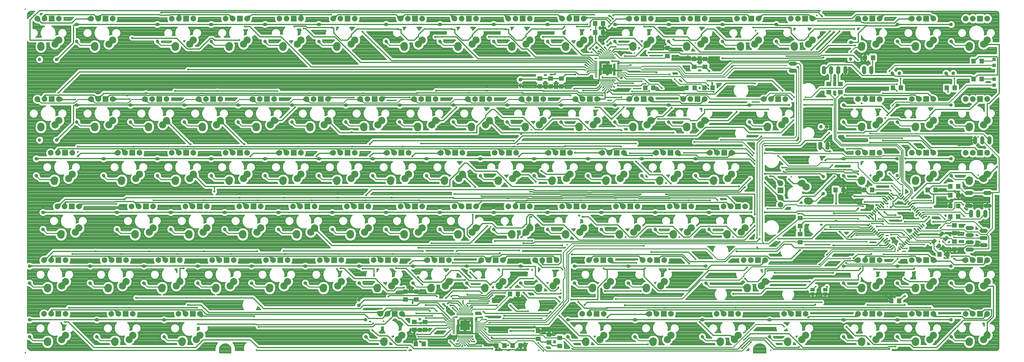
<source format=gbr>
G75*
%MOIN*%
%OFA0B0*%
%FSLAX25Y25*%
%IPPOS*%
%LPD*%
%AMOC8*
5,1,8,0,0,1.08239X$1,22.5*
%
%ADD10C,0.05575*%
%ADD11C,0.10000*%
%ADD12C,0.07874*%
%ADD13R,0.07874X0.07874*%
%ADD14R,0.07087X0.06299*%
%ADD15R,0.06299X0.07087*%
%ADD16OC8,0.05000*%
%ADD17C,0.05000*%
%ADD18C,0.04724*%
%ADD19R,0.02200X0.04700*%
%ADD20R,0.04700X0.02200*%
%ADD21OC8,0.04775*%
%ADD22R,0.06300X0.04600*%
%ADD23R,0.07087X0.04724*%
%ADD24R,0.07098X0.06299*%
%ADD25R,0.06299X0.07098*%
%ADD26R,0.01181X0.03543*%
%ADD27R,0.03543X0.01181*%
%ADD28R,0.13780X0.13780*%
%ADD29R,0.04724X0.04724*%
%ADD30C,0.01000*%
%ADD31C,0.02400*%
%ADD32C,0.01800*%
%ADD33C,0.02880*%
%ADD34C,0.01200*%
%ADD35C,0.02000*%
%ADD36OC8,0.02880*%
%ADD37C,0.01600*%
%ADD38C,0.02362*%
%ADD39C,0.02381*%
%ADD40C,0.03200*%
%ADD41C,0.02581*%
D10*
X1110089Y0289465D02*
X1110089Y0295039D01*
X1120089Y0295039D02*
X1120089Y0289465D01*
X1314438Y0226275D02*
X1320012Y0226275D01*
X1340038Y0226275D02*
X1345612Y0226275D01*
X1345612Y0208475D02*
X1340038Y0208475D01*
X1340025Y0200162D02*
X1340025Y0194588D01*
X1330025Y0194588D02*
X1330025Y0200162D01*
X1320025Y0200162D02*
X1320025Y0194588D01*
X1320012Y0208475D02*
X1314438Y0208475D01*
X1315313Y0177380D02*
X1320888Y0177380D01*
X1334802Y0173310D02*
X1340376Y0173310D01*
X1340376Y0163310D02*
X1334802Y0163310D01*
X1320888Y0167380D02*
X1315313Y0167380D01*
X1315313Y0157380D02*
X1320888Y0157380D01*
X1334802Y0153310D02*
X1340376Y0153310D01*
X1320888Y0147380D02*
X1315313Y0147380D01*
X1325650Y0297088D02*
X1325650Y0302662D01*
X1335650Y0302662D02*
X1335650Y0297088D01*
X1345650Y0297088D02*
X1345650Y0302662D01*
X1180901Y0395213D02*
X1180901Y0400787D01*
X1170901Y0400787D02*
X1170901Y0395213D01*
X1145089Y0395213D02*
X1145089Y0400787D01*
X1135089Y0400787D02*
X1135089Y0395213D01*
X1125089Y0395213D02*
X1125089Y0400787D01*
X1115089Y0400787D02*
X1115089Y0395213D01*
X1074550Y0397213D02*
X1068975Y0397213D01*
X1068975Y0407213D02*
X1074550Y0407213D01*
D11*
X1073967Y0429752D03*
X1074124Y0432035D03*
X1093809Y0434004D03*
X1098967Y0439752D03*
X1167865Y0432035D03*
X1167707Y0429752D03*
X1187550Y0434004D03*
X1192707Y0439752D03*
X1242865Y0432035D03*
X1242707Y0429752D03*
X1262550Y0434004D03*
X1267707Y0439752D03*
X1317865Y0432035D03*
X1317707Y0429752D03*
X1337550Y0434004D03*
X1342707Y0439752D03*
X1342707Y0327252D03*
X1337550Y0321504D03*
X1317865Y0319535D03*
X1317707Y0317252D03*
X1267707Y0327252D03*
X1262550Y0321504D03*
X1242865Y0319535D03*
X1242707Y0317252D03*
X1192707Y0327252D03*
X1187550Y0321504D03*
X1167865Y0319535D03*
X1167707Y0317252D03*
X1061447Y0327252D03*
X1056290Y0321504D03*
X1036605Y0319535D03*
X1036447Y0317252D03*
X0948967Y0327252D03*
X0943809Y0321504D03*
X0924124Y0319535D03*
X0923967Y0317252D03*
X0873967Y0327252D03*
X0868809Y0321504D03*
X0849124Y0319535D03*
X0848967Y0317252D03*
X0798967Y0327252D03*
X0793809Y0321504D03*
X0774124Y0319535D03*
X0773967Y0317252D03*
X0723967Y0327252D03*
X0718809Y0321504D03*
X0699124Y0319535D03*
X0698967Y0317252D03*
X0648967Y0327252D03*
X0643809Y0321504D03*
X0624124Y0319535D03*
X0623967Y0317252D03*
X0573967Y0327252D03*
X0568809Y0321504D03*
X0549124Y0319535D03*
X0548967Y0317252D03*
X0498967Y0327252D03*
X0493809Y0321504D03*
X0474124Y0319535D03*
X0473967Y0317252D03*
X0423967Y0327252D03*
X0418809Y0321504D03*
X0399124Y0319535D03*
X0398967Y0317252D03*
X0348967Y0327252D03*
X0343809Y0321504D03*
X0324124Y0319535D03*
X0323967Y0317252D03*
X0273967Y0327252D03*
X0268809Y0321504D03*
X0249124Y0319535D03*
X0248967Y0317252D03*
X0198967Y0327252D03*
X0193809Y0321504D03*
X0174124Y0319535D03*
X0173967Y0317252D03*
X0123967Y0327252D03*
X0118809Y0321504D03*
X0099124Y0319535D03*
X0098967Y0317252D03*
X0048967Y0327252D03*
X0043809Y0321504D03*
X0024124Y0319535D03*
X0023967Y0317252D03*
X0067707Y0252252D03*
X0062550Y0246504D03*
X0042865Y0244535D03*
X0042707Y0242252D03*
X0136447Y0242252D03*
X0136605Y0244535D03*
X0156290Y0246504D03*
X0161447Y0252252D03*
X0211605Y0244535D03*
X0211447Y0242252D03*
X0231290Y0246504D03*
X0236447Y0252252D03*
X0286605Y0244535D03*
X0286447Y0242252D03*
X0306290Y0246504D03*
X0311447Y0252252D03*
X0361605Y0244535D03*
X0361447Y0242252D03*
X0381290Y0246504D03*
X0386447Y0252252D03*
X0436605Y0244535D03*
X0436447Y0242252D03*
X0456290Y0246504D03*
X0461447Y0252252D03*
X0511605Y0244535D03*
X0511447Y0242252D03*
X0531290Y0246504D03*
X0536447Y0252252D03*
X0586447Y0242252D03*
X0586605Y0244535D03*
X0606290Y0246504D03*
X0611447Y0252252D03*
X0661605Y0244535D03*
X0661447Y0242252D03*
X0681290Y0246504D03*
X0686447Y0252252D03*
X0736447Y0242252D03*
X0736605Y0244535D03*
X0756290Y0246504D03*
X0761447Y0252252D03*
X0811605Y0244535D03*
X0811447Y0242252D03*
X0831290Y0246504D03*
X0836447Y0252252D03*
X0886447Y0242252D03*
X0886605Y0244535D03*
X0906290Y0246504D03*
X0911447Y0252252D03*
X0961605Y0244535D03*
X0961447Y0242252D03*
X0981290Y0246504D03*
X0986447Y0252252D03*
X1084557Y0239752D03*
X1090306Y0234594D03*
X1092274Y0214909D03*
X1094557Y0214752D03*
X1167707Y0242252D03*
X1167865Y0244535D03*
X1187550Y0246504D03*
X1192707Y0252252D03*
X1242865Y0244535D03*
X1242707Y0242252D03*
X1262550Y0246504D03*
X1267707Y0252252D03*
X1317865Y0244535D03*
X1317707Y0242252D03*
X1337550Y0246504D03*
X1342707Y0252252D03*
X1005187Y0177252D03*
X1000030Y0171504D03*
X0980345Y0169535D03*
X0980187Y0167252D03*
X0930187Y0177252D03*
X0925030Y0171504D03*
X0905345Y0169535D03*
X0905187Y0167252D03*
X0855187Y0177252D03*
X0850030Y0171504D03*
X0830345Y0169535D03*
X0830187Y0167252D03*
X0780187Y0177252D03*
X0775030Y0171504D03*
X0755345Y0169535D03*
X0755187Y0167252D03*
X0705187Y0177252D03*
X0700030Y0171504D03*
X0680345Y0169535D03*
X0680187Y0167252D03*
X0630187Y0177252D03*
X0625030Y0171504D03*
X0605345Y0169535D03*
X0605187Y0167252D03*
X0555187Y0177252D03*
X0550030Y0171504D03*
X0530345Y0169535D03*
X0530187Y0167252D03*
X0480187Y0177252D03*
X0475030Y0171504D03*
X0455345Y0169535D03*
X0455187Y0167252D03*
X0405187Y0177252D03*
X0400030Y0171504D03*
X0380345Y0169535D03*
X0380187Y0167252D03*
X0330187Y0177252D03*
X0325030Y0171504D03*
X0305345Y0169535D03*
X0305187Y0167252D03*
X0255187Y0177252D03*
X0250030Y0171504D03*
X0230345Y0169535D03*
X0230187Y0167252D03*
X0180187Y0177252D03*
X0175030Y0171504D03*
X0155345Y0169535D03*
X0155187Y0167252D03*
X0077077Y0177252D03*
X0071920Y0171504D03*
X0052235Y0169535D03*
X0052077Y0167252D03*
X0058337Y0102252D03*
X0053180Y0096504D03*
X0033494Y0094535D03*
X0033337Y0092252D03*
X0117707Y0092252D03*
X0117865Y0094535D03*
X0137550Y0096504D03*
X0142707Y0102252D03*
X0192865Y0094535D03*
X0192707Y0092252D03*
X0212550Y0096504D03*
X0217707Y0102252D03*
X0267865Y0094535D03*
X0267707Y0092252D03*
X0287550Y0096504D03*
X0292707Y0102252D03*
X0342865Y0094535D03*
X0342707Y0092252D03*
X0362550Y0096504D03*
X0367707Y0102252D03*
X0417865Y0094535D03*
X0417707Y0092252D03*
X0437550Y0096504D03*
X0442707Y0102252D03*
X0492865Y0094535D03*
X0492707Y0092252D03*
X0512550Y0096504D03*
X0517707Y0102252D03*
X0567865Y0094535D03*
X0567707Y0092252D03*
X0587550Y0096504D03*
X0592707Y0102252D03*
X0642865Y0094535D03*
X0642707Y0092252D03*
X0662550Y0096504D03*
X0667707Y0102252D03*
X0717865Y0094535D03*
X0717707Y0092252D03*
X0737550Y0096504D03*
X0742707Y0102252D03*
X0792865Y0094535D03*
X0792707Y0092252D03*
X0812550Y0096504D03*
X0817707Y0102252D03*
X0867865Y0094535D03*
X0867707Y0092252D03*
X0887550Y0096504D03*
X0892707Y0102252D03*
X1008494Y0094535D03*
X1008337Y0092252D03*
X1028180Y0096504D03*
X1033337Y0102252D03*
X1167707Y0092252D03*
X1167865Y0094535D03*
X1187550Y0096504D03*
X1192707Y0102252D03*
X1242865Y0094535D03*
X1242707Y0092252D03*
X1262550Y0096504D03*
X1267707Y0102252D03*
X1317865Y0094535D03*
X1317707Y0092252D03*
X1337550Y0096504D03*
X1342707Y0102252D03*
X1342707Y0027252D03*
X1337550Y0021504D03*
X1317865Y0019535D03*
X1317707Y0017252D03*
X1267707Y0027252D03*
X1262550Y0021504D03*
X1242865Y0019535D03*
X1242707Y0017252D03*
X1192707Y0027252D03*
X1187550Y0021504D03*
X1167865Y0019535D03*
X1167707Y0017252D03*
X1089557Y0027252D03*
X1084400Y0021504D03*
X1064715Y0019535D03*
X1064557Y0017252D03*
X0995817Y0027252D03*
X0990660Y0021504D03*
X0970975Y0019535D03*
X0970817Y0017252D03*
X0902077Y0027252D03*
X0896920Y0021504D03*
X0877235Y0019535D03*
X0877077Y0017252D03*
X0808337Y0027252D03*
X0803180Y0021504D03*
X0783494Y0019535D03*
X0783337Y0017252D03*
X0527077Y0027252D03*
X0521920Y0021504D03*
X0502235Y0019535D03*
X0502077Y0017252D03*
X0245817Y0027252D03*
X0240660Y0021504D03*
X0220975Y0019535D03*
X0220817Y0017252D03*
X0152077Y0027252D03*
X0146920Y0021504D03*
X0127235Y0019535D03*
X0127077Y0017252D03*
X0058337Y0027252D03*
X0053180Y0021504D03*
X0033494Y0019535D03*
X0033337Y0017252D03*
X0023967Y0429752D03*
X0024124Y0432035D03*
X0043809Y0434004D03*
X0048967Y0439752D03*
X0099124Y0432035D03*
X0098967Y0429752D03*
X0118809Y0434004D03*
X0123967Y0439752D03*
X0211605Y0432035D03*
X0211447Y0429752D03*
X0231290Y0434004D03*
X0236447Y0439752D03*
X0286605Y0432035D03*
X0286447Y0429752D03*
X0306290Y0434004D03*
X0311447Y0439752D03*
X0361605Y0432035D03*
X0361447Y0429752D03*
X0381290Y0434004D03*
X0386447Y0439752D03*
X0436605Y0432035D03*
X0436447Y0429752D03*
X0456290Y0434004D03*
X0461447Y0439752D03*
X0530345Y0432035D03*
X0530187Y0429752D03*
X0550030Y0434004D03*
X0555187Y0439752D03*
X0605345Y0432035D03*
X0605187Y0429752D03*
X0625030Y0434004D03*
X0630187Y0439752D03*
X0680345Y0432035D03*
X0680187Y0429752D03*
X0700030Y0434004D03*
X0705187Y0439752D03*
X0755345Y0432035D03*
X0755187Y0429752D03*
X0775030Y0434004D03*
X0780187Y0439752D03*
X0849124Y0432035D03*
X0848967Y0429752D03*
X0868809Y0434004D03*
X0873967Y0439752D03*
X0924124Y0432035D03*
X0923967Y0429752D03*
X0943809Y0434004D03*
X0948967Y0439752D03*
X0999124Y0432035D03*
X0998967Y0429752D03*
X1018809Y0434004D03*
X1023967Y0439752D03*
D12*
X1023967Y0469752D03*
X1003967Y0469752D03*
X0993967Y0469752D03*
X0948967Y0469752D03*
X0928967Y0469752D03*
X0918967Y0469752D03*
X0873967Y0469752D03*
X0853967Y0469752D03*
X0843967Y0469752D03*
X0780187Y0469752D03*
X0760187Y0469752D03*
X0750187Y0469752D03*
X0705187Y0469752D03*
X0685187Y0469752D03*
X0675187Y0469752D03*
X0630187Y0469752D03*
X0610187Y0469752D03*
X0600187Y0469752D03*
X0555187Y0469752D03*
X0535187Y0469752D03*
X0525187Y0469752D03*
X0461447Y0469752D03*
X0441447Y0469752D03*
X0431447Y0469752D03*
X0386447Y0469752D03*
X0366447Y0469752D03*
X0356447Y0469752D03*
X0311447Y0469752D03*
X0291447Y0469752D03*
X0281447Y0469752D03*
X0236447Y0469752D03*
X0216447Y0469752D03*
X0206447Y0469752D03*
X0123967Y0469752D03*
X0103967Y0469752D03*
X0093967Y0469752D03*
X0048967Y0469752D03*
X0028967Y0469752D03*
X0018967Y0469752D03*
X0018967Y0357252D03*
X0028967Y0357252D03*
X0048967Y0357252D03*
X0093967Y0357252D03*
X0103967Y0357252D03*
X0123967Y0357252D03*
X0168967Y0357252D03*
X0178967Y0357252D03*
X0198967Y0357252D03*
X0243967Y0357252D03*
X0253967Y0357252D03*
X0273967Y0357252D03*
X0318967Y0357252D03*
X0328967Y0357252D03*
X0348967Y0357252D03*
X0393967Y0357252D03*
X0403967Y0357252D03*
X0423967Y0357252D03*
X0468967Y0357252D03*
X0478967Y0357252D03*
X0498967Y0357252D03*
X0543967Y0357252D03*
X0553967Y0357252D03*
X0573967Y0357252D03*
X0618967Y0357252D03*
X0628967Y0357252D03*
X0648967Y0357252D03*
X0693967Y0357252D03*
X0703967Y0357252D03*
X0723967Y0357252D03*
X0768967Y0357252D03*
X0778967Y0357252D03*
X0798967Y0357252D03*
X0843967Y0357252D03*
X0853967Y0357252D03*
X0873967Y0357252D03*
X0918967Y0357252D03*
X0928967Y0357252D03*
X0948967Y0357252D03*
X1031447Y0357252D03*
X1041447Y0357252D03*
X1061447Y0357252D03*
X1162707Y0357252D03*
X1172707Y0357252D03*
X1192707Y0357252D03*
X1237707Y0357252D03*
X1247707Y0357252D03*
X1267707Y0357252D03*
X1312707Y0357252D03*
X1322707Y0357252D03*
X1342707Y0357252D03*
X1342707Y0282252D03*
X1322707Y0282252D03*
X1312707Y0282252D03*
X1267707Y0282252D03*
X1247707Y0282252D03*
X1237707Y0282252D03*
X1192707Y0282252D03*
X1172707Y0282252D03*
X1162707Y0282252D03*
X1054557Y0239752D03*
X1054557Y0219752D03*
X1054557Y0209752D03*
X1005187Y0207252D03*
X0985187Y0207252D03*
X0975187Y0207252D03*
X0930187Y0207252D03*
X0910187Y0207252D03*
X0900187Y0207252D03*
X0855187Y0207252D03*
X0835187Y0207252D03*
X0825187Y0207252D03*
X0780187Y0207252D03*
X0760187Y0207252D03*
X0750187Y0207252D03*
X0705187Y0207252D03*
X0685187Y0207252D03*
X0675187Y0207252D03*
X0630187Y0207252D03*
X0610187Y0207252D03*
X0600187Y0207252D03*
X0555187Y0207252D03*
X0535187Y0207252D03*
X0525187Y0207252D03*
X0480187Y0207252D03*
X0460187Y0207252D03*
X0450187Y0207252D03*
X0405187Y0207252D03*
X0385187Y0207252D03*
X0375187Y0207252D03*
X0330187Y0207252D03*
X0310187Y0207252D03*
X0300187Y0207252D03*
X0255187Y0207252D03*
X0235187Y0207252D03*
X0225187Y0207252D03*
X0180187Y0207252D03*
X0160187Y0207252D03*
X0150187Y0207252D03*
X0077077Y0207252D03*
X0057077Y0207252D03*
X0047077Y0207252D03*
X0038337Y0132252D03*
X0028337Y0132252D03*
X0058337Y0132252D03*
X0112707Y0132252D03*
X0122707Y0132252D03*
X0142707Y0132252D03*
X0187707Y0132252D03*
X0197707Y0132252D03*
X0217707Y0132252D03*
X0262707Y0132252D03*
X0272707Y0132252D03*
X0292707Y0132252D03*
X0337707Y0132252D03*
X0347707Y0132252D03*
X0367707Y0132252D03*
X0412707Y0132252D03*
X0422707Y0132252D03*
X0442707Y0132252D03*
X0487707Y0132252D03*
X0497707Y0132252D03*
X0517707Y0132252D03*
X0562707Y0132252D03*
X0572707Y0132252D03*
X0592707Y0132252D03*
X0637707Y0132252D03*
X0647707Y0132252D03*
X0667707Y0132252D03*
X0712707Y0132252D03*
X0722707Y0132252D03*
X0742707Y0132252D03*
X0787707Y0132252D03*
X0797707Y0132252D03*
X0817707Y0132252D03*
X0862707Y0132252D03*
X0872707Y0132252D03*
X0892707Y0132252D03*
X1003337Y0132252D03*
X1013337Y0132252D03*
X1033337Y0132252D03*
X1162707Y0132252D03*
X1172707Y0132252D03*
X1192707Y0132252D03*
X1237707Y0132252D03*
X1247707Y0132252D03*
X1267707Y0132252D03*
X1312707Y0132252D03*
X1322707Y0132252D03*
X1342707Y0132252D03*
X1342707Y0057252D03*
X1322707Y0057252D03*
X1312707Y0057252D03*
X1267707Y0057252D03*
X1247707Y0057252D03*
X1237707Y0057252D03*
X1192707Y0057252D03*
X1172707Y0057252D03*
X1162707Y0057252D03*
X1089557Y0057252D03*
X1069557Y0057252D03*
X1059557Y0057252D03*
X0995817Y0057252D03*
X0975817Y0057252D03*
X0965817Y0057252D03*
X0902077Y0057252D03*
X0882077Y0057252D03*
X0872077Y0057252D03*
X0808337Y0057252D03*
X0788337Y0057252D03*
X0778337Y0057252D03*
X0527077Y0057252D03*
X0507077Y0057252D03*
X0497077Y0057252D03*
X0245817Y0057252D03*
X0225817Y0057252D03*
X0215817Y0057252D03*
X0152077Y0057252D03*
X0132077Y0057252D03*
X0122077Y0057252D03*
X0058337Y0057252D03*
X0038337Y0057252D03*
X0028337Y0057252D03*
X0037707Y0282252D03*
X0047707Y0282252D03*
X0067707Y0282252D03*
X0131447Y0282252D03*
X0141447Y0282252D03*
X0161447Y0282252D03*
X0206447Y0282252D03*
X0216447Y0282252D03*
X0236447Y0282252D03*
X0281447Y0282252D03*
X0291447Y0282252D03*
X0311447Y0282252D03*
X0356447Y0282252D03*
X0366447Y0282252D03*
X0386447Y0282252D03*
X0431447Y0282252D03*
X0441447Y0282252D03*
X0461447Y0282252D03*
X0506447Y0282252D03*
X0516447Y0282252D03*
X0536447Y0282252D03*
X0581447Y0282252D03*
X0591447Y0282252D03*
X0611447Y0282252D03*
X0656447Y0282252D03*
X0666447Y0282252D03*
X0686447Y0282252D03*
X0731447Y0282252D03*
X0741447Y0282252D03*
X0761447Y0282252D03*
X0806447Y0282252D03*
X0816447Y0282252D03*
X0836447Y0282252D03*
X0881447Y0282252D03*
X0891447Y0282252D03*
X0911447Y0282252D03*
X0956447Y0282252D03*
X0966447Y0282252D03*
X0986447Y0282252D03*
X1068967Y0469752D03*
X1078967Y0469752D03*
X1098967Y0469752D03*
X1162707Y0469752D03*
X1172707Y0469752D03*
X1192707Y0469752D03*
X1237707Y0469752D03*
X1247707Y0469752D03*
X1267707Y0469752D03*
X1312707Y0469752D03*
X1322707Y0469752D03*
X1342707Y0469752D03*
D13*
X1332707Y0469752D03*
X1257707Y0469752D03*
X1182707Y0469752D03*
X1088967Y0469752D03*
X1013967Y0469752D03*
X0938967Y0469752D03*
X0863967Y0469752D03*
X0770187Y0469752D03*
X0695187Y0469752D03*
X0620187Y0469752D03*
X0545187Y0469752D03*
X0451447Y0469752D03*
X0376447Y0469752D03*
X0301447Y0469752D03*
X0226447Y0469752D03*
X0113967Y0469752D03*
X0038967Y0469752D03*
X0038967Y0357252D03*
X0113967Y0357252D03*
X0188967Y0357252D03*
X0263967Y0357252D03*
X0338967Y0357252D03*
X0413967Y0357252D03*
X0488967Y0357252D03*
X0563967Y0357252D03*
X0638967Y0357252D03*
X0713967Y0357252D03*
X0788967Y0357252D03*
X0863967Y0357252D03*
X0938967Y0357252D03*
X1051447Y0357252D03*
X1182707Y0357252D03*
X1257707Y0357252D03*
X1332707Y0357252D03*
X1332707Y0282252D03*
X1257707Y0282252D03*
X1182707Y0282252D03*
X1054557Y0229752D03*
X0995187Y0207252D03*
X0920187Y0207252D03*
X0845187Y0207252D03*
X0770187Y0207252D03*
X0695187Y0207252D03*
X0620187Y0207252D03*
X0545187Y0207252D03*
X0470187Y0207252D03*
X0395187Y0207252D03*
X0320187Y0207252D03*
X0245187Y0207252D03*
X0170187Y0207252D03*
X0067077Y0207252D03*
X0048337Y0132252D03*
X0132707Y0132252D03*
X0207707Y0132252D03*
X0282707Y0132252D03*
X0357707Y0132252D03*
X0432707Y0132252D03*
X0507707Y0132252D03*
X0582707Y0132252D03*
X0657707Y0132252D03*
X0732707Y0132252D03*
X0807707Y0132252D03*
X0882707Y0132252D03*
X1023337Y0132252D03*
X1182707Y0132252D03*
X1257707Y0132252D03*
X1332707Y0132252D03*
X1332707Y0057252D03*
X1257707Y0057252D03*
X1182707Y0057252D03*
X1079557Y0057252D03*
X0985817Y0057252D03*
X0892077Y0057252D03*
X0798337Y0057252D03*
X0517077Y0057252D03*
X0235817Y0057252D03*
X0142077Y0057252D03*
X0048337Y0057252D03*
X0057707Y0282252D03*
X0151447Y0282252D03*
X0226447Y0282252D03*
X0301447Y0282252D03*
X0376447Y0282252D03*
X0451447Y0282252D03*
X0526447Y0282252D03*
X0601447Y0282252D03*
X0676447Y0282252D03*
X0751447Y0282252D03*
X0826447Y0282252D03*
X0901447Y0282252D03*
X0976447Y0282252D03*
D14*
X0749400Y0374988D03*
X0734400Y0374988D03*
X0719400Y0374988D03*
X0719400Y0386012D03*
X0734400Y0386012D03*
X0749400Y0386012D03*
X0934400Y0402488D03*
X0949400Y0402488D03*
X0949400Y0413512D03*
X0934400Y0413512D03*
X1296900Y0181012D03*
X1296900Y0169988D03*
X1296900Y0158512D03*
X1296900Y0147488D03*
X0731900Y0028512D03*
X0716900Y0033512D03*
X0716900Y0022488D03*
X0731900Y0017488D03*
X0559400Y0034988D03*
X0559400Y0046012D03*
X0544400Y0046012D03*
X0544400Y0034988D03*
X0546900Y0077488D03*
X0531900Y0077488D03*
X0531900Y0088512D03*
X0546900Y0088512D03*
D15*
X0546388Y0015500D03*
X0557412Y0015500D03*
X1131388Y0230500D03*
X1142412Y0230500D03*
X1171388Y0230500D03*
X1182412Y0230500D03*
X1259764Y0230313D03*
X1270788Y0230313D03*
X1291388Y0223000D03*
X1302412Y0223000D03*
X1287412Y0140500D03*
X1276388Y0140500D03*
X1219912Y0075500D03*
X1208888Y0075500D03*
X0807412Y0450500D03*
X0796388Y0450500D03*
X0796388Y0463000D03*
X0807412Y0463000D03*
D16*
X0691900Y0376500D03*
X1119089Y0318689D03*
X0466900Y0077000D03*
D17*
X0466900Y0069000D03*
X1111089Y0318689D03*
X0691900Y0384500D03*
D18*
X0673731Y0349063D03*
X0673731Y0325441D03*
X0748731Y0325441D03*
X0748731Y0349063D03*
X0823731Y0349063D03*
X0823731Y0325441D03*
X0898731Y0325441D03*
X0898731Y0349063D03*
X1011211Y0349063D03*
X1011211Y0325441D03*
X1142471Y0325441D03*
X1142471Y0349063D03*
X1217471Y0349063D03*
X1217471Y0325441D03*
X1292471Y0325441D03*
X1292471Y0349063D03*
X1152471Y0412941D03*
X1152471Y0436563D03*
X1217471Y0437941D03*
X1217471Y0461563D03*
X1292471Y0461563D03*
X1292471Y0437941D03*
X1048731Y0437941D03*
X1048731Y0461563D03*
X0973731Y0461563D03*
X0973731Y0437941D03*
X0898731Y0437941D03*
X0898731Y0461563D03*
X0823731Y0461563D03*
X0823731Y0437941D03*
X0729951Y0437941D03*
X0729951Y0461563D03*
X0654951Y0461563D03*
X0654951Y0437941D03*
X0579951Y0437941D03*
X0579951Y0461563D03*
X0504951Y0461563D03*
X0504951Y0437941D03*
X0411211Y0437941D03*
X0411211Y0461563D03*
X0336211Y0461563D03*
X0336211Y0437941D03*
X0261211Y0437941D03*
X0261211Y0461563D03*
X0186211Y0461563D03*
X0186211Y0437941D03*
X0073731Y0437941D03*
X0073731Y0461563D03*
X0045778Y0412675D03*
X0022156Y0412675D03*
X0073731Y0349063D03*
X0073731Y0325441D03*
X0148731Y0325441D03*
X0148731Y0349063D03*
X0223731Y0349063D03*
X0223731Y0325441D03*
X0298731Y0325441D03*
X0298731Y0349063D03*
X0373731Y0349063D03*
X0373731Y0325441D03*
X0448731Y0325441D03*
X0448731Y0349063D03*
X0523731Y0349063D03*
X0523731Y0325441D03*
X0598731Y0325441D03*
X0598731Y0349063D03*
X0636211Y0274063D03*
X0636211Y0250441D03*
X0561211Y0250441D03*
X0561211Y0274063D03*
X0486211Y0274063D03*
X0486211Y0250441D03*
X0411211Y0250441D03*
X0411211Y0274063D03*
X0336211Y0274063D03*
X0336211Y0250441D03*
X0261211Y0250441D03*
X0261211Y0274063D03*
X0186211Y0274063D03*
X0186211Y0250441D03*
X0111211Y0250441D03*
X0111211Y0274063D03*
X0045778Y0300175D03*
X0022156Y0300175D03*
X0017471Y0274063D03*
X0017471Y0250441D03*
X0026841Y0199063D03*
X0026841Y0175441D03*
X0129951Y0175441D03*
X0129951Y0199063D03*
X0204951Y0199063D03*
X0204951Y0175441D03*
X0279951Y0175441D03*
X0279951Y0199063D03*
X0354951Y0199063D03*
X0354951Y0175441D03*
X0429951Y0175441D03*
X0429951Y0199063D03*
X0504951Y0199063D03*
X0504951Y0175441D03*
X0579951Y0175441D03*
X0579951Y0199063D03*
X0654951Y0199063D03*
X0654951Y0175441D03*
X0729951Y0175441D03*
X0729951Y0199063D03*
X0804951Y0199063D03*
X0804951Y0175441D03*
X0879951Y0175441D03*
X0879951Y0199063D03*
X0954951Y0199063D03*
X0954951Y0175441D03*
X0950601Y0124063D03*
X0950601Y0100441D03*
X0842471Y0100441D03*
X0842471Y0124063D03*
X0767471Y0124063D03*
X0767471Y0100441D03*
X0692471Y0100441D03*
X0692471Y0124063D03*
X0617471Y0124063D03*
X0617471Y0100441D03*
X0542471Y0100441D03*
X0542471Y0124063D03*
X0467471Y0124063D03*
X0467471Y0100441D03*
X0392471Y0100441D03*
X0392471Y0124063D03*
X0317471Y0124063D03*
X0317471Y0100441D03*
X0242471Y0100441D03*
X0242471Y0124063D03*
X0167471Y0124063D03*
X0167471Y0100441D03*
X0092471Y0100441D03*
X0092471Y0124063D03*
X0008101Y0124063D03*
X0008101Y0100441D03*
X0008101Y0049063D03*
X0008101Y0025441D03*
X0101841Y0025441D03*
X0101841Y0049063D03*
X0195581Y0049063D03*
X0195581Y0025441D03*
X0476841Y0025441D03*
X0476841Y0049063D03*
X0758101Y0049063D03*
X0758101Y0025441D03*
X0851841Y0025441D03*
X0851841Y0049063D03*
X0945581Y0049063D03*
X0945581Y0025441D03*
X1039321Y0025441D03*
X1039321Y0049063D03*
X1142471Y0049063D03*
X1142471Y0025441D03*
X1217471Y0025441D03*
X1217471Y0049063D03*
X1292471Y0049063D03*
X1292471Y0025441D03*
X1292471Y0100441D03*
X1292471Y0124063D03*
X1217471Y0124063D03*
X1217471Y0100441D03*
X1142471Y0100441D03*
X1142471Y0124063D03*
X1114321Y0225441D03*
X1114321Y0249063D03*
X1142471Y0250441D03*
X1142471Y0274063D03*
X1217471Y0274063D03*
X1217471Y0250441D03*
X1292471Y0250441D03*
X1292471Y0274063D03*
X0936211Y0274063D03*
X0936211Y0250441D03*
X0861211Y0250441D03*
X0861211Y0274063D03*
X0786211Y0274063D03*
X0786211Y0250441D03*
X0711211Y0250441D03*
X0711211Y0274063D03*
D19*
G36*
X1175041Y0192628D02*
X1176597Y0194184D01*
X1179919Y0190862D01*
X1178363Y0189306D01*
X1175041Y0192628D01*
G37*
G36*
X1177233Y0194820D02*
X1178789Y0196376D01*
X1182111Y0193054D01*
X1180555Y0191498D01*
X1177233Y0194820D01*
G37*
G36*
X1179425Y0197012D02*
X1180981Y0198568D01*
X1184303Y0195246D01*
X1182747Y0193690D01*
X1179425Y0197012D01*
G37*
G36*
X1181617Y0199204D02*
X1183173Y0200760D01*
X1186495Y0197438D01*
X1184939Y0195882D01*
X1181617Y0199204D01*
G37*
G36*
X1183809Y0201396D02*
X1185365Y0202952D01*
X1188687Y0199630D01*
X1187131Y0198074D01*
X1183809Y0201396D01*
G37*
G36*
X1186001Y0203588D02*
X1187557Y0205144D01*
X1190879Y0201822D01*
X1189323Y0200266D01*
X1186001Y0203588D01*
G37*
G36*
X1188193Y0205780D02*
X1189749Y0207336D01*
X1193071Y0204014D01*
X1191515Y0202458D01*
X1188193Y0205780D01*
G37*
G36*
X1190385Y0207972D02*
X1191941Y0209528D01*
X1195263Y0206206D01*
X1193707Y0204650D01*
X1190385Y0207972D01*
G37*
G36*
X1192577Y0210164D02*
X1194133Y0211720D01*
X1197455Y0208398D01*
X1195899Y0206842D01*
X1192577Y0210164D01*
G37*
G36*
X1194769Y0212356D02*
X1196325Y0213912D01*
X1199647Y0210590D01*
X1198091Y0209034D01*
X1194769Y0212356D01*
G37*
G36*
X1196961Y0214548D02*
X1198517Y0216104D01*
X1201839Y0212782D01*
X1200283Y0211226D01*
X1196961Y0214548D01*
G37*
G36*
X1199153Y0216740D02*
X1200709Y0218296D01*
X1204031Y0214974D01*
X1202475Y0213418D01*
X1199153Y0216740D01*
G37*
G36*
X1201345Y0218932D02*
X1202901Y0220488D01*
X1206223Y0217166D01*
X1204667Y0215610D01*
X1201345Y0218932D01*
G37*
G36*
X1203537Y0221124D02*
X1205093Y0222680D01*
X1208415Y0219358D01*
X1206859Y0217802D01*
X1203537Y0221124D01*
G37*
G36*
X1205729Y0223316D02*
X1207285Y0224872D01*
X1210607Y0221550D01*
X1209051Y0219994D01*
X1205729Y0223316D01*
G37*
G36*
X1207921Y0225508D02*
X1209477Y0227064D01*
X1212799Y0223742D01*
X1211243Y0222186D01*
X1207921Y0225508D01*
G37*
G36*
X1251125Y0182304D02*
X1252681Y0183860D01*
X1256003Y0180538D01*
X1254447Y0178982D01*
X1251125Y0182304D01*
G37*
G36*
X1248933Y0180112D02*
X1250489Y0181668D01*
X1253811Y0178346D01*
X1252255Y0176790D01*
X1248933Y0180112D01*
G37*
G36*
X1246741Y0177920D02*
X1248297Y0179476D01*
X1251619Y0176154D01*
X1250063Y0174598D01*
X1246741Y0177920D01*
G37*
G36*
X1244549Y0175728D02*
X1246105Y0177284D01*
X1249427Y0173962D01*
X1247871Y0172406D01*
X1244549Y0175728D01*
G37*
G36*
X1242357Y0173536D02*
X1243913Y0175092D01*
X1247235Y0171770D01*
X1245679Y0170214D01*
X1242357Y0173536D01*
G37*
G36*
X1240165Y0171344D02*
X1241721Y0172900D01*
X1245043Y0169578D01*
X1243487Y0168022D01*
X1240165Y0171344D01*
G37*
G36*
X1237973Y0169152D02*
X1239529Y0170708D01*
X1242851Y0167386D01*
X1241295Y0165830D01*
X1237973Y0169152D01*
G37*
G36*
X1235781Y0166960D02*
X1237337Y0168516D01*
X1240659Y0165194D01*
X1239103Y0163638D01*
X1235781Y0166960D01*
G37*
G36*
X1233589Y0164768D02*
X1235145Y0166324D01*
X1238467Y0163002D01*
X1236911Y0161446D01*
X1233589Y0164768D01*
G37*
G36*
X1231397Y0162576D02*
X1232953Y0164132D01*
X1236275Y0160810D01*
X1234719Y0159254D01*
X1231397Y0162576D01*
G37*
G36*
X1229205Y0160383D02*
X1230761Y0161939D01*
X1234083Y0158617D01*
X1232527Y0157061D01*
X1229205Y0160383D01*
G37*
G36*
X1227013Y0158191D02*
X1228569Y0159747D01*
X1231891Y0156425D01*
X1230335Y0154869D01*
X1227013Y0158191D01*
G37*
G36*
X1224821Y0155999D02*
X1226377Y0157555D01*
X1229699Y0154233D01*
X1228143Y0152677D01*
X1224821Y0155999D01*
G37*
G36*
X1222629Y0153807D02*
X1224185Y0155363D01*
X1227507Y0152041D01*
X1225951Y0150485D01*
X1222629Y0153807D01*
G37*
G36*
X1220437Y0151615D02*
X1221993Y0153171D01*
X1225315Y0149849D01*
X1223759Y0148293D01*
X1220437Y0151615D01*
G37*
G36*
X1218245Y0149423D02*
X1219801Y0150979D01*
X1223123Y0147657D01*
X1221567Y0146101D01*
X1218245Y0149423D01*
G37*
D20*
G36*
X1207921Y0147657D02*
X1211243Y0150979D01*
X1212799Y0149423D01*
X1209477Y0146101D01*
X1207921Y0147657D01*
G37*
G36*
X1205729Y0149849D02*
X1209051Y0153171D01*
X1210607Y0151615D01*
X1207285Y0148293D01*
X1205729Y0149849D01*
G37*
G36*
X1203537Y0152041D02*
X1206859Y0155363D01*
X1208415Y0153807D01*
X1205093Y0150485D01*
X1203537Y0152041D01*
G37*
G36*
X1201345Y0154233D02*
X1204667Y0157555D01*
X1206223Y0155999D01*
X1202901Y0152677D01*
X1201345Y0154233D01*
G37*
G36*
X1199153Y0156425D02*
X1202475Y0159747D01*
X1204031Y0158191D01*
X1200709Y0154869D01*
X1199153Y0156425D01*
G37*
G36*
X1196961Y0158617D02*
X1200283Y0161939D01*
X1201839Y0160383D01*
X1198517Y0157061D01*
X1196961Y0158617D01*
G37*
G36*
X1194769Y0160810D02*
X1198091Y0164132D01*
X1199647Y0162576D01*
X1196325Y0159254D01*
X1194769Y0160810D01*
G37*
G36*
X1192577Y0163002D02*
X1195899Y0166324D01*
X1197455Y0164768D01*
X1194133Y0161446D01*
X1192577Y0163002D01*
G37*
G36*
X1190385Y0165194D02*
X1193707Y0168516D01*
X1195263Y0166960D01*
X1191941Y0163638D01*
X1190385Y0165194D01*
G37*
G36*
X1188193Y0167386D02*
X1191515Y0170708D01*
X1193071Y0169152D01*
X1189749Y0165830D01*
X1188193Y0167386D01*
G37*
G36*
X1186001Y0169578D02*
X1189323Y0172900D01*
X1190879Y0171344D01*
X1187557Y0168022D01*
X1186001Y0169578D01*
G37*
G36*
X1183809Y0171770D02*
X1187131Y0175092D01*
X1188687Y0173536D01*
X1185365Y0170214D01*
X1183809Y0171770D01*
G37*
G36*
X1181617Y0173962D02*
X1184939Y0177284D01*
X1186495Y0175728D01*
X1183173Y0172406D01*
X1181617Y0173962D01*
G37*
G36*
X1179425Y0176154D02*
X1182747Y0179476D01*
X1184303Y0177920D01*
X1180981Y0174598D01*
X1179425Y0176154D01*
G37*
G36*
X1177233Y0178346D02*
X1180555Y0181668D01*
X1182111Y0180112D01*
X1178789Y0176790D01*
X1177233Y0178346D01*
G37*
G36*
X1175041Y0180538D02*
X1178363Y0183860D01*
X1179919Y0182304D01*
X1176597Y0178982D01*
X1175041Y0180538D01*
G37*
G36*
X1235781Y0206206D02*
X1239103Y0209528D01*
X1240659Y0207972D01*
X1237337Y0204650D01*
X1235781Y0206206D01*
G37*
G36*
X1233589Y0208398D02*
X1236911Y0211720D01*
X1238467Y0210164D01*
X1235145Y0206842D01*
X1233589Y0208398D01*
G37*
G36*
X1231397Y0210590D02*
X1234719Y0213912D01*
X1236275Y0212356D01*
X1232953Y0209034D01*
X1231397Y0210590D01*
G37*
G36*
X1229205Y0212782D02*
X1232527Y0216104D01*
X1234083Y0214548D01*
X1230761Y0211226D01*
X1229205Y0212782D01*
G37*
G36*
X1227013Y0214974D02*
X1230335Y0218296D01*
X1231891Y0216740D01*
X1228569Y0213418D01*
X1227013Y0214974D01*
G37*
G36*
X1224821Y0217166D02*
X1228143Y0220488D01*
X1229699Y0218932D01*
X1226377Y0215610D01*
X1224821Y0217166D01*
G37*
G36*
X1222629Y0219358D02*
X1225951Y0222680D01*
X1227507Y0221124D01*
X1224185Y0217802D01*
X1222629Y0219358D01*
G37*
G36*
X1220437Y0221550D02*
X1223759Y0224872D01*
X1225315Y0223316D01*
X1221993Y0219994D01*
X1220437Y0221550D01*
G37*
G36*
X1218245Y0223742D02*
X1221567Y0227064D01*
X1223123Y0225508D01*
X1219801Y0222186D01*
X1218245Y0223742D01*
G37*
G36*
X1237973Y0204014D02*
X1241295Y0207336D01*
X1242851Y0205780D01*
X1239529Y0202458D01*
X1237973Y0204014D01*
G37*
G36*
X1240165Y0201822D02*
X1243487Y0205144D01*
X1245043Y0203588D01*
X1241721Y0200266D01*
X1240165Y0201822D01*
G37*
G36*
X1242357Y0199630D02*
X1245679Y0202952D01*
X1247235Y0201396D01*
X1243913Y0198074D01*
X1242357Y0199630D01*
G37*
G36*
X1244549Y0197438D02*
X1247871Y0200760D01*
X1249427Y0199204D01*
X1246105Y0195882D01*
X1244549Y0197438D01*
G37*
G36*
X1246741Y0195246D02*
X1250063Y0198568D01*
X1251619Y0197012D01*
X1248297Y0193690D01*
X1246741Y0195246D01*
G37*
G36*
X1248933Y0193054D02*
X1252255Y0196376D01*
X1253811Y0194820D01*
X1250489Y0191498D01*
X1248933Y0193054D01*
G37*
G36*
X1251125Y0190862D02*
X1254447Y0194184D01*
X1256003Y0192628D01*
X1252681Y0189306D01*
X1251125Y0190862D01*
G37*
D21*
X1220207Y0393502D03*
X1210207Y0393502D03*
X1285257Y0393502D03*
X1295257Y0393502D03*
D22*
X1116900Y0091000D03*
X1116900Y0085000D03*
X1099400Y0085000D03*
X1099400Y0091000D03*
D23*
G36*
X1279126Y0152983D02*
X1274116Y0147973D01*
X1270776Y0151313D01*
X1275786Y0156323D01*
X1279126Y0152983D01*
G37*
G36*
X1272723Y0159386D02*
X1267713Y0154376D01*
X1264373Y0157716D01*
X1269383Y0162726D01*
X1272723Y0159386D01*
G37*
G36*
X1289427Y0163284D02*
X1284417Y0158274D01*
X1281077Y0161614D01*
X1286087Y0166624D01*
X1289427Y0163284D01*
G37*
G36*
X1283024Y0169687D02*
X1278014Y0164677D01*
X1274674Y0168017D01*
X1279684Y0173027D01*
X1283024Y0169687D01*
G37*
D24*
X1081900Y0168598D03*
X1081900Y0157402D03*
X1081900Y0179902D03*
X1081900Y0191098D03*
X0746900Y0023598D03*
X0746900Y0012402D03*
X1121900Y0367215D03*
X1138150Y0367215D03*
X1138150Y0378411D03*
X1121900Y0378411D03*
X0896900Y0417402D03*
X0896900Y0428598D03*
D25*
X0877498Y0373000D03*
X0866302Y0373000D03*
X0923802Y0373000D03*
X0934998Y0373000D03*
X0948802Y0373000D03*
X0959998Y0373000D03*
X1172350Y0415047D03*
X1183547Y0415047D03*
X1211302Y0373000D03*
X1222498Y0373000D03*
X1286302Y0373000D03*
X1297498Y0373000D03*
X1323802Y0385500D03*
X1334998Y0385500D03*
X1334998Y0410500D03*
X1323802Y0410500D03*
X1302498Y0235500D03*
X1291302Y0235500D03*
X1291302Y0208000D03*
X1302498Y0208000D03*
X1302498Y0193000D03*
X1291302Y0193000D03*
X0688783Y0085146D03*
X0677586Y0085146D03*
X0681302Y0013000D03*
X0692498Y0013000D03*
X0669998Y0013000D03*
X0658802Y0013000D03*
D26*
X0625837Y0025756D03*
X0623869Y0025756D03*
X0621900Y0025756D03*
X0619931Y0025756D03*
X0617963Y0025756D03*
X0615994Y0025756D03*
X0614026Y0025756D03*
X0612057Y0025756D03*
X0610089Y0025756D03*
X0608120Y0025756D03*
X0606152Y0025756D03*
X0604183Y0025756D03*
X0604183Y0056858D03*
X0606152Y0056858D03*
X0608120Y0056858D03*
X0610089Y0056858D03*
X0612057Y0056858D03*
X0614026Y0056858D03*
X0615994Y0056858D03*
X0617963Y0056858D03*
X0619931Y0056858D03*
X0621900Y0056858D03*
X0623869Y0056858D03*
X0625837Y0056858D03*
X0802471Y0383650D03*
X0804439Y0383650D03*
X0806408Y0383650D03*
X0808376Y0383650D03*
X0810345Y0383650D03*
X0812313Y0383650D03*
X0814282Y0383650D03*
X0816250Y0383650D03*
X0818219Y0383650D03*
X0820187Y0383650D03*
X0822156Y0383650D03*
X0824124Y0383650D03*
X0824124Y0414752D03*
X0822156Y0414752D03*
X0820187Y0414752D03*
X0818219Y0414752D03*
X0816250Y0414752D03*
X0814282Y0414752D03*
X0812313Y0414752D03*
X0810345Y0414752D03*
X0808376Y0414752D03*
X0806408Y0414752D03*
X0804439Y0414752D03*
X0802471Y0414752D03*
D27*
X0797746Y0410028D03*
X0797746Y0408059D03*
X0797746Y0406091D03*
X0797746Y0404122D03*
X0797746Y0402154D03*
X0797746Y0400185D03*
X0797746Y0398217D03*
X0797746Y0396248D03*
X0797746Y0394280D03*
X0797746Y0392311D03*
X0797746Y0390343D03*
X0797746Y0388374D03*
X0828849Y0388374D03*
X0828849Y0390343D03*
X0828849Y0392311D03*
X0828849Y0394280D03*
X0828849Y0396248D03*
X0828849Y0398217D03*
X0828849Y0400185D03*
X0828849Y0402154D03*
X0828849Y0404122D03*
X0828849Y0406091D03*
X0828849Y0408059D03*
X0828849Y0410028D03*
X0630561Y0052134D03*
X0630561Y0050165D03*
X0630561Y0048197D03*
X0630561Y0046228D03*
X0630561Y0044260D03*
X0630561Y0042291D03*
X0630561Y0040323D03*
X0630561Y0038354D03*
X0630561Y0036386D03*
X0630561Y0034417D03*
X0630561Y0032449D03*
X0630561Y0030480D03*
X0599459Y0030480D03*
X0599459Y0032449D03*
X0599459Y0034417D03*
X0599459Y0036386D03*
X0599459Y0038354D03*
X0599459Y0040323D03*
X0599459Y0042291D03*
X0599459Y0044260D03*
X0599459Y0046228D03*
X0599459Y0048197D03*
X0599459Y0050165D03*
X0599459Y0052134D03*
D28*
X0615010Y0041307D03*
X0813298Y0399201D03*
D29*
X1352294Y0404378D03*
X1352294Y0412646D03*
X1352294Y0385087D03*
X1352294Y0376819D03*
D30*
X1080025Y0401125D02*
X1080025Y0305317D01*
X1080331Y0303130D01*
X1079400Y0303000D01*
X1078478Y0303185D01*
X1078044Y0301019D01*
X1079906Y0302208D01*
X1079400Y0303000D01*
X1078661Y0303581D01*
X1080025Y0305317D01*
X1080025Y0303000D01*
X1079713Y0302688D01*
X1078044Y0301019D01*
X1076275Y0299250D01*
X1030650Y0299250D01*
X1025650Y0294250D01*
X1025650Y0167375D01*
X0646132Y0042291D02*
X0630561Y0042291D01*
X0630561Y0040323D02*
X0642569Y0040323D01*
X0643709Y0039184D01*
X0641926Y0037030D02*
X0640601Y0038354D01*
X0630561Y0038354D01*
X0630561Y0036386D02*
X0638632Y0036386D01*
X0640601Y0034417D01*
X0642940Y0035068D02*
X0643775Y0035500D01*
X0644042Y0036401D01*
X0641926Y0037030D01*
X0642940Y0035068D01*
X0642569Y0036386D02*
X0641926Y0037030D01*
X0638632Y0032449D02*
X0636664Y0034417D01*
X0630561Y0034417D01*
X0630561Y0032449D02*
X0634695Y0032449D01*
X0636664Y0030480D01*
X0633241Y0029966D02*
X0632727Y0030480D01*
X0630561Y0030480D01*
X0623869Y0025756D02*
X0623869Y0022966D01*
X0624751Y0022083D01*
X0626390Y0022431D01*
X0626275Y0021750D01*
X0625711Y0021351D01*
X0624751Y0022083D01*
X0625837Y0021622D01*
X0623869Y0019029D02*
X0621900Y0021622D01*
X0621900Y0025756D01*
X0619931Y0025756D02*
X0619931Y0020275D01*
X0621129Y0019122D01*
X0620650Y0018625D01*
X0619960Y0018613D01*
X0619931Y0020275D01*
X0619931Y0019654D01*
X0620805Y0018780D01*
X0621900Y0017685D01*
X0619931Y0015717D02*
X0617963Y0017685D01*
X0617963Y0025756D01*
X0615994Y0025756D02*
X0615994Y0015717D01*
X0617963Y0013748D01*
X0615408Y0013574D02*
X0615025Y0013000D01*
X0614347Y0012866D01*
X0614026Y0014497D01*
X0615408Y0013574D01*
X0614900Y0012875D02*
X0614026Y0013748D01*
X0614026Y0014497D01*
X0614026Y0025756D01*
X0612057Y0025756D02*
X0612057Y0013748D01*
X0611593Y0013283D01*
X0611332Y0011642D01*
X0610650Y0011750D01*
X0610246Y0012310D01*
X0611593Y0013283D01*
X0610355Y0012045D01*
X0610089Y0011780D01*
X0608120Y0013748D02*
X0610089Y0015717D01*
X0610089Y0025756D01*
X0608120Y0025756D02*
X0608120Y0017685D01*
X0606152Y0015717D01*
X0605074Y0018576D02*
X0606152Y0019654D01*
X0606152Y0019663D01*
X0604804Y0018690D01*
X0604400Y0019250D01*
X0604512Y0019931D01*
X0606152Y0019663D01*
X0606152Y0025756D01*
X0604183Y0025756D02*
X0603558Y0026716D01*
X0603996Y0030279D01*
X0602840Y0022872D01*
X0599459Y0036386D02*
X0596309Y0036386D01*
X0594341Y0034417D01*
X0593719Y0036984D02*
X0593150Y0037375D01*
X0593025Y0038054D01*
X0594660Y0038354D01*
X0593719Y0036984D01*
X0593256Y0037269D02*
X0594341Y0038354D01*
X0594660Y0038354D01*
X0599459Y0038354D01*
X0599459Y0040323D02*
X0592372Y0040323D01*
X0590404Y0038354D01*
X0589685Y0041573D02*
X0590404Y0042291D01*
X0599459Y0042291D01*
X0599459Y0044260D02*
X0588435Y0044260D01*
X0586467Y0046228D01*
X0588435Y0048197D02*
X0588704Y0047929D01*
X0590404Y0046228D01*
X0599459Y0046228D01*
X0599459Y0048197D02*
X0592372Y0048197D01*
X0590672Y0049897D01*
X0590404Y0050165D01*
X0592372Y0052134D02*
X0594341Y0050165D01*
X0599459Y0050165D01*
X0599459Y0052134D02*
X0600025Y0052375D01*
X0604183Y0056858D02*
X0604183Y0060008D01*
X0602215Y0061976D01*
X0604183Y0063945D02*
X0606152Y0061976D01*
X0606152Y0056858D01*
X0608120Y0056858D02*
X0608120Y0063176D01*
X0607011Y0064414D01*
X0607525Y0064875D01*
X0608214Y0064836D01*
X0608120Y0063176D01*
X0608120Y0063945D01*
X0607358Y0064708D01*
X0610089Y0065913D02*
X0606870Y0069132D01*
X0610089Y0069850D02*
X0612057Y0067882D01*
X0612057Y0056858D01*
X0610089Y0056858D02*
X0610089Y0065913D01*
X0614026Y0069850D02*
X0612057Y0071819D01*
X0614026Y0069850D02*
X0614026Y0056858D01*
X0615994Y0056858D02*
X0615994Y0069850D01*
X0617963Y0071819D01*
X0618086Y0068676D02*
X0618775Y0068625D01*
X0619225Y0068101D01*
X0617963Y0067019D01*
X0618086Y0068676D01*
X0618741Y0068659D02*
X0617963Y0067882D01*
X0617963Y0067019D01*
X0617963Y0056858D01*
X0619931Y0056858D02*
X0619931Y0065913D01*
X0621900Y0067882D01*
X0624190Y0067182D02*
X0625025Y0066750D01*
X0625292Y0065849D01*
X0623176Y0065220D01*
X0624190Y0067182D01*
X0623869Y0065913D02*
X0623176Y0065220D01*
X0621900Y0063945D01*
X0621900Y0056858D01*
X0623869Y0056858D02*
X0623869Y0061976D01*
X0625584Y0063691D01*
X0625837Y0063945D01*
X0630561Y0050165D02*
X0630561Y0048197D01*
X0630561Y0046228D02*
X0634695Y0046228D01*
X0636664Y0048197D01*
X0630561Y0044260D02*
X0643160Y0044260D01*
X0810345Y0368689D02*
X0812313Y0370657D01*
X0812313Y0383650D01*
X0810345Y0383650D02*
X0810345Y0372626D01*
X0808376Y0370657D01*
X0806408Y0372626D02*
X0807466Y0373684D01*
X0808376Y0374594D01*
X0808376Y0375211D01*
X0808212Y0373557D01*
X0807525Y0373625D01*
X0807088Y0374160D01*
X0808376Y0375211D01*
X0808376Y0383650D01*
X0806408Y0383650D02*
X0806408Y0376563D01*
X0804439Y0374594D01*
X0802471Y0376563D02*
X0804439Y0378531D01*
X0804439Y0383650D01*
X0802471Y0383650D02*
X0801221Y0381484D01*
X0801752Y0384516D01*
X0814282Y0383650D02*
X0814282Y0370657D01*
X0815982Y0368957D01*
X0816250Y0368689D01*
X0818219Y0370657D02*
X0816250Y0372626D01*
X0816250Y0383650D01*
X0818219Y0383650D02*
X0818219Y0375962D01*
X0819300Y0374699D01*
X0818775Y0374250D01*
X0818087Y0374305D01*
X0818219Y0375962D01*
X0818219Y0374594D01*
X0818669Y0374144D01*
X0820187Y0376563D02*
X0821595Y0375156D01*
X0823242Y0374934D01*
X0823150Y0374250D01*
X0822600Y0373832D01*
X0821595Y0375156D01*
X0822156Y0374594D01*
X0820187Y0376563D02*
X0820187Y0383650D01*
X0822156Y0383650D02*
X0822156Y0380406D01*
X0823544Y0379019D01*
X0828849Y0388374D02*
X0831593Y0388374D01*
X0833800Y0388315D01*
X0833775Y0387375D01*
X0833080Y0386742D01*
X0831593Y0388374D01*
X0832983Y0388374D01*
X0833878Y0387478D01*
X0834951Y0390343D02*
X0836920Y0388374D01*
X0838888Y0390343D02*
X0836920Y0392311D01*
X0828849Y0392311D01*
X0828849Y0390343D02*
X0834951Y0390343D01*
X0838888Y0394280D02*
X0840857Y0392311D01*
X0838888Y0394280D02*
X0828849Y0394280D01*
X0828849Y0396248D02*
X0828150Y0397375D01*
X0828849Y0398217D02*
X0828849Y0396248D01*
X0828849Y0398217D02*
X0840857Y0398217D01*
X0842825Y0396248D01*
X0828849Y0400185D02*
X0859715Y0400185D01*
X0861900Y0398000D01*
X0863775Y0400500D02*
X0913150Y0400500D01*
X0920650Y0390500D01*
X0974400Y0390500D01*
X0985203Y0401303D01*
X0986028Y0403351D01*
X0986900Y0403000D01*
X0987665Y0402453D01*
X0988949Y0404250D01*
X0986764Y0403930D01*
X0986900Y0403000D01*
X0987251Y0402128D01*
X0985203Y0401303D01*
X0986900Y0403000D01*
X0988150Y0404250D01*
X0988949Y0404250D01*
X1063775Y0404250D01*
X1076275Y0402375D02*
X1078775Y0402375D01*
X1080025Y0401125D01*
X0861900Y0403000D02*
X0861054Y0402154D01*
X0828849Y0402154D01*
X0828849Y0404122D02*
X0843022Y0404122D01*
X0844087Y0405187D01*
X0828849Y0406091D02*
X0828849Y0408059D01*
X0822156Y0414752D02*
X0822156Y0418886D01*
X0824085Y0420815D01*
X0824124Y0420854D01*
X0822156Y0422823D02*
X0820187Y0420854D01*
X0820187Y0414752D01*
X0818219Y0414752D02*
X0818219Y0422823D01*
X0820187Y0424791D01*
X0817399Y0425023D02*
X0816900Y0425500D01*
X0816210Y0425483D01*
X0816250Y0423821D01*
X0817399Y0425023D01*
X0816930Y0425470D02*
X0816250Y0424791D01*
X0816250Y0423821D01*
X0816250Y0414752D01*
X0814282Y0414752D02*
X0814282Y0426760D01*
X0816211Y0428689D01*
X0816250Y0428728D01*
X0812313Y0426760D02*
X0810568Y0428505D01*
X0809087Y0429260D01*
X0809400Y0429875D01*
X0810057Y0430087D01*
X0810568Y0428505D01*
X0810549Y0428524D01*
X0810345Y0428728D01*
X0812313Y0426760D02*
X0812313Y0414752D01*
X0810345Y0414752D02*
X0810345Y0424791D01*
X0808376Y0426760D01*
X0806408Y0424791D02*
X0808376Y0422823D01*
X0808376Y0414752D01*
X0806408Y0414752D02*
X0806408Y0420854D01*
X0804439Y0422823D01*
X0802471Y0420854D02*
X0804439Y0418886D01*
X0804439Y0414752D01*
X0802471Y0414752D02*
X0802471Y0416917D01*
X0800707Y0418682D01*
X0800502Y0418886D01*
X0797746Y0410028D02*
X0794597Y0410028D01*
X0792628Y0411996D01*
X0790660Y0410028D02*
X0792628Y0408059D01*
X0797746Y0408059D01*
X0797746Y0406091D02*
X0790660Y0406091D01*
X0788763Y0407988D01*
X0788691Y0408059D01*
X0786723Y0406091D02*
X0788691Y0404122D01*
X0797746Y0404122D01*
X0797746Y0402154D02*
X0786723Y0402154D01*
X0784754Y0404122D01*
X0782161Y0402154D02*
X0784754Y0400185D01*
X0797746Y0400185D01*
X0797746Y0398217D02*
X0784754Y0398217D01*
X0782161Y0398123D01*
X0785626Y0396190D02*
X0785650Y0395500D01*
X0786156Y0395030D01*
X0787287Y0396248D01*
X0785626Y0396190D01*
X0785812Y0395338D02*
X0784754Y0394280D01*
X0785812Y0395338D02*
X0786723Y0396248D01*
X0787287Y0396248D01*
X0797746Y0396248D01*
X0797746Y0394280D02*
X0788691Y0394280D01*
X0786723Y0392311D01*
D31*
X0815025Y0397375D02*
X0828150Y0397375D01*
X0828849Y0408059D02*
X0828849Y0410028D01*
X0845171Y0429575D02*
X0848967Y0429752D01*
X0848402Y0433510D01*
X0845012Y0433000D01*
X0845171Y0429575D01*
X0845874Y0430067D02*
X0844098Y0433000D01*
X0846833Y0435067D01*
X0849124Y0432035D01*
X0845874Y0430067D01*
X0919018Y0432375D02*
X0921140Y0429683D01*
X0924124Y0432035D01*
X0921478Y0434763D01*
X0919018Y0432375D01*
X0919572Y0432375D02*
X0922849Y0433384D01*
X0923967Y0429752D01*
X0920240Y0429012D01*
X0919572Y0432375D01*
X0994018Y0432375D02*
X0996478Y0434763D01*
X0999124Y0432035D01*
X0996140Y0429683D01*
X0994018Y0432375D01*
X0994572Y0432375D02*
X0997849Y0433384D01*
X0998967Y0429752D01*
X0995240Y0429012D01*
X0994572Y0432375D01*
X1069018Y0432375D02*
X1071140Y0429683D01*
X1074124Y0432035D01*
X1071478Y0434763D01*
X1069018Y0432375D01*
X1069572Y0432375D02*
X1072849Y0433384D01*
X1073967Y0429752D01*
X1070240Y0429012D01*
X1069572Y0432375D01*
X1162614Y0429250D02*
X1165149Y0426942D01*
X1167707Y0429752D01*
X1164650Y0432009D01*
X1162614Y0429250D01*
X1163571Y0429250D02*
X1164112Y0432636D01*
X1167865Y0432035D01*
X1166883Y0428364D01*
X1163571Y0429250D01*
X1237758Y0432375D02*
X1239881Y0429683D01*
X1242865Y0432035D01*
X1240218Y0434763D01*
X1237758Y0432375D01*
X1238312Y0432375D02*
X1241589Y0433384D01*
X1242707Y0429752D01*
X1238980Y0429012D01*
X1238312Y0432375D01*
X1312758Y0432375D02*
X1314881Y0429683D01*
X1317865Y0432035D01*
X1315218Y0434763D01*
X1312758Y0432375D01*
X1313312Y0432375D02*
X1316589Y0433384D01*
X1317707Y0429752D01*
X1313980Y0429012D01*
X1313312Y0432375D01*
X1034391Y0359866D02*
X1034176Y0357044D01*
X1031447Y0357252D01*
X1031564Y0359987D01*
X1034391Y0359866D01*
X1031447Y0357252D02*
X1029607Y0359278D01*
X1027512Y0357375D01*
X1029484Y0355345D01*
X1031447Y0357252D01*
X1033958Y0322263D02*
X1036605Y0319535D01*
X1033621Y0317183D01*
X1031498Y0319875D01*
X1033958Y0322263D01*
X1035329Y0320884D02*
X1036447Y0317252D01*
X1032720Y0316512D01*
X1032052Y0319875D01*
X1035329Y0320884D01*
X0924124Y0319535D02*
X0921478Y0322263D01*
X0919018Y0319875D01*
X0921140Y0317183D01*
X0924124Y0319535D01*
X0922849Y0320884D02*
X0923967Y0317252D01*
X0920240Y0316512D01*
X0919572Y0319875D01*
X0922849Y0320884D01*
X0849124Y0319535D02*
X0846478Y0322263D01*
X0844018Y0319875D01*
X0846140Y0317183D01*
X0849124Y0319535D01*
X0847849Y0320884D02*
X0848967Y0317252D01*
X0845240Y0316512D01*
X0844572Y0319875D01*
X0847849Y0320884D01*
X0774124Y0319535D02*
X0771478Y0322263D01*
X0769018Y0319875D01*
X0771140Y0317183D01*
X0774124Y0319535D01*
X0772849Y0320884D02*
X0773967Y0317252D01*
X0770240Y0316512D01*
X0769572Y0319875D01*
X0772849Y0320884D01*
X0699124Y0319535D02*
X0696478Y0322263D01*
X0694018Y0319875D01*
X0696140Y0317183D01*
X0699124Y0319535D01*
X0697849Y0320884D02*
X0698967Y0317252D01*
X0695240Y0316512D01*
X0694572Y0319875D01*
X0697849Y0320884D01*
X0696716Y0354434D02*
X0693887Y0354516D01*
X0693967Y0357252D01*
X0696704Y0357264D01*
X0696716Y0354434D01*
X0693967Y0357252D02*
X0691829Y0358961D01*
X0690062Y0356750D01*
X0692331Y0355058D01*
X0693967Y0357252D01*
X0621704Y0357264D02*
X0621716Y0354434D01*
X0618887Y0354516D01*
X0618967Y0357252D01*
X0616829Y0358961D01*
X0615062Y0356750D01*
X0617331Y0355058D01*
X0618967Y0357252D01*
X0621704Y0357264D01*
X0546704Y0357264D02*
X0546716Y0354434D01*
X0543887Y0354516D01*
X0543967Y0357252D01*
X0546704Y0357264D01*
X0543967Y0357252D02*
X0541829Y0358961D01*
X0540062Y0356750D01*
X0542331Y0355058D01*
X0543967Y0357252D01*
X0471704Y0357264D02*
X0471716Y0354434D01*
X0468887Y0354516D01*
X0468967Y0357252D01*
X0466829Y0358961D01*
X0465062Y0356750D01*
X0467331Y0355058D01*
X0468967Y0357252D01*
X0471704Y0357264D01*
X0396704Y0357264D02*
X0396716Y0354434D01*
X0393887Y0354516D01*
X0393967Y0357252D01*
X0396704Y0357264D01*
X0393967Y0357252D02*
X0391829Y0358961D01*
X0390062Y0356750D01*
X0392331Y0355058D01*
X0393967Y0357252D01*
X0321704Y0357264D02*
X0321716Y0354434D01*
X0318887Y0354516D01*
X0318967Y0357252D01*
X0316829Y0358961D01*
X0315062Y0356750D01*
X0317331Y0355058D01*
X0318967Y0357252D01*
X0321704Y0357264D01*
X0246704Y0357264D02*
X0246716Y0354434D01*
X0243887Y0354516D01*
X0243967Y0357252D01*
X0246704Y0357264D01*
X0243967Y0357252D02*
X0241829Y0358961D01*
X0240062Y0356750D01*
X0242331Y0355058D01*
X0243967Y0357252D01*
X0171704Y0357264D02*
X0171716Y0354434D01*
X0168887Y0354516D01*
X0168967Y0357252D01*
X0166829Y0358961D01*
X0165062Y0356750D01*
X0167331Y0355058D01*
X0168967Y0357252D01*
X0171704Y0357264D01*
X0096704Y0357264D02*
X0096716Y0354434D01*
X0093887Y0354516D01*
X0093967Y0357252D01*
X0096704Y0357264D01*
X0093967Y0357252D02*
X0091829Y0358961D01*
X0090062Y0356750D01*
X0092331Y0355058D01*
X0093967Y0357252D01*
X0021704Y0357264D02*
X0021716Y0354434D01*
X0018887Y0354516D01*
X0018967Y0357252D01*
X0021704Y0357264D01*
X0094018Y0319875D02*
X0096478Y0322263D01*
X0099124Y0319535D01*
X0096140Y0317183D01*
X0094018Y0319875D01*
X0094572Y0319875D02*
X0097849Y0320884D01*
X0098967Y0317252D01*
X0095240Y0316512D01*
X0094572Y0319875D01*
X0169018Y0319875D02*
X0171478Y0322263D01*
X0174124Y0319535D01*
X0171140Y0317183D01*
X0169018Y0319875D01*
X0169572Y0319875D02*
X0172849Y0320884D01*
X0173967Y0317252D01*
X0170240Y0316512D01*
X0169572Y0319875D01*
X0244018Y0319875D02*
X0246478Y0322263D01*
X0249124Y0319535D01*
X0246140Y0317183D01*
X0244018Y0319875D01*
X0244572Y0319875D02*
X0247849Y0320884D01*
X0248967Y0317252D01*
X0245240Y0316512D01*
X0244572Y0319875D01*
X0319018Y0319875D02*
X0321478Y0322263D01*
X0324124Y0319535D01*
X0321140Y0317183D01*
X0319018Y0319875D01*
X0319572Y0319875D02*
X0322849Y0320884D01*
X0323967Y0317252D01*
X0320240Y0316512D01*
X0319572Y0319875D01*
X0394018Y0319875D02*
X0396478Y0322263D01*
X0399124Y0319535D01*
X0396140Y0317183D01*
X0394018Y0319875D01*
X0394572Y0319875D02*
X0397849Y0320884D01*
X0398967Y0317252D01*
X0395240Y0316512D01*
X0394572Y0319875D01*
X0469018Y0319875D02*
X0471478Y0322263D01*
X0474124Y0319535D01*
X0471140Y0317183D01*
X0469018Y0319875D01*
X0469572Y0319875D02*
X0472849Y0320884D01*
X0473967Y0317252D01*
X0470240Y0316512D01*
X0469572Y0319875D01*
X0544018Y0319875D02*
X0546478Y0322263D01*
X0549124Y0319535D01*
X0546140Y0317183D01*
X0544018Y0319875D01*
X0544572Y0319875D02*
X0547849Y0320884D01*
X0548967Y0317252D01*
X0545240Y0316512D01*
X0544572Y0319875D01*
X0619018Y0319875D02*
X0621478Y0322263D01*
X0624124Y0319535D01*
X0621140Y0317183D01*
X0619018Y0319875D01*
X0619572Y0319875D02*
X0622849Y0320884D01*
X0623967Y0317252D01*
X0620240Y0316512D01*
X0619572Y0319875D01*
X0765062Y0356750D02*
X0766829Y0358961D01*
X0768967Y0357252D01*
X0767331Y0355058D01*
X0765062Y0356750D01*
X0768967Y0357252D02*
X0768887Y0354516D01*
X0771716Y0354434D01*
X0771704Y0357264D01*
X0768967Y0357252D01*
X0840062Y0356750D02*
X0841829Y0358961D01*
X0843967Y0357252D01*
X0842331Y0355058D01*
X0840062Y0356750D01*
X0843967Y0357252D02*
X0846697Y0357054D01*
X0846902Y0359877D01*
X0844074Y0359987D01*
X0843967Y0357252D01*
X0916149Y0360001D02*
X0916231Y0357172D01*
X0918967Y0357252D01*
X0921697Y0357054D01*
X0921902Y0359877D01*
X0919074Y0359987D01*
X0918967Y0357252D01*
X0918979Y0359989D01*
X0916149Y0360001D01*
X0755187Y0429752D02*
X0754069Y0433384D01*
X0750793Y0432375D01*
X0751460Y0429012D01*
X0755187Y0429752D01*
X0755345Y0432035D02*
X0752699Y0434763D01*
X0750238Y0432375D01*
X0752361Y0429683D01*
X0755345Y0432035D01*
X0680345Y0432035D02*
X0677699Y0434763D01*
X0675238Y0432375D01*
X0677361Y0429683D01*
X0680345Y0432035D01*
X0679069Y0433384D02*
X0680187Y0429752D01*
X0676460Y0429012D01*
X0675793Y0432375D01*
X0679069Y0433384D01*
X0605345Y0432035D02*
X0602699Y0434763D01*
X0600238Y0432375D01*
X0602361Y0429683D01*
X0605345Y0432035D01*
X0604069Y0433384D02*
X0605187Y0429752D01*
X0601460Y0429012D01*
X0600793Y0432375D01*
X0604069Y0433384D01*
X0530345Y0432035D02*
X0527699Y0434763D01*
X0525238Y0432375D01*
X0527361Y0429683D01*
X0530345Y0432035D01*
X0529069Y0433384D02*
X0530187Y0429752D01*
X0526460Y0429012D01*
X0525793Y0432375D01*
X0529069Y0433384D01*
X0436605Y0432035D02*
X0433958Y0434763D01*
X0431498Y0432375D01*
X0433621Y0429683D01*
X0436605Y0432035D01*
X0435329Y0433384D02*
X0436447Y0429752D01*
X0432720Y0429012D01*
X0432052Y0432375D01*
X0435329Y0433384D01*
X0361605Y0432035D02*
X0358958Y0434763D01*
X0356498Y0432375D01*
X0358621Y0429683D01*
X0361605Y0432035D01*
X0360329Y0433384D02*
X0361447Y0429752D01*
X0357720Y0429012D01*
X0357052Y0432375D01*
X0360329Y0433384D01*
X0286605Y0432035D02*
X0283958Y0434763D01*
X0281498Y0432375D01*
X0283621Y0429683D01*
X0286605Y0432035D01*
X0285329Y0433384D02*
X0286447Y0429752D01*
X0282720Y0429012D01*
X0282052Y0432375D01*
X0285329Y0433384D01*
X0211605Y0432035D02*
X0208958Y0434763D01*
X0206498Y0432375D01*
X0208621Y0429683D01*
X0211605Y0432035D01*
X0210329Y0433384D02*
X0211447Y0429752D01*
X0207720Y0429012D01*
X0207052Y0432375D01*
X0210329Y0433384D01*
X0099124Y0432035D02*
X0096478Y0434763D01*
X0094018Y0432375D01*
X0096140Y0429683D01*
X0099124Y0432035D01*
X0097849Y0433384D02*
X0098967Y0429752D01*
X0095240Y0429012D01*
X0094572Y0432375D01*
X0097849Y0433384D01*
X0133958Y0247263D02*
X0136605Y0244535D01*
X0133621Y0242183D01*
X0131498Y0244875D01*
X0133958Y0247263D01*
X0135329Y0245884D02*
X0136447Y0242252D01*
X0132720Y0241512D01*
X0132052Y0244875D01*
X0135329Y0245884D01*
X0206498Y0244875D02*
X0208621Y0242183D01*
X0211605Y0244535D01*
X0208958Y0247263D01*
X0206498Y0244875D01*
X0207052Y0244875D02*
X0210329Y0245884D01*
X0211447Y0242252D01*
X0207720Y0241512D01*
X0207052Y0244875D01*
X0281498Y0244875D02*
X0283621Y0242183D01*
X0286605Y0244535D01*
X0283958Y0247263D01*
X0281498Y0244875D01*
X0282052Y0244875D02*
X0285329Y0245884D01*
X0286447Y0242252D01*
X0282720Y0241512D01*
X0282052Y0244875D01*
X0356498Y0244875D02*
X0358621Y0242183D01*
X0361605Y0244535D01*
X0358958Y0247263D01*
X0356498Y0244875D01*
X0357052Y0244875D02*
X0360329Y0245884D01*
X0361447Y0242252D01*
X0357720Y0241512D01*
X0357052Y0244875D01*
X0431498Y0244875D02*
X0433621Y0242183D01*
X0436605Y0244535D01*
X0433958Y0247263D01*
X0431498Y0244875D01*
X0432052Y0244875D02*
X0435329Y0245884D01*
X0436447Y0242252D01*
X0432720Y0241512D01*
X0432052Y0244875D01*
X0506498Y0244875D02*
X0508621Y0242183D01*
X0511605Y0244535D01*
X0508958Y0247263D01*
X0506498Y0244875D01*
X0507052Y0244875D02*
X0510329Y0245884D01*
X0511447Y0242252D01*
X0507720Y0241512D01*
X0507052Y0244875D01*
X0581498Y0244875D02*
X0583621Y0242183D01*
X0586605Y0244535D01*
X0583958Y0247263D01*
X0581498Y0244875D01*
X0582052Y0244875D02*
X0585329Y0245884D01*
X0586447Y0242252D01*
X0582720Y0241512D01*
X0582052Y0244875D01*
X0656498Y0244875D02*
X0658621Y0242183D01*
X0661605Y0244535D01*
X0658958Y0247263D01*
X0656498Y0244875D01*
X0657052Y0244875D02*
X0660329Y0245884D01*
X0661447Y0242252D01*
X0657720Y0241512D01*
X0657052Y0244875D01*
X0731498Y0244875D02*
X0733621Y0242183D01*
X0736605Y0244535D01*
X0733958Y0247263D01*
X0731498Y0244875D01*
X0732052Y0244875D02*
X0735329Y0245884D01*
X0736447Y0242252D01*
X0732720Y0241512D01*
X0732052Y0244875D01*
X0806498Y0244875D02*
X0808621Y0242183D01*
X0811605Y0244535D01*
X0808958Y0247263D01*
X0806498Y0244875D01*
X0807052Y0244875D02*
X0810329Y0245884D01*
X0811447Y0242252D01*
X0807720Y0241512D01*
X0807052Y0244875D01*
X0881498Y0244875D02*
X0883621Y0242183D01*
X0886605Y0244535D01*
X0883958Y0247263D01*
X0881498Y0244875D01*
X0882052Y0244875D02*
X0885329Y0245884D01*
X0886447Y0242252D01*
X0882720Y0241512D01*
X0882052Y0244875D01*
X0956498Y0244875D02*
X0958621Y0242183D01*
X0961605Y0244535D01*
X0958958Y0247263D01*
X0956498Y0244875D01*
X0957052Y0244875D02*
X0960329Y0245884D01*
X0961447Y0242252D01*
X0957720Y0241512D01*
X0957052Y0244875D01*
X1092274Y0214909D02*
X1095078Y0212345D01*
X1097392Y0214875D01*
X1095112Y0217436D01*
X1092274Y0214909D01*
X1094557Y0214752D02*
X1097439Y0212275D01*
X1099674Y0214875D01*
X1097317Y0217365D01*
X1094557Y0214752D01*
X1163980Y0241512D02*
X1167707Y0242252D01*
X1166589Y0245884D01*
X1163312Y0244875D01*
X1163980Y0241512D01*
X1164881Y0242183D02*
X1167865Y0244535D01*
X1165218Y0247263D01*
X1162758Y0244875D01*
X1164881Y0242183D01*
X1312758Y0244875D02*
X1314881Y0242183D01*
X1317865Y0244535D01*
X1315218Y0247263D01*
X1312758Y0244875D01*
X1313312Y0244875D02*
X1316589Y0245884D01*
X1317707Y0242252D01*
X1313980Y0241512D01*
X1313312Y0244875D01*
X1313980Y0316512D02*
X1317707Y0317252D01*
X1316589Y0320884D01*
X1313312Y0319875D01*
X1313980Y0316512D01*
X1314881Y0317183D02*
X1317865Y0319535D01*
X1315218Y0322263D01*
X1312758Y0319875D01*
X1314881Y0317183D01*
X1242865Y0319535D02*
X1240218Y0322263D01*
X1237758Y0319875D01*
X1239881Y0317183D01*
X1242865Y0319535D01*
X1241589Y0320884D02*
X1242707Y0317252D01*
X1238980Y0316512D01*
X1238312Y0319875D01*
X1241589Y0320884D01*
X1167865Y0319535D02*
X1165218Y0322263D01*
X1162758Y0319875D01*
X1164881Y0317183D01*
X1167865Y0319535D01*
X1166589Y0320884D02*
X1167707Y0317252D01*
X1163980Y0316512D01*
X1163312Y0319875D01*
X1166589Y0320884D01*
X0980345Y0169535D02*
X0977699Y0172263D01*
X0975238Y0169875D01*
X0977361Y0167183D01*
X0980345Y0169535D01*
X0979069Y0170884D02*
X0980187Y0167252D01*
X0976460Y0166512D01*
X0975793Y0169875D01*
X0979069Y0170884D01*
X0905345Y0169535D02*
X0902699Y0172263D01*
X0900238Y0169875D01*
X0902361Y0167183D01*
X0905345Y0169535D01*
X0904069Y0170884D02*
X0905187Y0167252D01*
X0901460Y0166512D01*
X0900793Y0169875D01*
X0904069Y0170884D01*
X0830345Y0169535D02*
X0827699Y0172263D01*
X0825238Y0169875D01*
X0827361Y0167183D01*
X0830345Y0169535D01*
X0829069Y0170884D02*
X0830187Y0167252D01*
X0826460Y0166512D01*
X0825793Y0169875D01*
X0829069Y0170884D01*
X0755345Y0169535D02*
X0752699Y0172263D01*
X0750238Y0169875D01*
X0752361Y0167183D01*
X0755345Y0169535D01*
X0754069Y0170884D02*
X0755187Y0167252D01*
X0751460Y0166512D01*
X0750793Y0169875D01*
X0754069Y0170884D01*
X0680345Y0169535D02*
X0677699Y0172263D01*
X0675238Y0169875D01*
X0677361Y0167183D01*
X0680345Y0169535D01*
X0679069Y0170884D02*
X0680187Y0167252D01*
X0676460Y0166512D01*
X0675793Y0169875D01*
X0679069Y0170884D01*
X0605345Y0169535D02*
X0602699Y0172263D01*
X0600238Y0169875D01*
X0602361Y0167183D01*
X0605345Y0169535D01*
X0604069Y0170884D02*
X0605187Y0167252D01*
X0601460Y0166512D01*
X0600793Y0169875D01*
X0604069Y0170884D01*
X0530345Y0169535D02*
X0527699Y0172263D01*
X0525238Y0169875D01*
X0527361Y0167183D01*
X0530345Y0169535D01*
X0529069Y0170884D02*
X0530187Y0167252D01*
X0526460Y0166512D01*
X0525793Y0169875D01*
X0529069Y0170884D01*
X0455345Y0169535D02*
X0452699Y0172263D01*
X0450238Y0169875D01*
X0452361Y0167183D01*
X0455345Y0169535D01*
X0454069Y0170884D02*
X0455187Y0167252D01*
X0451460Y0166512D01*
X0450793Y0169875D01*
X0454069Y0170884D01*
X0380345Y0169535D02*
X0377699Y0172263D01*
X0375238Y0169875D01*
X0377361Y0167183D01*
X0380345Y0169535D01*
X0379069Y0170884D02*
X0380187Y0167252D01*
X0376460Y0166512D01*
X0375793Y0169875D01*
X0379069Y0170884D01*
X0305345Y0169535D02*
X0302699Y0172263D01*
X0300238Y0169875D01*
X0302361Y0167183D01*
X0305345Y0169535D01*
X0304069Y0170884D02*
X0305187Y0167252D01*
X0301460Y0166512D01*
X0300793Y0169875D01*
X0304069Y0170884D01*
X0230345Y0169535D02*
X0227699Y0172263D01*
X0225238Y0169875D01*
X0227361Y0167183D01*
X0230345Y0169535D01*
X0229069Y0170884D02*
X0230187Y0167252D01*
X0226460Y0166512D01*
X0225793Y0169875D01*
X0229069Y0170884D01*
X0155345Y0169535D02*
X0152699Y0172263D01*
X0150238Y0169875D01*
X0152361Y0167183D01*
X0155345Y0169535D01*
X0154069Y0170884D02*
X0155187Y0167252D01*
X0151460Y0166512D01*
X0150793Y0169875D01*
X0154069Y0170884D01*
X0052235Y0169535D02*
X0049588Y0172263D01*
X0047128Y0169875D01*
X0049251Y0167183D01*
X0052235Y0169535D01*
X0050959Y0170884D02*
X0052077Y0167252D01*
X0048350Y0166512D01*
X0047682Y0169875D01*
X0050959Y0170884D01*
X0038980Y0241512D02*
X0042707Y0242252D01*
X0041589Y0245884D01*
X0038312Y0244875D01*
X0038980Y0241512D01*
X0039881Y0242183D02*
X0042865Y0244535D01*
X0040218Y0247263D01*
X0037758Y0244875D01*
X0039881Y0242183D01*
X0030848Y0097263D02*
X0033494Y0094535D01*
X0030510Y0092183D01*
X0028388Y0094875D01*
X0030848Y0097263D01*
X0032219Y0095884D02*
X0033337Y0092252D01*
X0029610Y0091512D01*
X0028942Y0094875D01*
X0032219Y0095884D01*
X0112758Y0094875D02*
X0114881Y0092183D01*
X0117865Y0094535D01*
X0115218Y0097263D01*
X0112758Y0094875D01*
X0113312Y0094875D02*
X0116589Y0095884D01*
X0117707Y0092252D01*
X0113980Y0091512D01*
X0113312Y0094875D01*
X0187758Y0094875D02*
X0189881Y0092183D01*
X0192865Y0094535D01*
X0190218Y0097263D01*
X0187758Y0094875D01*
X0188312Y0094875D02*
X0191589Y0095884D01*
X0192707Y0092252D01*
X0188980Y0091512D01*
X0188312Y0094875D01*
X0262758Y0094875D02*
X0264881Y0092183D01*
X0267865Y0094535D01*
X0265218Y0097263D01*
X0262758Y0094875D01*
X0263312Y0094875D02*
X0266589Y0095884D01*
X0267707Y0092252D01*
X0263980Y0091512D01*
X0263312Y0094875D01*
X0337758Y0094875D02*
X0339881Y0092183D01*
X0342865Y0094535D01*
X0340218Y0097263D01*
X0337758Y0094875D01*
X0338312Y0094875D02*
X0341589Y0095884D01*
X0342707Y0092252D01*
X0338980Y0091512D01*
X0338312Y0094875D01*
X0412758Y0094875D02*
X0414881Y0092183D01*
X0417865Y0094535D01*
X0415218Y0097263D01*
X0412758Y0094875D01*
X0413312Y0094875D02*
X0416589Y0095884D01*
X0417707Y0092252D01*
X0413980Y0091512D01*
X0413312Y0094875D01*
X0487758Y0094875D02*
X0489881Y0092183D01*
X0492865Y0094535D01*
X0490218Y0097263D01*
X0487758Y0094875D01*
X0488312Y0094875D02*
X0491589Y0095884D01*
X0492707Y0092252D01*
X0488980Y0091512D01*
X0488312Y0094875D01*
X0562758Y0094875D02*
X0564881Y0092183D01*
X0567865Y0094535D01*
X0565218Y0097263D01*
X0562758Y0094875D01*
X0563312Y0094875D02*
X0566589Y0095884D01*
X0567707Y0092252D01*
X0563980Y0091512D01*
X0563312Y0094875D01*
X0637758Y0094875D02*
X0639881Y0092183D01*
X0642865Y0094535D01*
X0640218Y0097263D01*
X0637758Y0094875D01*
X0638312Y0094875D02*
X0641589Y0095884D01*
X0642707Y0092252D01*
X0638980Y0091512D01*
X0638312Y0094875D01*
X0712758Y0094875D02*
X0714881Y0092183D01*
X0717865Y0094535D01*
X0715218Y0097263D01*
X0712758Y0094875D01*
X0713312Y0094875D02*
X0716589Y0095884D01*
X0717707Y0092252D01*
X0713980Y0091512D01*
X0713312Y0094875D01*
X0787758Y0094875D02*
X0789881Y0092183D01*
X0792865Y0094535D01*
X0790218Y0097263D01*
X0787758Y0094875D01*
X0788312Y0094875D02*
X0791589Y0095884D01*
X0792707Y0092252D01*
X0788980Y0091512D01*
X0788312Y0094875D01*
X0862758Y0094875D02*
X0864881Y0092183D01*
X0867865Y0094535D01*
X0865218Y0097263D01*
X0862758Y0094875D01*
X0863312Y0094875D02*
X0866589Y0095884D01*
X0867707Y0092252D01*
X0863980Y0091512D01*
X0863312Y0094875D01*
X1003388Y0094875D02*
X1005510Y0092183D01*
X1008494Y0094535D01*
X1005848Y0097263D01*
X1003388Y0094875D01*
X1003942Y0094875D02*
X1007219Y0095884D01*
X1008337Y0092252D01*
X1004610Y0091512D01*
X1003942Y0094875D01*
X1162758Y0094875D02*
X1164881Y0092183D01*
X1167865Y0094535D01*
X1165218Y0097263D01*
X1162758Y0094875D01*
X1163312Y0094875D02*
X1166589Y0095884D01*
X1167707Y0092252D01*
X1163980Y0091512D01*
X1163312Y0094875D01*
X1237758Y0094875D02*
X1239881Y0092183D01*
X1242865Y0094535D01*
X1240218Y0097263D01*
X1237758Y0094875D01*
X1238312Y0094875D02*
X1241589Y0095884D01*
X1242707Y0092252D01*
X1238980Y0091512D01*
X1238312Y0094875D01*
X1312758Y0094875D02*
X1314881Y0092183D01*
X1317865Y0094535D01*
X1315218Y0097263D01*
X1312758Y0094875D01*
X1313312Y0094875D02*
X1316589Y0095884D01*
X1317707Y0092252D01*
X1313980Y0091512D01*
X1313312Y0094875D01*
X1315218Y0022263D02*
X1317865Y0019535D01*
X1314881Y0017183D01*
X1312758Y0019875D01*
X1315218Y0022263D01*
X1316589Y0020884D02*
X1317707Y0017252D01*
X1313980Y0016512D01*
X1313312Y0019875D01*
X1316589Y0020884D01*
X1242865Y0019535D02*
X1240218Y0022263D01*
X1237758Y0019875D01*
X1239881Y0017183D01*
X1242865Y0019535D01*
X1241589Y0020884D02*
X1242707Y0017252D01*
X1238980Y0016512D01*
X1238312Y0019875D01*
X1241589Y0020884D01*
X1167865Y0019535D02*
X1164881Y0017183D01*
X1162758Y0019875D01*
X1165218Y0022263D01*
X1167865Y0019535D01*
X1166589Y0020884D02*
X1167707Y0017252D01*
X1163980Y0016512D01*
X1163312Y0019875D01*
X1166589Y0020884D01*
X1064715Y0019535D02*
X1062069Y0022263D01*
X1059608Y0019875D01*
X1061731Y0017183D01*
X1064715Y0019535D01*
X1063439Y0020884D02*
X1064557Y0017252D01*
X1060830Y0016512D01*
X1060163Y0019875D01*
X1063439Y0020884D01*
X0970975Y0019535D02*
X0968329Y0022263D01*
X0965868Y0019875D01*
X0967991Y0017183D01*
X0970975Y0019535D01*
X0969699Y0020884D02*
X0970817Y0017252D01*
X0967090Y0016512D01*
X0966422Y0019875D01*
X0969699Y0020884D01*
X0877235Y0019535D02*
X0874251Y0017183D01*
X0872128Y0019875D01*
X0874588Y0022263D01*
X0877235Y0019535D01*
X0875959Y0020884D02*
X0877077Y0017252D01*
X0873350Y0016512D01*
X0872682Y0019875D01*
X0875959Y0020884D01*
X0783494Y0019535D02*
X0780510Y0017183D01*
X0778388Y0019875D01*
X0780848Y0022263D01*
X0783494Y0019535D01*
X0782219Y0020884D02*
X0783337Y0017252D01*
X0779610Y0016512D01*
X0778942Y0019875D01*
X0782219Y0020884D01*
X0630650Y0049250D02*
X0629400Y0049250D01*
X0630561Y0050165D02*
X0630561Y0052134D01*
X0615010Y0041307D02*
X0615025Y0036125D01*
X0502235Y0019535D02*
X0499251Y0017183D01*
X0497128Y0019875D01*
X0499588Y0022263D01*
X0502235Y0019535D01*
X0500959Y0020884D02*
X0502077Y0017252D01*
X0498350Y0016512D01*
X0497682Y0019875D01*
X0500959Y0020884D01*
X0220975Y0019535D02*
X0218329Y0022263D01*
X0215868Y0019875D01*
X0217991Y0017183D01*
X0220975Y0019535D01*
X0219699Y0020884D02*
X0220817Y0017252D01*
X0217090Y0016512D01*
X0216422Y0019875D01*
X0219699Y0020884D01*
X0127235Y0019535D02*
X0124251Y0017183D01*
X0122128Y0019875D01*
X0124588Y0022263D01*
X0127235Y0019535D01*
X0125959Y0020884D02*
X0127077Y0017252D01*
X0123350Y0016512D01*
X0122682Y0019875D01*
X0125959Y0020884D01*
X0033494Y0019535D02*
X0030510Y0017183D01*
X0028388Y0019875D01*
X0030848Y0022263D01*
X0033494Y0019535D01*
X0032219Y0020884D02*
X0033337Y0017252D01*
X0029610Y0016512D01*
X0028942Y0019875D01*
X0032219Y0020884D01*
D32*
X0002229Y0003000D02*
X0001900Y0003000D01*
X0002229Y0003000D01*
X0002038Y0003138D01*
X0002038Y0003138D01*
X0001900Y0003329D01*
X0001900Y0003000D01*
X0006812Y0007912D02*
X0005800Y0009305D01*
X0005268Y0010942D01*
X0005200Y0011803D01*
X0005200Y0020514D01*
X0005531Y0020377D01*
X0005646Y0020280D01*
X0006156Y0020118D01*
X0006974Y0019779D01*
X0007222Y0019779D01*
X0007968Y0019542D01*
X0009844Y0017666D01*
X0009844Y0017666D01*
X0010941Y0016569D01*
X0012374Y0015975D01*
X0025037Y0015975D01*
X0025037Y0015601D01*
X0025355Y0014832D01*
X0025370Y0014758D01*
X0025413Y0014694D01*
X0026301Y0012550D01*
X0028635Y0010216D01*
X0031686Y0008952D01*
X0034988Y0008952D01*
X0038039Y0010216D01*
X0040373Y0012550D01*
X0041637Y0015601D01*
X0041637Y0017504D01*
X0041794Y0017884D01*
X0041794Y0021186D01*
X0040531Y0024237D01*
X0038196Y0026572D01*
X0035145Y0027835D01*
X0031844Y0027835D01*
X0028793Y0026572D01*
X0027670Y0025449D01*
X0027072Y0024869D01*
X0027072Y0024869D01*
X0025945Y0023775D01*
X0014765Y0023775D01*
X0013835Y0024706D01*
X0013763Y0025654D01*
X0013763Y0026567D01*
X0012901Y0028648D01*
X0011308Y0030241D01*
X0009227Y0031103D01*
X0006974Y0031103D01*
X0005200Y0030368D01*
X0005200Y0044136D01*
X0006974Y0043401D01*
X0009227Y0043401D01*
X0010259Y0043828D01*
X0010513Y0043876D01*
X0010755Y0044034D01*
X0011308Y0044263D01*
X0011689Y0044643D01*
X0012465Y0045150D01*
X0035433Y0045150D01*
X0034396Y0044113D01*
X0032924Y0041565D01*
X0032163Y0038723D01*
X0032163Y0035781D01*
X0032924Y0032939D01*
X0034396Y0030391D01*
X0036476Y0028311D01*
X0039024Y0026839D01*
X0041866Y0026078D01*
X0044808Y0026078D01*
X0046458Y0026520D01*
X0046143Y0026205D01*
X0044880Y0023155D01*
X0044880Y0019853D01*
X0046143Y0016802D01*
X0048478Y0014468D01*
X0051529Y0013204D01*
X0054830Y0013204D01*
X0057881Y0014468D01*
X0060216Y0016802D01*
X0061338Y0019511D01*
X0063039Y0020216D01*
X0065373Y0022550D01*
X0066637Y0025601D01*
X0066637Y0028903D01*
X0065670Y0031237D01*
X0066990Y0031784D01*
X0068716Y0033510D01*
X0095203Y0007024D01*
X0096709Y0006400D01*
X0240216Y0006400D01*
X0241722Y0007024D01*
X0242876Y0008178D01*
X0251723Y0017025D01*
X0269750Y0017025D01*
X0269201Y0016476D01*
X0267300Y0013184D01*
X0266317Y0009513D01*
X0266317Y0006300D01*
X0010703Y0006300D01*
X0009842Y0006368D01*
X0008205Y0006900D01*
X0006812Y0007912D01*
X0006461Y0008396D02*
X0093831Y0008396D01*
X0092033Y0010194D02*
X0037987Y0010194D01*
X0039816Y0011993D02*
X0090234Y0011993D01*
X0088436Y0013791D02*
X0056248Y0013791D01*
X0059003Y0015590D02*
X0086637Y0015590D01*
X0084839Y0017388D02*
X0060459Y0017388D01*
X0061203Y0019187D02*
X0083040Y0019187D01*
X0081242Y0020985D02*
X0063808Y0020985D01*
X0065470Y0022784D02*
X0079443Y0022784D01*
X0077645Y0024582D02*
X0066215Y0024582D01*
X0066637Y0026381D02*
X0075846Y0026381D01*
X0074048Y0028179D02*
X0066637Y0028179D01*
X0066192Y0029978D02*
X0072249Y0029978D01*
X0070451Y0031776D02*
X0066971Y0031776D01*
X0057060Y0035552D02*
X0056686Y0035552D01*
X0054170Y0034510D01*
X0054511Y0035781D01*
X0054511Y0038723D01*
X0053750Y0041565D01*
X0052278Y0044113D01*
X0051241Y0045150D01*
X0052443Y0045150D01*
X0053093Y0043581D01*
X0054356Y0042318D01*
X0055430Y0041873D01*
X0055472Y0041847D01*
X0055511Y0041840D01*
X0056007Y0041634D01*
X0056680Y0041634D01*
X0057078Y0041564D01*
X0057078Y0041564D01*
X0057393Y0041634D01*
X0057793Y0041634D01*
X0058257Y0041826D01*
X0058943Y0041979D01*
X0057869Y0040905D01*
X0056887Y0038535D01*
X0056887Y0035969D01*
X0057060Y0035552D01*
X0056254Y0035373D02*
X0054402Y0035373D01*
X0054511Y0037172D02*
X0056887Y0037172D01*
X0057068Y0038970D02*
X0054445Y0038970D01*
X0053963Y0040769D02*
X0057813Y0040769D01*
X0057078Y0041564D02*
X0057078Y0041564D01*
X0055472Y0041847D02*
X0055472Y0041847D01*
X0055472Y0041847D01*
X0054107Y0042567D02*
X0053171Y0042567D01*
X0052768Y0044366D02*
X0052026Y0044366D01*
X0064554Y0053350D02*
X0065574Y0055812D01*
X0065574Y0058691D01*
X0065488Y0058900D01*
X0114927Y0058900D01*
X0114840Y0058691D01*
X0114840Y0055812D01*
X0115860Y0053350D01*
X0105944Y0053350D01*
X0105187Y0053725D01*
X0105048Y0053863D01*
X0104183Y0054222D01*
X0103622Y0054499D01*
X0103491Y0054508D01*
X0102967Y0054725D01*
X0100715Y0054725D01*
X0100191Y0054508D01*
X0100060Y0054499D01*
X0099499Y0054222D01*
X0098634Y0053863D01*
X0098495Y0053725D01*
X0097738Y0053350D01*
X0064554Y0053350D01*
X0064557Y0053358D02*
X0097755Y0053358D01*
X0100060Y0054499D02*
X0100060Y0054499D01*
X0100060Y0054499D01*
X0105927Y0053358D02*
X0115857Y0053358D01*
X0115112Y0055157D02*
X0065302Y0055157D01*
X0065574Y0056955D02*
X0114840Y0056955D01*
X0114866Y0058754D02*
X0065548Y0058754D01*
X0058068Y0067100D02*
X0037959Y0067100D01*
X0036453Y0066476D01*
X0035299Y0065322D01*
X0034775Y0064057D01*
X0033689Y0062884D01*
X0033329Y0062495D01*
X0032436Y0063387D01*
X0029777Y0064489D01*
X0026897Y0064489D01*
X0024238Y0063387D01*
X0022202Y0061351D01*
X0021100Y0058691D01*
X0021100Y0055812D01*
X0022120Y0053350D01*
X0012204Y0053350D01*
X0011446Y0053725D01*
X0011308Y0053863D01*
X0010443Y0054222D01*
X0009881Y0054499D01*
X0009751Y0054508D01*
X0009227Y0054725D01*
X0006974Y0054725D01*
X0005200Y0053990D01*
X0005200Y0095514D01*
X0005531Y0095377D01*
X0005646Y0095280D01*
X0006156Y0095118D01*
X0006974Y0094779D01*
X0007222Y0094779D01*
X0007968Y0094542D01*
X0009844Y0092666D01*
X0010941Y0091569D01*
X0012374Y0090975D01*
X0025037Y0090975D01*
X0025037Y0090601D01*
X0025355Y0089833D01*
X0025370Y0089758D01*
X0025413Y0089694D01*
X0026301Y0087550D01*
X0028635Y0085216D01*
X0031686Y0083952D01*
X0034988Y0083952D01*
X0038039Y0085216D01*
X0040373Y0087550D01*
X0041637Y0090601D01*
X0041637Y0092504D01*
X0041794Y0092884D01*
X0041794Y0096186D01*
X0040531Y0099237D01*
X0038196Y0101572D01*
X0035145Y0102835D01*
X0031844Y0102835D01*
X0028793Y0101572D01*
X0027670Y0100449D01*
X0027072Y0099869D01*
X0027072Y0099869D01*
X0025945Y0098775D01*
X0014765Y0098775D01*
X0013835Y0099706D01*
X0013763Y0100654D01*
X0013763Y0101567D01*
X0012901Y0103648D01*
X0011308Y0105241D01*
X0009227Y0106103D01*
X0006974Y0106103D01*
X0005200Y0105368D01*
X0005200Y0119136D01*
X0006974Y0118401D01*
X0009227Y0118401D01*
X0010259Y0118828D01*
X0010513Y0118876D01*
X0010755Y0119034D01*
X0011308Y0119263D01*
X0011689Y0119643D01*
X0012465Y0120150D01*
X0035433Y0120150D01*
X0034396Y0119113D01*
X0032924Y0116565D01*
X0032163Y0113723D01*
X0032163Y0110781D01*
X0032924Y0107939D01*
X0034396Y0105391D01*
X0036476Y0103311D01*
X0039024Y0101839D01*
X0041866Y0101078D01*
X0044808Y0101078D01*
X0046458Y0101520D01*
X0046143Y0101205D01*
X0044880Y0098155D01*
X0044880Y0094853D01*
X0046143Y0091802D01*
X0048478Y0089468D01*
X0051529Y0088204D01*
X0054830Y0088204D01*
X0057881Y0089468D01*
X0060216Y0091802D01*
X0061338Y0094511D01*
X0063039Y0095216D01*
X0065373Y0097550D01*
X0066637Y0100601D01*
X0066637Y0103903D01*
X0065670Y0106237D01*
X0066990Y0106784D01*
X0068805Y0108599D01*
X0069787Y0110969D01*
X0069787Y0113535D01*
X0068805Y0115905D01*
X0066990Y0117720D01*
X0064620Y0118702D01*
X0062054Y0118702D01*
X0059684Y0117720D01*
X0057869Y0115905D01*
X0056887Y0113535D01*
X0056887Y0110969D01*
X0057060Y0110552D01*
X0056686Y0110552D01*
X0054170Y0109510D01*
X0054511Y0110781D01*
X0054511Y0113723D01*
X0053750Y0116565D01*
X0052278Y0119113D01*
X0051241Y0120150D01*
X0088107Y0120150D01*
X0088693Y0119768D01*
X0088883Y0119643D01*
X0089263Y0119263D01*
X0089817Y0119034D01*
X0090058Y0118876D01*
X0090313Y0118828D01*
X0091345Y0118401D01*
X0093597Y0118401D01*
X0094629Y0118828D01*
X0094883Y0118876D01*
X0095125Y0119034D01*
X0095678Y0119263D01*
X0096059Y0119643D01*
X0096835Y0120150D01*
X0119803Y0120150D01*
X0118766Y0119113D01*
X0117295Y0116565D01*
X0116533Y0113723D01*
X0116533Y0110781D01*
X0117295Y0107939D01*
X0118766Y0105391D01*
X0120846Y0103311D01*
X0123394Y0101839D01*
X0126236Y0101078D01*
X0129178Y0101078D01*
X0130828Y0101520D01*
X0130513Y0101205D01*
X0129250Y0098155D01*
X0129250Y0094853D01*
X0130513Y0091802D01*
X0132848Y0089468D01*
X0135899Y0088204D01*
X0139201Y0088204D01*
X0142251Y0089468D01*
X0144586Y0091802D01*
X0145708Y0094511D01*
X0147409Y0095216D01*
X0149743Y0097550D01*
X0151007Y0100601D01*
X0151007Y0103903D01*
X0150040Y0106237D01*
X0151360Y0106784D01*
X0153175Y0108599D01*
X0154157Y0110969D01*
X0154157Y0113535D01*
X0153175Y0115905D01*
X0151360Y0117720D01*
X0148990Y0118702D01*
X0146424Y0118702D01*
X0144054Y0117720D01*
X0142239Y0115905D01*
X0141257Y0113535D01*
X0141257Y0110969D01*
X0141430Y0110552D01*
X0141056Y0110552D01*
X0138541Y0109510D01*
X0138881Y0110781D01*
X0138881Y0113723D01*
X0138120Y0116565D01*
X0136649Y0119113D01*
X0135611Y0120150D01*
X0163107Y0120150D01*
X0163693Y0119768D01*
X0163883Y0119643D01*
X0164263Y0119263D01*
X0164817Y0119034D01*
X0165058Y0118876D01*
X0165313Y0118828D01*
X0166345Y0118401D01*
X0168597Y0118401D01*
X0169629Y0118828D01*
X0169883Y0118876D01*
X0170125Y0119034D01*
X0170678Y0119263D01*
X0171059Y0119643D01*
X0171835Y0120150D01*
X0194803Y0120150D01*
X0193766Y0119113D01*
X0192295Y0116565D01*
X0191533Y0113723D01*
X0191533Y0110781D01*
X0192295Y0107939D01*
X0193766Y0105391D01*
X0195846Y0103311D01*
X0198394Y0101839D01*
X0201236Y0101078D01*
X0204178Y0101078D01*
X0205828Y0101520D01*
X0205513Y0101205D01*
X0204250Y0098155D01*
X0204250Y0094853D01*
X0205513Y0091802D01*
X0207848Y0089468D01*
X0210899Y0088204D01*
X0214201Y0088204D01*
X0217251Y0089468D01*
X0219586Y0091802D01*
X0220708Y0094511D01*
X0222409Y0095216D01*
X0224743Y0097550D01*
X0226007Y0100601D01*
X0226007Y0103903D01*
X0225040Y0106237D01*
X0226360Y0106784D01*
X0228175Y0108599D01*
X0229157Y0110969D01*
X0229157Y0113535D01*
X0228175Y0115905D01*
X0226360Y0117720D01*
X0226273Y0117756D01*
X0227042Y0118525D01*
X0227715Y0120150D01*
X0238107Y0120150D01*
X0238693Y0119768D01*
X0238883Y0119643D01*
X0239263Y0119263D01*
X0239817Y0119034D01*
X0240058Y0118876D01*
X0240313Y0118828D01*
X0241345Y0118401D01*
X0243597Y0118401D01*
X0244629Y0118828D01*
X0244883Y0118876D01*
X0245125Y0119034D01*
X0245678Y0119263D01*
X0246059Y0119643D01*
X0246835Y0120150D01*
X0269803Y0120150D01*
X0268766Y0119113D01*
X0267295Y0116565D01*
X0266533Y0113723D01*
X0266533Y0110781D01*
X0267295Y0107939D01*
X0268766Y0105391D01*
X0270846Y0103311D01*
X0273394Y0101839D01*
X0276236Y0101078D01*
X0279178Y0101078D01*
X0280828Y0101520D01*
X0280513Y0101205D01*
X0279250Y0098155D01*
X0279250Y0094853D01*
X0280513Y0091802D01*
X0282848Y0089468D01*
X0285899Y0088204D01*
X0289201Y0088204D01*
X0292251Y0089468D01*
X0294586Y0091802D01*
X0295708Y0094511D01*
X0297409Y0095216D01*
X0299743Y0097550D01*
X0301007Y0100601D01*
X0301007Y0103903D01*
X0300040Y0106237D01*
X0301360Y0106784D01*
X0303175Y0108599D01*
X0304157Y0110969D01*
X0304157Y0113535D01*
X0303175Y0115905D01*
X0301360Y0117720D01*
X0298990Y0118702D01*
X0296424Y0118702D01*
X0294054Y0117720D01*
X0292239Y0115905D01*
X0291257Y0113535D01*
X0291257Y0110969D01*
X0291430Y0110552D01*
X0291056Y0110552D01*
X0288541Y0109510D01*
X0288881Y0110781D01*
X0288881Y0113723D01*
X0288120Y0116565D01*
X0286649Y0119113D01*
X0285611Y0120150D01*
X0313107Y0120150D01*
X0313693Y0119768D01*
X0313883Y0119643D01*
X0314263Y0119263D01*
X0314817Y0119034D01*
X0315058Y0118876D01*
X0315313Y0118828D01*
X0316345Y0118401D01*
X0318597Y0118401D01*
X0319629Y0118828D01*
X0319883Y0118876D01*
X0320125Y0119034D01*
X0320678Y0119263D01*
X0321059Y0119643D01*
X0321835Y0120150D01*
X0344803Y0120150D01*
X0343766Y0119113D01*
X0342295Y0116565D01*
X0341533Y0113723D01*
X0341533Y0110781D01*
X0342295Y0107939D01*
X0343766Y0105391D01*
X0345846Y0103311D01*
X0348394Y0101839D01*
X0351236Y0101078D01*
X0354178Y0101078D01*
X0355828Y0101520D01*
X0355513Y0101205D01*
X0354250Y0098155D01*
X0354250Y0094853D01*
X0355513Y0091802D01*
X0357848Y0089468D01*
X0360899Y0088204D01*
X0364201Y0088204D01*
X0367251Y0089468D01*
X0369586Y0091802D01*
X0370708Y0094511D01*
X0372409Y0095216D01*
X0374743Y0097550D01*
X0376007Y0100601D01*
X0376007Y0103903D01*
X0375040Y0106237D01*
X0376360Y0106784D01*
X0378175Y0108599D01*
X0379157Y0110969D01*
X0379157Y0113535D01*
X0378175Y0115905D01*
X0376360Y0117720D01*
X0373990Y0118702D01*
X0371424Y0118702D01*
X0369054Y0117720D01*
X0367239Y0115905D01*
X0366257Y0113535D01*
X0366257Y0110969D01*
X0366430Y0110552D01*
X0366056Y0110552D01*
X0363541Y0109510D01*
X0363881Y0110781D01*
X0363881Y0113723D01*
X0363120Y0116565D01*
X0361649Y0119113D01*
X0360611Y0120150D01*
X0388107Y0120150D01*
X0388693Y0119768D01*
X0388883Y0119643D01*
X0389263Y0119263D01*
X0389817Y0119034D01*
X0390058Y0118876D01*
X0390313Y0118828D01*
X0391345Y0118401D01*
X0393597Y0118401D01*
X0394629Y0118828D01*
X0394883Y0118876D01*
X0395125Y0119034D01*
X0395678Y0119263D01*
X0396059Y0119643D01*
X0396835Y0120150D01*
X0419803Y0120150D01*
X0418766Y0119113D01*
X0417295Y0116565D01*
X0416533Y0113723D01*
X0416533Y0110781D01*
X0417295Y0107939D01*
X0418766Y0105391D01*
X0420846Y0103311D01*
X0423394Y0101839D01*
X0426236Y0101078D01*
X0429178Y0101078D01*
X0430828Y0101520D01*
X0430513Y0101205D01*
X0429250Y0098155D01*
X0429250Y0094853D01*
X0430513Y0091802D01*
X0432848Y0089468D01*
X0435899Y0088204D01*
X0439201Y0088204D01*
X0442251Y0089468D01*
X0444586Y0091802D01*
X0445708Y0094511D01*
X0447409Y0095216D01*
X0449743Y0097550D01*
X0451007Y0100601D01*
X0451007Y0103903D01*
X0450040Y0106237D01*
X0451360Y0106784D01*
X0453089Y0108513D01*
X0458328Y0103274D01*
X0459834Y0102650D01*
X0462257Y0102650D01*
X0461809Y0101567D01*
X0461809Y0099315D01*
X0462671Y0097234D01*
X0464263Y0095641D01*
X0464906Y0095375D01*
X0465021Y0095277D01*
X0465529Y0095117D01*
X0466345Y0094779D01*
X0466595Y0094779D01*
X0467342Y0094542D01*
X0469219Y0092666D01*
X0470316Y0091569D01*
X0471749Y0090975D01*
X0484407Y0090975D01*
X0484407Y0090601D01*
X0484725Y0089832D01*
X0484740Y0089758D01*
X0484783Y0089694D01*
X0485671Y0087550D01*
X0488006Y0085216D01*
X0491056Y0083952D01*
X0494358Y0083952D01*
X0497409Y0085216D01*
X0499743Y0087550D01*
X0500822Y0090155D01*
X0504578Y0086399D01*
X0506084Y0085775D01*
X0506124Y0085775D01*
X0506107Y0085764D01*
X0505606Y0085557D01*
X0505352Y0085302D01*
X0505111Y0085155D01*
X0504861Y0084812D01*
X0504343Y0084294D01*
X0504157Y0083844D01*
X0504151Y0083837D01*
X0504151Y0083836D01*
X0504148Y0083823D01*
X0503659Y0082643D01*
X0503659Y0080950D01*
X0473565Y0080950D01*
X0472021Y0080311D01*
X0470766Y0079056D01*
X0468634Y0081187D01*
X0466900Y0081187D01*
X0466900Y0077000D01*
X0468474Y0076715D01*
X0468967Y0079442D01*
X0466359Y0078506D01*
X0466900Y0077000D01*
X0466900Y0077375D01*
X0468967Y0079442D01*
X0475025Y0085500D01*
X0528775Y0085500D01*
X0531275Y0088000D01*
X0531900Y0088512D01*
X0531900Y0088625D01*
X0546900Y0088625D01*
X0546900Y0088512D01*
X0547525Y0088000D01*
X0550025Y0085500D01*
X0589400Y0085500D01*
X0596900Y0093000D01*
X0612625Y0093000D01*
X0614903Y0093526D01*
X0615025Y0093000D01*
X0614903Y0092474D01*
X0612625Y0093000D01*
X0615025Y0093000D01*
X0615529Y0095117D02*
X0616345Y0094779D01*
X0616595Y0094779D01*
X0617342Y0094542D01*
X0618535Y0093350D01*
X0597334Y0093350D01*
X0595828Y0092726D01*
X0594674Y0091572D01*
X0587100Y0083999D01*
X0586842Y0083740D01*
X0586070Y0083249D01*
X0585606Y0083057D01*
X0585323Y0082774D01*
X0585051Y0082601D01*
X0584819Y0082270D01*
X0584343Y0081794D01*
X0584138Y0081297D01*
X0584115Y0081265D01*
X0584104Y0081217D01*
X0583659Y0080143D01*
X0583659Y0079700D01*
X0579661Y0079700D01*
X0580141Y0080857D01*
X0580141Y0082643D01*
X0579652Y0083823D01*
X0579649Y0083836D01*
X0579649Y0083836D01*
X0579649Y0083837D01*
X0579643Y0083844D01*
X0579457Y0084294D01*
X0578939Y0084812D01*
X0578689Y0085155D01*
X0578689Y0085155D01*
X0578689Y0085155D01*
X0578448Y0085302D01*
X0578194Y0085557D01*
X0577693Y0085764D01*
X0577026Y0086172D01*
X0576722Y0086476D01*
X0576234Y0086678D01*
X0575972Y0086855D01*
X0575879Y0086874D01*
X0575798Y0086923D01*
X0575547Y0086963D01*
X0575216Y0087100D01*
X0574768Y0087100D01*
X0574374Y0087180D01*
X0574373Y0087180D01*
X0574743Y0087550D01*
X0576007Y0090601D01*
X0576007Y0092504D01*
X0576165Y0092884D01*
X0576165Y0096186D01*
X0575600Y0097550D01*
X0579250Y0097550D01*
X0579250Y0094853D01*
X0580513Y0091802D01*
X0582848Y0089468D01*
X0585899Y0088204D01*
X0589201Y0088204D01*
X0592251Y0089468D01*
X0594586Y0091802D01*
X0595708Y0094511D01*
X0597409Y0095216D01*
X0599743Y0097550D01*
X0600214Y0098686D01*
X0600327Y0098821D01*
X0600513Y0099408D01*
X0601007Y0100601D01*
X0601007Y0100775D01*
X0611809Y0100775D01*
X0611809Y0099315D01*
X0612671Y0097234D01*
X0614263Y0095641D01*
X0614906Y0095375D01*
X0615021Y0095277D01*
X0615529Y0095117D01*
X0616768Y0094724D02*
X0596222Y0094724D01*
X0596310Y0092926D02*
X0595051Y0092926D01*
X0594229Y0091127D02*
X0593911Y0091127D01*
X0592430Y0089329D02*
X0591916Y0089329D01*
X0590632Y0087530D02*
X0574723Y0087530D01*
X0575480Y0089329D02*
X0583184Y0089329D01*
X0581189Y0091127D02*
X0576007Y0091127D01*
X0576165Y0092926D02*
X0580048Y0092926D01*
X0579303Y0094724D02*
X0576165Y0094724D01*
X0576025Y0096523D02*
X0579250Y0096523D01*
X0581900Y0101750D02*
X0556275Y0101750D01*
X0551097Y0106928D01*
X0549114Y0108167D01*
X0549400Y0108625D01*
X0549858Y0108911D01*
X0551097Y0106928D01*
X0549400Y0108625D01*
X0551257Y0112986D02*
X0550343Y0113365D01*
X0548457Y0113365D01*
X0546779Y0112670D01*
X0540837Y0118611D01*
X0541345Y0118401D01*
X0543597Y0118401D01*
X0544629Y0118828D01*
X0544883Y0118876D01*
X0545125Y0119034D01*
X0545678Y0119263D01*
X0546059Y0119643D01*
X0546835Y0120150D01*
X0569803Y0120150D01*
X0568766Y0119113D01*
X0567295Y0116565D01*
X0566533Y0113723D01*
X0566533Y0110781D01*
X0567295Y0107939D01*
X0568443Y0105950D01*
X0559346Y0105950D01*
X0561360Y0106784D01*
X0563175Y0108599D01*
X0564157Y0110969D01*
X0564157Y0113535D01*
X0563175Y0115905D01*
X0561360Y0117720D01*
X0558990Y0118702D01*
X0556424Y0118702D01*
X0554054Y0117720D01*
X0552239Y0115905D01*
X0551257Y0113535D01*
X0551257Y0112986D01*
X0551660Y0114508D02*
X0544941Y0114508D01*
X0546739Y0112709D02*
X0546874Y0112709D01*
X0543142Y0116306D02*
X0552640Y0116306D01*
X0554983Y0118105D02*
X0541344Y0118105D01*
X0546457Y0119903D02*
X0569556Y0119903D01*
X0568184Y0118105D02*
X0560431Y0118105D01*
X0562774Y0116306D02*
X0567225Y0116306D01*
X0566743Y0114508D02*
X0563754Y0114508D01*
X0564157Y0112709D02*
X0566533Y0112709D01*
X0566533Y0110911D02*
X0564132Y0110911D01*
X0563388Y0109112D02*
X0566980Y0109112D01*
X0567656Y0107314D02*
X0561890Y0107314D01*
X0541749Y0106103D02*
X0530827Y0117025D01*
X0527055Y0117025D01*
X0528175Y0115905D01*
X0529157Y0113535D01*
X0529157Y0110969D01*
X0528175Y0108599D01*
X0526360Y0106784D01*
X0525040Y0106237D01*
X0526007Y0103903D01*
X0526007Y0100601D01*
X0524816Y0097725D01*
X0527128Y0097725D01*
X0527188Y0097763D01*
X0527481Y0098057D01*
X0527931Y0098243D01*
X0528274Y0098465D01*
X0528274Y0098465D01*
X0528274Y0098465D01*
X0528618Y0098528D01*
X0529132Y0098741D01*
X0529784Y0098741D01*
X0529879Y0098758D01*
X0529879Y0098758D01*
X0529960Y0098741D01*
X0530918Y0098741D01*
X0532569Y0098057D01*
X0533832Y0096794D01*
X0534516Y0095143D01*
X0534516Y0093357D01*
X0534512Y0093349D01*
X0535665Y0093349D01*
X0536095Y0093234D01*
X0536479Y0093012D01*
X0536794Y0092698D01*
X0537016Y0092313D01*
X0537131Y0091884D01*
X0537131Y0089187D01*
X0532575Y0089187D01*
X0532575Y0087837D01*
X0537131Y0087837D01*
X0537131Y0087100D01*
X0541669Y0087100D01*
X0541669Y0087837D01*
X0546225Y0087837D01*
X0546225Y0089187D01*
X0541669Y0089187D01*
X0541669Y0091884D01*
X0541784Y0092313D01*
X0542006Y0092698D01*
X0542321Y0093012D01*
X0542705Y0093234D01*
X0543135Y0093349D01*
X0543536Y0093349D01*
X0542342Y0094542D01*
X0541595Y0094779D01*
X0541345Y0094779D01*
X0540529Y0095117D01*
X0540021Y0095277D01*
X0539906Y0095375D01*
X0539263Y0095641D01*
X0537671Y0097234D01*
X0536809Y0099315D01*
X0536809Y0101567D01*
X0537671Y0103648D01*
X0539263Y0105241D01*
X0541345Y0106103D01*
X0541749Y0106103D01*
X0540538Y0107314D02*
X0526890Y0107314D01*
X0528388Y0109112D02*
X0538740Y0109112D01*
X0536941Y0110911D02*
X0529132Y0110911D01*
X0529157Y0112709D02*
X0535143Y0112709D01*
X0533344Y0114508D02*
X0528754Y0114508D01*
X0527774Y0116306D02*
X0531546Y0116306D01*
X0517968Y0116634D02*
X0517239Y0115905D01*
X0516257Y0113535D01*
X0516257Y0110969D01*
X0516430Y0110552D01*
X0516056Y0110552D01*
X0513541Y0109510D01*
X0513881Y0110781D01*
X0513881Y0113723D01*
X0513120Y0116565D01*
X0511649Y0119113D01*
X0510611Y0120150D01*
X0514318Y0120150D01*
X0514968Y0118581D01*
X0516231Y0117318D01*
X0517305Y0116873D01*
X0517347Y0116847D01*
X0517386Y0116840D01*
X0517882Y0116634D01*
X0517968Y0116634D01*
X0517640Y0116306D02*
X0513189Y0116306D01*
X0513671Y0114508D02*
X0516660Y0114508D01*
X0516257Y0112709D02*
X0513881Y0112709D01*
X0513881Y0110911D02*
X0516282Y0110911D01*
X0525339Y0105515D02*
X0539925Y0105515D01*
X0537739Y0103717D02*
X0526007Y0103717D01*
X0526007Y0101918D02*
X0536954Y0101918D01*
X0536809Y0100120D02*
X0525808Y0100120D01*
X0525063Y0098321D02*
X0528052Y0098321D01*
X0529879Y0098758D02*
X0529879Y0098758D01*
X0531931Y0098321D02*
X0537220Y0098321D01*
X0538382Y0096523D02*
X0533944Y0096523D01*
X0534516Y0094724D02*
X0541768Y0094724D01*
X0542234Y0092926D02*
X0536565Y0092926D01*
X0537131Y0091127D02*
X0541669Y0091127D01*
X0541669Y0089329D02*
X0537131Y0089329D01*
X0537131Y0087530D02*
X0541669Y0087530D01*
X0547575Y0087837D02*
X0547575Y0089187D01*
X0552131Y0089187D01*
X0552131Y0090975D01*
X0559407Y0090975D01*
X0559407Y0090601D01*
X0559725Y0089832D01*
X0559740Y0089758D01*
X0559783Y0089694D01*
X0560671Y0087550D01*
X0561121Y0087100D01*
X0552131Y0087100D01*
X0552131Y0087837D01*
X0547575Y0087837D01*
X0552131Y0087530D02*
X0560691Y0087530D01*
X0559934Y0089329D02*
X0552131Y0089329D01*
X0531225Y0089187D02*
X0531225Y0087837D01*
X0526669Y0087837D01*
X0526669Y0087100D01*
X0518673Y0087100D01*
X0519126Y0087553D01*
X0521098Y0089525D01*
X0526669Y0089525D01*
X0526669Y0089187D01*
X0531225Y0089187D01*
X0526669Y0089329D02*
X0520902Y0089329D01*
X0519103Y0087530D02*
X0526669Y0087530D01*
X0506028Y0085732D02*
X0497925Y0085732D01*
X0499723Y0087530D02*
X0503447Y0087530D01*
X0501648Y0089329D02*
X0500480Y0089329D01*
X0505111Y0085155D02*
X0505111Y0085155D01*
X0505111Y0085155D01*
X0504194Y0083933D02*
X0320317Y0083933D01*
X0320216Y0083975D02*
X0269414Y0083975D01*
X0272409Y0085216D01*
X0274743Y0087550D01*
X0276007Y0090601D01*
X0276007Y0092504D01*
X0276165Y0092884D01*
X0276165Y0096186D01*
X0274901Y0099237D01*
X0272566Y0101572D01*
X0269516Y0102835D01*
X0266214Y0102835D01*
X0263163Y0101572D01*
X0262040Y0100449D01*
X0261442Y0099869D01*
X0261442Y0099869D01*
X0260315Y0098775D01*
X0249140Y0098775D01*
X0248206Y0099710D01*
X0248133Y0100658D01*
X0248133Y0101567D01*
X0247271Y0103648D01*
X0245678Y0105241D01*
X0243597Y0106103D01*
X0241345Y0106103D01*
X0239263Y0105241D01*
X0237671Y0103648D01*
X0236809Y0101567D01*
X0236809Y0099315D01*
X0237671Y0097234D01*
X0239263Y0095641D01*
X0239906Y0095375D01*
X0240021Y0095277D01*
X0240529Y0095117D01*
X0241345Y0094779D01*
X0241595Y0094779D01*
X0242342Y0094542D01*
X0244219Y0092666D01*
X0244219Y0092666D01*
X0245316Y0091569D01*
X0246749Y0090975D01*
X0259407Y0090975D01*
X0259407Y0090601D01*
X0259725Y0089833D01*
X0259740Y0089758D01*
X0259783Y0089694D01*
X0260671Y0087550D01*
X0263006Y0085216D01*
X0266001Y0083975D01*
X0194414Y0083975D01*
X0197409Y0085216D01*
X0199743Y0087550D01*
X0201007Y0090601D01*
X0201007Y0092504D01*
X0201165Y0092884D01*
X0201165Y0096186D01*
X0199901Y0099237D01*
X0197566Y0101572D01*
X0194516Y0102835D01*
X0191214Y0102835D01*
X0188163Y0101572D01*
X0187040Y0100449D01*
X0186442Y0099869D01*
X0186442Y0099869D01*
X0185315Y0098775D01*
X0174140Y0098775D01*
X0173206Y0099710D01*
X0173133Y0100658D01*
X0173133Y0101567D01*
X0172271Y0103648D01*
X0170678Y0105241D01*
X0168597Y0106103D01*
X0166345Y0106103D01*
X0164263Y0105241D01*
X0162671Y0103648D01*
X0161809Y0101567D01*
X0161809Y0099315D01*
X0162671Y0097234D01*
X0164263Y0095641D01*
X0164906Y0095375D01*
X0165021Y0095277D01*
X0165021Y0095277D01*
X0165529Y0095117D01*
X0166345Y0094779D01*
X0166595Y0094779D01*
X0167342Y0094542D01*
X0169219Y0092666D01*
X0170316Y0091569D01*
X0171749Y0090975D01*
X0184407Y0090975D01*
X0184407Y0090601D01*
X0184725Y0089833D01*
X0184740Y0089758D01*
X0184783Y0089694D01*
X0185671Y0087550D01*
X0188006Y0085216D01*
X0191001Y0083975D01*
X0158525Y0083975D01*
X0157632Y0084174D01*
X0157168Y0084366D01*
X0156768Y0084366D01*
X0156453Y0084436D01*
X0156055Y0084366D01*
X0155382Y0084366D01*
X0154885Y0084160D01*
X0154847Y0084153D01*
X0154847Y0084153D01*
X0154847Y0084153D01*
X0154805Y0084127D01*
X0153731Y0083682D01*
X0152468Y0082419D01*
X0151784Y0080768D01*
X0151784Y0078982D01*
X0152468Y0077331D01*
X0153731Y0076068D01*
X0154805Y0075623D01*
X0154847Y0075597D01*
X0154885Y0075590D01*
X0155382Y0075384D01*
X0156055Y0075384D01*
X0156453Y0075314D01*
X0156453Y0075314D01*
X0156768Y0075384D01*
X0157168Y0075384D01*
X0157632Y0075576D01*
X0158525Y0075775D01*
X0305836Y0075775D01*
X0304814Y0074006D01*
X0304053Y0071164D01*
X0304053Y0068222D01*
X0304814Y0065380D01*
X0305986Y0063350D01*
X0259223Y0063350D01*
X0250376Y0072197D01*
X0249222Y0073351D01*
X0247716Y0073975D01*
X0231025Y0073975D01*
X0230132Y0074174D01*
X0229668Y0074366D01*
X0229268Y0074366D01*
X0228953Y0074436D01*
X0228555Y0074366D01*
X0227882Y0074366D01*
X0227385Y0074160D01*
X0227347Y0074153D01*
X0227347Y0074153D01*
X0227347Y0074153D01*
X0227305Y0074127D01*
X0226231Y0073682D01*
X0224968Y0072419D01*
X0224284Y0070768D01*
X0224284Y0070225D01*
X0149150Y0070225D01*
X0148257Y0070424D01*
X0147793Y0070616D01*
X0147393Y0070616D01*
X0147078Y0070686D01*
X0146900Y0070654D01*
X0146722Y0070686D01*
X0146722Y0070685D01*
X0146722Y0070685D01*
X0146407Y0070616D01*
X0146007Y0070616D01*
X0145543Y0070424D01*
X0144650Y0070225D01*
X0064775Y0070225D01*
X0063882Y0070424D01*
X0063418Y0070616D01*
X0063018Y0070616D01*
X0062703Y0070686D01*
X0062305Y0070616D01*
X0061632Y0070616D01*
X0061135Y0070410D01*
X0061097Y0070403D01*
X0061097Y0070403D01*
X0061097Y0070403D01*
X0061055Y0070377D01*
X0059981Y0069932D01*
X0058718Y0068669D01*
X0058068Y0067100D01*
X0058336Y0067746D02*
X0005200Y0067746D01*
X0005200Y0065948D02*
X0035925Y0065948D01*
X0034813Y0064149D02*
X0030596Y0064149D01*
X0033689Y0062884D02*
X0033689Y0062884D01*
X0026078Y0064149D02*
X0005200Y0064149D01*
X0005200Y0062351D02*
X0023201Y0062351D01*
X0021871Y0060552D02*
X0005200Y0060552D01*
X0005200Y0058754D02*
X0021126Y0058754D01*
X0021100Y0056955D02*
X0005200Y0056955D01*
X0005200Y0055157D02*
X0021372Y0055157D01*
X0022117Y0053358D02*
X0012187Y0053358D01*
X0011411Y0044366D02*
X0034648Y0044366D01*
X0033503Y0042567D02*
X0027143Y0042567D01*
X0026990Y0042720D02*
X0024620Y0043702D01*
X0022054Y0043702D01*
X0019684Y0042720D01*
X0017869Y0040905D01*
X0016887Y0038535D01*
X0016887Y0035969D01*
X0017869Y0033599D01*
X0019684Y0031784D01*
X0022054Y0030802D01*
X0024620Y0030802D01*
X0026990Y0031784D01*
X0028805Y0033599D01*
X0029787Y0035969D01*
X0029787Y0038535D01*
X0028805Y0040905D01*
X0026990Y0042720D01*
X0028861Y0040769D02*
X0032711Y0040769D01*
X0032229Y0038970D02*
X0029606Y0038970D01*
X0029787Y0037172D02*
X0032163Y0037172D01*
X0032272Y0035373D02*
X0029540Y0035373D01*
X0028781Y0033575D02*
X0032754Y0033575D01*
X0033596Y0031776D02*
X0026971Y0031776D01*
X0028602Y0026381D02*
X0013763Y0026381D01*
X0013958Y0024582D02*
X0026777Y0024582D01*
X0034809Y0029978D02*
X0011572Y0029978D01*
X0013095Y0028179D02*
X0036704Y0028179D01*
X0038387Y0026381D02*
X0040736Y0026381D01*
X0040186Y0024582D02*
X0045471Y0024582D01*
X0045938Y0026381D02*
X0046318Y0026381D01*
X0044880Y0022784D02*
X0041133Y0022784D01*
X0041794Y0020985D02*
X0044880Y0020985D01*
X0045156Y0019187D02*
X0041794Y0019187D01*
X0041637Y0017388D02*
X0045901Y0017388D01*
X0047356Y0015590D02*
X0041632Y0015590D01*
X0040887Y0013791D02*
X0050111Y0013791D01*
X0028687Y0010194D02*
X0005511Y0010194D01*
X0005200Y0011993D02*
X0026858Y0011993D01*
X0025787Y0013791D02*
X0005200Y0013791D01*
X0005200Y0015590D02*
X0025042Y0015590D01*
X0010121Y0017388D02*
X0005200Y0017388D01*
X0005200Y0019187D02*
X0008323Y0019187D01*
X0009137Y0006597D02*
X0096234Y0006597D01*
X0099223Y0014600D02*
X0068673Y0045150D01*
X0097477Y0045150D01*
X0098063Y0044768D01*
X0098253Y0044643D01*
X0098634Y0044263D01*
X0099187Y0044034D01*
X0099428Y0043876D01*
X0099683Y0043828D01*
X0100715Y0043401D01*
X0102967Y0043401D01*
X0103999Y0043828D01*
X0104253Y0043876D01*
X0104495Y0044034D01*
X0105048Y0044263D01*
X0105429Y0044643D01*
X0106205Y0045150D01*
X0129173Y0045150D01*
X0128136Y0044113D01*
X0126665Y0041565D01*
X0125903Y0038723D01*
X0125903Y0035781D01*
X0126665Y0032939D01*
X0128136Y0030391D01*
X0130216Y0028311D01*
X0132764Y0026839D01*
X0135606Y0026078D01*
X0138548Y0026078D01*
X0140198Y0026520D01*
X0139883Y0026205D01*
X0138620Y0023155D01*
X0138620Y0019853D01*
X0139883Y0016802D01*
X0142086Y0014600D01*
X0134963Y0014600D01*
X0135377Y0015601D01*
X0135377Y0017504D01*
X0135535Y0017884D01*
X0135535Y0021186D01*
X0134271Y0024237D01*
X0131936Y0026572D01*
X0128886Y0027835D01*
X0125584Y0027835D01*
X0122533Y0026572D01*
X0121410Y0025449D01*
X0120812Y0024869D01*
X0120812Y0024869D01*
X0119685Y0023775D01*
X0108515Y0023775D01*
X0107577Y0024714D01*
X0107533Y0025282D01*
X0107503Y0025661D01*
X0107503Y0026567D01*
X0106641Y0028648D01*
X0105048Y0030241D01*
X0102967Y0031103D01*
X0100715Y0031103D01*
X0098634Y0030241D01*
X0097041Y0028648D01*
X0096179Y0026567D01*
X0096179Y0024315D01*
X0097041Y0022234D01*
X0098634Y0020641D01*
X0099280Y0020373D01*
X0099397Y0020275D01*
X0099902Y0020115D01*
X0100715Y0019779D01*
X0100969Y0019779D01*
X0101717Y0019543D01*
X0103594Y0017666D01*
X0104691Y0016569D01*
X0106124Y0015975D01*
X0118777Y0015975D01*
X0118777Y0015601D01*
X0119095Y0014832D01*
X0119110Y0014758D01*
X0119153Y0014694D01*
X0119192Y0014600D01*
X0099223Y0014600D01*
X0098234Y0015590D02*
X0118782Y0015590D01*
X0103871Y0017388D02*
X0096435Y0017388D01*
X0094637Y0019187D02*
X0102073Y0019187D01*
X0098289Y0020985D02*
X0092838Y0020985D01*
X0091040Y0022784D02*
X0096813Y0022784D01*
X0096179Y0024582D02*
X0089241Y0024582D01*
X0087443Y0026381D02*
X0096179Y0026381D01*
X0096846Y0028179D02*
X0085644Y0028179D01*
X0083846Y0029978D02*
X0098370Y0029978D01*
X0105312Y0029978D02*
X0128549Y0029978D01*
X0127336Y0031776D02*
X0120711Y0031776D01*
X0120731Y0031784D02*
X0122545Y0033599D01*
X0123527Y0035969D01*
X0123527Y0038535D01*
X0122545Y0040905D01*
X0120731Y0042720D01*
X0118360Y0043702D01*
X0115794Y0043702D01*
X0113424Y0042720D01*
X0111609Y0040905D01*
X0110628Y0038535D01*
X0110628Y0035969D01*
X0111609Y0033599D01*
X0113424Y0031784D01*
X0115794Y0030802D01*
X0118360Y0030802D01*
X0120731Y0031784D01*
X0122521Y0033575D02*
X0126494Y0033575D01*
X0126012Y0035373D02*
X0123280Y0035373D01*
X0123527Y0037172D02*
X0125903Y0037172D01*
X0125969Y0038970D02*
X0123346Y0038970D01*
X0122601Y0040769D02*
X0126451Y0040769D01*
X0127243Y0042567D02*
X0120883Y0042567D01*
X0113271Y0042567D02*
X0071256Y0042567D01*
X0073055Y0040769D02*
X0111553Y0040769D01*
X0110808Y0038970D02*
X0074853Y0038970D01*
X0076652Y0037172D02*
X0110628Y0037172D01*
X0110874Y0035373D02*
X0078450Y0035373D01*
X0080249Y0033575D02*
X0111633Y0033575D01*
X0113443Y0031776D02*
X0082047Y0031776D01*
X0106835Y0028179D02*
X0130444Y0028179D01*
X0132127Y0026381D02*
X0134476Y0026381D01*
X0133926Y0024582D02*
X0139211Y0024582D01*
X0139678Y0026381D02*
X0140058Y0026381D01*
X0138620Y0022784D02*
X0134873Y0022784D01*
X0135535Y0020985D02*
X0138620Y0020985D01*
X0138896Y0019187D02*
X0135535Y0019187D01*
X0135377Y0017388D02*
X0139641Y0017388D01*
X0141096Y0015590D02*
X0135372Y0015590D01*
X0151754Y0014600D02*
X0153956Y0016802D01*
X0155078Y0019511D01*
X0156779Y0020216D01*
X0159114Y0022550D01*
X0160377Y0025601D01*
X0160377Y0028903D01*
X0159410Y0031237D01*
X0160731Y0031784D01*
X0162545Y0033599D01*
X0163527Y0035969D01*
X0163527Y0038535D01*
X0162545Y0040905D01*
X0160731Y0042720D01*
X0158360Y0043702D01*
X0155794Y0043702D01*
X0153424Y0042720D01*
X0151609Y0040905D01*
X0150628Y0038535D01*
X0150628Y0035969D01*
X0150800Y0035552D01*
X0150426Y0035552D01*
X0147911Y0034510D01*
X0148251Y0035781D01*
X0148251Y0038723D01*
X0147490Y0041565D01*
X0146019Y0044113D01*
X0144982Y0045150D01*
X0191217Y0045150D01*
X0191803Y0044768D01*
X0191803Y0044768D01*
X0191993Y0044643D01*
X0192374Y0044263D01*
X0192927Y0044034D01*
X0193169Y0043876D01*
X0193423Y0043828D01*
X0194455Y0043401D01*
X0196707Y0043401D01*
X0197739Y0043828D01*
X0197994Y0043876D01*
X0198235Y0044034D01*
X0198788Y0044263D01*
X0199169Y0044643D01*
X0199945Y0045150D01*
X0222913Y0045150D01*
X0221876Y0044113D01*
X0220405Y0041565D01*
X0219643Y0038723D01*
X0219643Y0035781D01*
X0220405Y0032939D01*
X0221876Y0030391D01*
X0223956Y0028311D01*
X0226504Y0026839D01*
X0229346Y0026078D01*
X0232288Y0026078D01*
X0233938Y0026520D01*
X0233623Y0026205D01*
X0232360Y0023155D01*
X0232360Y0019853D01*
X0233623Y0016802D01*
X0235826Y0014600D01*
X0228703Y0014600D01*
X0229117Y0015601D01*
X0229117Y0017504D01*
X0229275Y0017884D01*
X0229275Y0021186D01*
X0228011Y0024237D01*
X0225676Y0026572D01*
X0222626Y0027835D01*
X0219324Y0027835D01*
X0216273Y0026572D01*
X0215151Y0025449D01*
X0214552Y0024869D01*
X0214552Y0024869D01*
X0213425Y0023775D01*
X0202265Y0023775D01*
X0201319Y0024722D01*
X0201261Y0025448D01*
X0201243Y0025667D01*
X0201243Y0026567D01*
X0200381Y0028648D01*
X0198788Y0030241D01*
X0196707Y0031103D01*
X0194455Y0031103D01*
X0192374Y0030241D01*
X0190781Y0028648D01*
X0189919Y0026567D01*
X0189919Y0024315D01*
X0190781Y0022234D01*
X0192374Y0020641D01*
X0193029Y0020369D01*
X0193149Y0020269D01*
X0193648Y0020113D01*
X0194455Y0019779D01*
X0194715Y0019779D01*
X0195466Y0019544D01*
X0197344Y0017666D01*
X0198441Y0016569D01*
X0199874Y0015975D01*
X0212517Y0015975D01*
X0212517Y0015601D01*
X0212836Y0014833D01*
X0212850Y0014758D01*
X0212893Y0014694D01*
X0212932Y0014600D01*
X0151754Y0014600D01*
X0152743Y0015590D02*
X0212522Y0015590D01*
X0197621Y0017388D02*
X0154199Y0017388D01*
X0154944Y0019187D02*
X0195823Y0019187D01*
X0193149Y0020269D02*
X0193149Y0020269D01*
X0193149Y0020269D01*
X0192029Y0020985D02*
X0157548Y0020985D01*
X0159210Y0022784D02*
X0190553Y0022784D01*
X0189919Y0024582D02*
X0159955Y0024582D01*
X0160377Y0026381D02*
X0189919Y0026381D01*
X0190587Y0028179D02*
X0160377Y0028179D01*
X0159932Y0029978D02*
X0192110Y0029978D01*
X0199052Y0029978D02*
X0222289Y0029978D01*
X0221076Y0031776D02*
X0214451Y0031776D01*
X0214471Y0031784D02*
X0216285Y0033599D01*
X0217267Y0035969D01*
X0217267Y0038535D01*
X0216285Y0040905D01*
X0214471Y0042720D01*
X0212100Y0043702D01*
X0209534Y0043702D01*
X0207164Y0042720D01*
X0205350Y0040905D01*
X0204368Y0038535D01*
X0204368Y0035969D01*
X0205350Y0033599D01*
X0207164Y0031784D01*
X0209534Y0030802D01*
X0212100Y0030802D01*
X0214471Y0031784D01*
X0216261Y0033575D02*
X0220234Y0033575D01*
X0219753Y0035373D02*
X0217020Y0035373D01*
X0217267Y0037172D02*
X0219643Y0037172D01*
X0219710Y0038970D02*
X0217087Y0038970D01*
X0216342Y0040769D02*
X0220191Y0040769D01*
X0220983Y0042567D02*
X0214623Y0042567D01*
X0207011Y0042567D02*
X0160883Y0042567D01*
X0162601Y0040769D02*
X0205293Y0040769D01*
X0204548Y0038970D02*
X0163346Y0038970D01*
X0163527Y0037172D02*
X0204368Y0037172D01*
X0204615Y0035373D02*
X0163280Y0035373D01*
X0162521Y0033575D02*
X0205373Y0033575D01*
X0207183Y0031776D02*
X0160711Y0031776D01*
X0149995Y0035373D02*
X0148142Y0035373D01*
X0148251Y0037172D02*
X0150628Y0037172D01*
X0150808Y0038970D02*
X0148185Y0038970D01*
X0147703Y0040769D02*
X0151553Y0040769D01*
X0153271Y0042567D02*
X0146911Y0042567D01*
X0145766Y0044366D02*
X0192271Y0044366D01*
X0198891Y0044366D02*
X0222129Y0044366D01*
X0209600Y0053350D02*
X0199684Y0053350D01*
X0198927Y0053725D01*
X0198788Y0053863D01*
X0197923Y0054222D01*
X0197362Y0054499D01*
X0197231Y0054508D01*
X0196707Y0054725D01*
X0194455Y0054725D01*
X0193931Y0054508D01*
X0193800Y0054499D01*
X0193239Y0054222D01*
X0192374Y0053863D01*
X0192235Y0053725D01*
X0191478Y0053350D01*
X0158294Y0053350D01*
X0159314Y0055812D01*
X0159314Y0058691D01*
X0159228Y0058900D01*
X0208667Y0058900D01*
X0208580Y0058691D01*
X0208580Y0055812D01*
X0209600Y0053350D01*
X0209597Y0053358D02*
X0199667Y0053358D01*
X0193800Y0054499D02*
X0193800Y0054499D01*
X0193800Y0054499D01*
X0191495Y0053358D02*
X0158298Y0053358D01*
X0159043Y0055157D02*
X0208852Y0055157D01*
X0208580Y0056955D02*
X0159314Y0056955D01*
X0159288Y0058754D02*
X0208606Y0058754D01*
X0224523Y0071343D02*
X0005200Y0071343D01*
X0005200Y0069545D02*
X0059594Y0069545D01*
X0062703Y0070685D02*
X0062703Y0070686D01*
X0062703Y0070685D01*
X0038555Y0085732D02*
X0112490Y0085732D01*
X0113006Y0085216D02*
X0116056Y0083952D01*
X0119358Y0083952D01*
X0122409Y0085216D01*
X0124743Y0087550D01*
X0126007Y0090601D01*
X0126007Y0092504D01*
X0126165Y0092884D01*
X0126165Y0096186D01*
X0124901Y0099237D01*
X0122566Y0101572D01*
X0119516Y0102835D01*
X0116214Y0102835D01*
X0113163Y0101572D01*
X0112040Y0100449D01*
X0111442Y0099869D01*
X0111442Y0099869D01*
X0110315Y0098775D01*
X0099140Y0098775D01*
X0098206Y0099710D01*
X0098133Y0100658D01*
X0098133Y0101567D01*
X0097271Y0103648D01*
X0095678Y0105241D01*
X0093597Y0106103D01*
X0091345Y0106103D01*
X0089263Y0105241D01*
X0087671Y0103648D01*
X0086809Y0101567D01*
X0086809Y0099315D01*
X0087671Y0097234D01*
X0089263Y0095641D01*
X0089906Y0095375D01*
X0090021Y0095277D01*
X0090529Y0095117D01*
X0091345Y0094779D01*
X0091595Y0094779D01*
X0092342Y0094542D01*
X0095316Y0091569D01*
X0096749Y0090975D01*
X0109407Y0090975D01*
X0109407Y0090601D01*
X0109725Y0089832D01*
X0109740Y0089758D01*
X0109783Y0089694D01*
X0110671Y0087550D01*
X0113006Y0085216D01*
X0110691Y0087530D02*
X0040353Y0087530D01*
X0041110Y0089329D02*
X0048813Y0089329D01*
X0046818Y0091127D02*
X0041637Y0091127D01*
X0041794Y0092926D02*
X0045678Y0092926D01*
X0044933Y0094724D02*
X0041794Y0094724D01*
X0041655Y0096523D02*
X0044880Y0096523D01*
X0044948Y0098321D02*
X0040910Y0098321D01*
X0039648Y0100120D02*
X0045693Y0100120D01*
X0038888Y0101918D02*
X0037360Y0101918D01*
X0036070Y0103717D02*
X0012833Y0103717D01*
X0013618Y0101918D02*
X0029629Y0101918D01*
X0027331Y0100120D02*
X0013803Y0100120D01*
X0010647Y0105515D02*
X0034324Y0105515D01*
X0033285Y0107314D02*
X0027520Y0107314D01*
X0026990Y0106784D02*
X0028805Y0108599D01*
X0029787Y0110969D01*
X0029787Y0113535D01*
X0028805Y0115905D01*
X0026990Y0117720D01*
X0024620Y0118702D01*
X0022054Y0118702D01*
X0019684Y0117720D01*
X0017869Y0115905D01*
X0016887Y0113535D01*
X0016887Y0110969D01*
X0017869Y0108599D01*
X0019684Y0106784D01*
X0022054Y0105802D01*
X0024620Y0105802D01*
X0026990Y0106784D01*
X0029017Y0109112D02*
X0032610Y0109112D01*
X0032163Y0110911D02*
X0029762Y0110911D01*
X0029787Y0112709D02*
X0032163Y0112709D01*
X0032373Y0114508D02*
X0029384Y0114508D01*
X0028404Y0116306D02*
X0032855Y0116306D01*
X0033813Y0118105D02*
X0026061Y0118105D01*
X0020613Y0118105D02*
X0005200Y0118105D01*
X0005200Y0116306D02*
X0018270Y0116306D01*
X0017290Y0114508D02*
X0005200Y0114508D01*
X0005200Y0112709D02*
X0016887Y0112709D01*
X0016912Y0110911D02*
X0005200Y0110911D01*
X0005200Y0109112D02*
X0017657Y0109112D01*
X0019154Y0107314D02*
X0005200Y0107314D01*
X0005200Y0105515D02*
X0005555Y0105515D01*
X0005200Y0094724D02*
X0007394Y0094724D01*
X0009584Y0092926D02*
X0005200Y0092926D01*
X0005200Y0091127D02*
X0012007Y0091127D01*
X0005200Y0089329D02*
X0025564Y0089329D01*
X0026321Y0087530D02*
X0005200Y0087530D01*
X0005200Y0085732D02*
X0028119Y0085732D01*
X0005200Y0083933D02*
X0154338Y0083933D01*
X0156453Y0084435D02*
X0156453Y0084436D01*
X0156453Y0084435D01*
X0152350Y0082134D02*
X0005200Y0082134D01*
X0005200Y0080336D02*
X0151784Y0080336D01*
X0151968Y0078537D02*
X0005200Y0078537D01*
X0005200Y0076739D02*
X0153060Y0076739D01*
X0154847Y0075597D02*
X0154847Y0075597D01*
X0154847Y0075597D01*
X0156453Y0075314D02*
X0156453Y0075314D01*
X0147078Y0070686D02*
X0147078Y0070685D01*
X0147078Y0070686D01*
X0122925Y0085732D02*
X0187490Y0085732D01*
X0185691Y0087530D02*
X0124723Y0087530D01*
X0125480Y0089329D02*
X0133184Y0089329D01*
X0131189Y0091127D02*
X0126007Y0091127D01*
X0126165Y0092926D02*
X0130048Y0092926D01*
X0129303Y0094724D02*
X0126165Y0094724D01*
X0126025Y0096523D02*
X0129250Y0096523D01*
X0129318Y0098321D02*
X0125280Y0098321D01*
X0124018Y0100120D02*
X0130063Y0100120D01*
X0123258Y0101918D02*
X0121730Y0101918D01*
X0120440Y0103717D02*
X0097203Y0103717D01*
X0097988Y0101918D02*
X0113999Y0101918D01*
X0111701Y0100120D02*
X0098174Y0100120D01*
X0095017Y0105515D02*
X0118694Y0105515D01*
X0117656Y0107314D02*
X0111890Y0107314D01*
X0111360Y0106784D02*
X0113175Y0108599D01*
X0114157Y0110969D01*
X0114157Y0113535D01*
X0113175Y0115905D01*
X0111360Y0117720D01*
X0108990Y0118702D01*
X0106424Y0118702D01*
X0104054Y0117720D01*
X0102239Y0115905D01*
X0101257Y0113535D01*
X0101257Y0110969D01*
X0102239Y0108599D01*
X0104054Y0106784D01*
X0106424Y0105802D01*
X0108990Y0105802D01*
X0111360Y0106784D01*
X0113388Y0109112D02*
X0116980Y0109112D01*
X0116533Y0110911D02*
X0114132Y0110911D01*
X0114157Y0112709D02*
X0116533Y0112709D01*
X0116743Y0114508D02*
X0113754Y0114508D01*
X0112774Y0116306D02*
X0117225Y0116306D01*
X0118184Y0118105D02*
X0110431Y0118105D01*
X0104983Y0118105D02*
X0066061Y0118105D01*
X0068404Y0116306D02*
X0102640Y0116306D01*
X0101660Y0114508D02*
X0069384Y0114508D01*
X0069787Y0112709D02*
X0101257Y0112709D01*
X0101282Y0110911D02*
X0069762Y0110911D01*
X0069017Y0109112D02*
X0102027Y0109112D01*
X0103524Y0107314D02*
X0067520Y0107314D01*
X0065969Y0105515D02*
X0089925Y0105515D01*
X0087739Y0103717D02*
X0066637Y0103717D01*
X0066637Y0101918D02*
X0086954Y0101918D01*
X0086809Y0100120D02*
X0066438Y0100120D01*
X0065693Y0098321D02*
X0087220Y0098321D01*
X0088382Y0096523D02*
X0064346Y0096523D01*
X0061852Y0094724D02*
X0091768Y0094724D01*
X0093959Y0092926D02*
X0060681Y0092926D01*
X0059541Y0091127D02*
X0096382Y0091127D01*
X0109934Y0089329D02*
X0057546Y0089329D01*
X0056912Y0110911D02*
X0054511Y0110911D01*
X0054511Y0112709D02*
X0056887Y0112709D01*
X0057290Y0114508D02*
X0054301Y0114508D01*
X0053819Y0116306D02*
X0058270Y0116306D01*
X0060613Y0118105D02*
X0052861Y0118105D01*
X0051488Y0119903D02*
X0088485Y0119903D01*
X0088693Y0119768D02*
X0088693Y0119768D01*
X0096457Y0119903D02*
X0119556Y0119903D01*
X0135858Y0119903D02*
X0163485Y0119903D01*
X0163693Y0119768D02*
X0163693Y0119768D01*
X0171457Y0119903D02*
X0194556Y0119903D01*
X0193184Y0118105D02*
X0185431Y0118105D01*
X0186360Y0117720D02*
X0183990Y0118702D01*
X0181424Y0118702D01*
X0179054Y0117720D01*
X0177239Y0115905D01*
X0176257Y0113535D01*
X0176257Y0110969D01*
X0177239Y0108599D01*
X0179054Y0106784D01*
X0181424Y0105802D01*
X0183990Y0105802D01*
X0186360Y0106784D01*
X0188175Y0108599D01*
X0189157Y0110969D01*
X0189157Y0113535D01*
X0188175Y0115905D01*
X0186360Y0117720D01*
X0187774Y0116306D02*
X0192225Y0116306D01*
X0191743Y0114508D02*
X0188754Y0114508D01*
X0189157Y0112709D02*
X0191533Y0112709D01*
X0191533Y0110911D02*
X0189132Y0110911D01*
X0188388Y0109112D02*
X0191980Y0109112D01*
X0192656Y0107314D02*
X0186890Y0107314D01*
X0193694Y0105515D02*
X0170017Y0105515D01*
X0172203Y0103717D02*
X0195440Y0103717D01*
X0196730Y0101918D02*
X0198258Y0101918D01*
X0199018Y0100120D02*
X0205063Y0100120D01*
X0204318Y0098321D02*
X0200280Y0098321D01*
X0201025Y0096523D02*
X0204250Y0096523D01*
X0204303Y0094724D02*
X0201165Y0094724D01*
X0201165Y0092926D02*
X0205048Y0092926D01*
X0206189Y0091127D02*
X0201007Y0091127D01*
X0200480Y0089329D02*
X0208184Y0089329D01*
X0199723Y0087530D02*
X0260691Y0087530D01*
X0259934Y0089329D02*
X0216916Y0089329D01*
X0218911Y0091127D02*
X0246382Y0091127D01*
X0243959Y0092926D02*
X0220051Y0092926D01*
X0221222Y0094724D02*
X0241768Y0094724D01*
X0238382Y0096523D02*
X0223716Y0096523D01*
X0225063Y0098321D02*
X0237220Y0098321D01*
X0236809Y0100120D02*
X0225808Y0100120D01*
X0226007Y0101918D02*
X0236954Y0101918D01*
X0237739Y0103717D02*
X0226007Y0103717D01*
X0225339Y0105515D02*
X0239925Y0105515D01*
X0245017Y0105515D02*
X0268694Y0105515D01*
X0267656Y0107314D02*
X0261890Y0107314D01*
X0261360Y0106784D02*
X0263175Y0108599D01*
X0264157Y0110969D01*
X0264157Y0113535D01*
X0263175Y0115905D01*
X0261360Y0117720D01*
X0258990Y0118702D01*
X0256424Y0118702D01*
X0254054Y0117720D01*
X0252239Y0115905D01*
X0251257Y0113535D01*
X0251257Y0110969D01*
X0252239Y0108599D01*
X0254054Y0106784D01*
X0256424Y0105802D01*
X0258990Y0105802D01*
X0261360Y0106784D01*
X0263388Y0109112D02*
X0266980Y0109112D01*
X0266533Y0110911D02*
X0264132Y0110911D01*
X0264157Y0112709D02*
X0266533Y0112709D01*
X0266743Y0114508D02*
X0263754Y0114508D01*
X0262774Y0116306D02*
X0267225Y0116306D01*
X0268184Y0118105D02*
X0260431Y0118105D01*
X0254983Y0118105D02*
X0226622Y0118105D01*
X0227613Y0119903D02*
X0238485Y0119903D01*
X0238693Y0119768D02*
X0238693Y0119768D01*
X0246457Y0119903D02*
X0269556Y0119903D01*
X0285858Y0119903D02*
X0313485Y0119903D01*
X0313693Y0119768D02*
X0313693Y0119768D01*
X0321457Y0119903D02*
X0344556Y0119903D01*
X0343184Y0118105D02*
X0335431Y0118105D01*
X0336360Y0117720D02*
X0333990Y0118702D01*
X0331424Y0118702D01*
X0329054Y0117720D01*
X0327239Y0115905D01*
X0326257Y0113535D01*
X0326257Y0110969D01*
X0327239Y0108599D01*
X0329054Y0106784D01*
X0331424Y0105802D01*
X0333990Y0105802D01*
X0336360Y0106784D01*
X0338175Y0108599D01*
X0339157Y0110969D01*
X0339157Y0113535D01*
X0338175Y0115905D01*
X0336360Y0117720D01*
X0337774Y0116306D02*
X0342225Y0116306D01*
X0341743Y0114508D02*
X0338754Y0114508D01*
X0339157Y0112709D02*
X0341533Y0112709D01*
X0341533Y0110911D02*
X0339132Y0110911D01*
X0338388Y0109112D02*
X0341980Y0109112D01*
X0342656Y0107314D02*
X0336890Y0107314D01*
X0338163Y0101572D02*
X0341214Y0102835D01*
X0344516Y0102835D01*
X0347566Y0101572D01*
X0349901Y0099237D01*
X0351165Y0096186D01*
X0351165Y0092884D01*
X0351007Y0092504D01*
X0351007Y0090601D01*
X0349743Y0087550D01*
X0347409Y0085216D01*
X0344358Y0083952D01*
X0341056Y0083952D01*
X0338006Y0085216D01*
X0335671Y0087550D01*
X0334783Y0089694D01*
X0334740Y0089758D01*
X0334725Y0089832D01*
X0334407Y0090601D01*
X0334407Y0090975D01*
X0321749Y0090975D01*
X0320316Y0091569D01*
X0319219Y0092666D01*
X0317342Y0094542D01*
X0316595Y0094779D01*
X0316345Y0094779D01*
X0315529Y0095117D01*
X0315021Y0095277D01*
X0314906Y0095375D01*
X0314263Y0095641D01*
X0312671Y0097234D01*
X0311809Y0099315D01*
X0311809Y0101567D01*
X0312671Y0103648D01*
X0314263Y0105241D01*
X0316345Y0106103D01*
X0318597Y0106103D01*
X0320678Y0105241D01*
X0322271Y0103648D01*
X0323133Y0101567D01*
X0323133Y0100658D01*
X0323206Y0099710D01*
X0324140Y0098775D01*
X0335315Y0098775D01*
X0336442Y0099869D01*
X0336442Y0099869D01*
X0337040Y0100449D01*
X0338163Y0101572D01*
X0338999Y0101918D02*
X0322988Y0101918D01*
X0323174Y0100120D02*
X0336701Y0100120D01*
X0343694Y0105515D02*
X0320017Y0105515D01*
X0322203Y0103717D02*
X0345440Y0103717D01*
X0346730Y0101918D02*
X0348258Y0101918D01*
X0349018Y0100120D02*
X0355063Y0100120D01*
X0354318Y0098321D02*
X0350280Y0098321D01*
X0351025Y0096523D02*
X0354250Y0096523D01*
X0354303Y0094724D02*
X0351165Y0094724D01*
X0351165Y0092926D02*
X0355048Y0092926D01*
X0356189Y0091127D02*
X0351007Y0091127D01*
X0350480Y0089329D02*
X0358184Y0089329D01*
X0349723Y0087530D02*
X0410691Y0087530D01*
X0410671Y0087550D02*
X0413006Y0085216D01*
X0416056Y0083952D01*
X0419358Y0083952D01*
X0422409Y0085216D01*
X0424743Y0087550D01*
X0426007Y0090601D01*
X0426007Y0092504D01*
X0426165Y0092884D01*
X0426165Y0096186D01*
X0424901Y0099237D01*
X0422566Y0101572D01*
X0419516Y0102835D01*
X0416214Y0102835D01*
X0413163Y0101572D01*
X0412040Y0100449D01*
X0411442Y0099869D01*
X0411442Y0099869D01*
X0410315Y0098775D01*
X0399140Y0098775D01*
X0398206Y0099710D01*
X0398133Y0100658D01*
X0398133Y0101567D01*
X0397271Y0103648D01*
X0395678Y0105241D01*
X0393597Y0106103D01*
X0391345Y0106103D01*
X0389263Y0105241D01*
X0387671Y0103648D01*
X0386809Y0101567D01*
X0386809Y0099315D01*
X0387671Y0097234D01*
X0389263Y0095641D01*
X0389906Y0095375D01*
X0390021Y0095277D01*
X0390529Y0095117D01*
X0391345Y0094779D01*
X0391595Y0094779D01*
X0392342Y0094542D01*
X0394219Y0092666D01*
X0394219Y0092666D01*
X0395316Y0091569D01*
X0396749Y0090975D01*
X0409407Y0090975D01*
X0409407Y0090601D01*
X0409725Y0089832D01*
X0409740Y0089758D01*
X0409783Y0089694D01*
X0410671Y0087550D01*
X0409934Y0089329D02*
X0366916Y0089329D01*
X0368911Y0091127D02*
X0396382Y0091127D01*
X0393959Y0092926D02*
X0370051Y0092926D01*
X0371222Y0094724D02*
X0391768Y0094724D01*
X0388382Y0096523D02*
X0373716Y0096523D01*
X0375063Y0098321D02*
X0387220Y0098321D01*
X0386809Y0100120D02*
X0375808Y0100120D01*
X0376007Y0101918D02*
X0386954Y0101918D01*
X0387739Y0103717D02*
X0376007Y0103717D01*
X0375339Y0105515D02*
X0389925Y0105515D01*
X0395017Y0105515D02*
X0418694Y0105515D01*
X0417656Y0107314D02*
X0411890Y0107314D01*
X0411360Y0106784D02*
X0413175Y0108599D01*
X0414157Y0110969D01*
X0414157Y0113535D01*
X0413175Y0115905D01*
X0411360Y0117720D01*
X0408990Y0118702D01*
X0406424Y0118702D01*
X0404054Y0117720D01*
X0402239Y0115905D01*
X0401257Y0113535D01*
X0401257Y0110969D01*
X0402239Y0108599D01*
X0404054Y0106784D01*
X0406424Y0105802D01*
X0408990Y0105802D01*
X0411360Y0106784D01*
X0413388Y0109112D02*
X0416980Y0109112D01*
X0416533Y0110911D02*
X0414132Y0110911D01*
X0414157Y0112709D02*
X0416533Y0112709D01*
X0416743Y0114508D02*
X0413754Y0114508D01*
X0412774Y0116306D02*
X0417225Y0116306D01*
X0418184Y0118105D02*
X0410431Y0118105D01*
X0404983Y0118105D02*
X0375431Y0118105D01*
X0377774Y0116306D02*
X0402640Y0116306D01*
X0401660Y0114508D02*
X0378754Y0114508D01*
X0379157Y0112709D02*
X0401257Y0112709D01*
X0401282Y0110911D02*
X0379132Y0110911D01*
X0378388Y0109112D02*
X0402027Y0109112D01*
X0403524Y0107314D02*
X0376890Y0107314D01*
X0366282Y0110911D02*
X0363881Y0110911D01*
X0363881Y0112709D02*
X0366257Y0112709D01*
X0366660Y0114508D02*
X0363671Y0114508D01*
X0363189Y0116306D02*
X0367640Y0116306D01*
X0369983Y0118105D02*
X0362231Y0118105D01*
X0360858Y0119903D02*
X0388485Y0119903D01*
X0388693Y0119768D02*
X0388693Y0119768D01*
X0396457Y0119903D02*
X0419556Y0119903D01*
X0435611Y0120150D02*
X0436818Y0120150D01*
X0437468Y0118581D01*
X0438731Y0117318D01*
X0439805Y0116873D01*
X0439847Y0116847D01*
X0439885Y0116840D01*
X0440382Y0116634D01*
X0441055Y0116634D01*
X0441453Y0116564D01*
X0441453Y0116564D01*
X0441768Y0116634D01*
X0442168Y0116634D01*
X0442632Y0116826D01*
X0443312Y0116978D01*
X0442239Y0115905D01*
X0441257Y0113535D01*
X0441257Y0110969D01*
X0441430Y0110552D01*
X0441056Y0110552D01*
X0438541Y0109510D01*
X0438881Y0110781D01*
X0438881Y0113723D01*
X0438120Y0116565D01*
X0436649Y0119113D01*
X0435611Y0120150D01*
X0435858Y0119903D02*
X0436921Y0119903D01*
X0437231Y0118105D02*
X0437945Y0118105D01*
X0438189Y0116306D02*
X0442640Y0116306D01*
X0441453Y0116564D02*
X0441453Y0116564D01*
X0439847Y0116847D02*
X0439847Y0116847D01*
X0439847Y0116847D01*
X0438671Y0114508D02*
X0441660Y0114508D01*
X0441257Y0112709D02*
X0438881Y0112709D01*
X0438881Y0110911D02*
X0441282Y0110911D01*
X0450339Y0105515D02*
X0456087Y0105515D01*
X0457885Y0103717D02*
X0451007Y0103717D01*
X0451007Y0101918D02*
X0461954Y0101918D01*
X0461809Y0100120D02*
X0450808Y0100120D01*
X0450063Y0098321D02*
X0462220Y0098321D01*
X0463382Y0096523D02*
X0448716Y0096523D01*
X0446222Y0094724D02*
X0466768Y0094724D01*
X0468959Y0092926D02*
X0445051Y0092926D01*
X0443911Y0091127D02*
X0471382Y0091127D01*
X0484934Y0089329D02*
X0441916Y0089329D01*
X0433184Y0089329D02*
X0425480Y0089329D01*
X0426007Y0091127D02*
X0431189Y0091127D01*
X0430048Y0092926D02*
X0426165Y0092926D01*
X0426165Y0094724D02*
X0429303Y0094724D01*
X0429250Y0096523D02*
X0426025Y0096523D01*
X0425280Y0098321D02*
X0429318Y0098321D01*
X0430063Y0100120D02*
X0424018Y0100120D01*
X0423258Y0101918D02*
X0421730Y0101918D01*
X0420440Y0103717D02*
X0397203Y0103717D01*
X0397988Y0101918D02*
X0413999Y0101918D01*
X0411701Y0100120D02*
X0398174Y0100120D01*
X0424723Y0087530D02*
X0485691Y0087530D01*
X0487490Y0085732D02*
X0422925Y0085732D01*
X0412490Y0085732D02*
X0347925Y0085732D01*
X0337490Y0085732D02*
X0272925Y0085732D01*
X0274723Y0087530D02*
X0335691Y0087530D01*
X0334934Y0089329D02*
X0291916Y0089329D01*
X0293911Y0091127D02*
X0321382Y0091127D01*
X0318959Y0092926D02*
X0295051Y0092926D01*
X0296222Y0094724D02*
X0316768Y0094724D01*
X0313382Y0096523D02*
X0298716Y0096523D01*
X0300063Y0098321D02*
X0312220Y0098321D01*
X0311809Y0100120D02*
X0300808Y0100120D01*
X0301007Y0101918D02*
X0311954Y0101918D01*
X0312739Y0103717D02*
X0301007Y0103717D01*
X0300339Y0105515D02*
X0314925Y0105515D01*
X0304132Y0110911D02*
X0326282Y0110911D01*
X0326257Y0112709D02*
X0304157Y0112709D01*
X0303754Y0114508D02*
X0326660Y0114508D01*
X0327640Y0116306D02*
X0302774Y0116306D01*
X0300431Y0118105D02*
X0329983Y0118105D01*
X0327027Y0109112D02*
X0303388Y0109112D01*
X0301890Y0107314D02*
X0328524Y0107314D01*
X0294983Y0118105D02*
X0287231Y0118105D01*
X0288189Y0116306D02*
X0292640Y0116306D01*
X0291660Y0114508D02*
X0288671Y0114508D01*
X0288881Y0112709D02*
X0291257Y0112709D01*
X0291282Y0110911D02*
X0288881Y0110911D01*
X0280063Y0100120D02*
X0274018Y0100120D01*
X0273258Y0101918D02*
X0271730Y0101918D01*
X0270440Y0103717D02*
X0247203Y0103717D01*
X0247988Y0101918D02*
X0263999Y0101918D01*
X0261701Y0100120D02*
X0248174Y0100120D01*
X0253524Y0107314D02*
X0226890Y0107314D01*
X0228388Y0109112D02*
X0252027Y0109112D01*
X0251282Y0110911D02*
X0229132Y0110911D01*
X0229157Y0112709D02*
X0251257Y0112709D01*
X0251660Y0114508D02*
X0228754Y0114508D01*
X0227774Y0116306D02*
X0252640Y0116306D01*
X0256490Y0128350D02*
X0246574Y0128350D01*
X0245817Y0128725D01*
X0245678Y0128863D01*
X0244813Y0129222D01*
X0244252Y0129499D01*
X0244121Y0129508D01*
X0243597Y0129725D01*
X0241345Y0129725D01*
X0240821Y0129508D01*
X0240690Y0129499D01*
X0240129Y0129222D01*
X0239263Y0128863D01*
X0239125Y0128725D01*
X0238368Y0128350D01*
X0223924Y0128350D01*
X0224944Y0130812D01*
X0224944Y0133691D01*
X0224858Y0133900D01*
X0255556Y0133900D01*
X0255470Y0133691D01*
X0255470Y0130812D01*
X0256490Y0128350D01*
X0256264Y0128896D02*
X0245599Y0128896D01*
X0240690Y0129499D02*
X0240690Y0129499D01*
X0240690Y0129499D01*
X0239342Y0128896D02*
X0224150Y0128896D01*
X0224895Y0130694D02*
X0255519Y0130694D01*
X0255470Y0132493D02*
X0224944Y0132493D01*
X0213425Y0120150D02*
X0213425Y0115425D01*
X0213120Y0116565D01*
X0211649Y0119113D01*
X0210611Y0120150D01*
X0213425Y0120150D01*
X0213425Y0119903D02*
X0210858Y0119903D01*
X0212231Y0118105D02*
X0213425Y0118105D01*
X0213425Y0116306D02*
X0213189Y0116306D01*
X0179983Y0118105D02*
X0150431Y0118105D01*
X0152774Y0116306D02*
X0177640Y0116306D01*
X0176660Y0114508D02*
X0153754Y0114508D01*
X0154157Y0112709D02*
X0176257Y0112709D01*
X0176282Y0110911D02*
X0154132Y0110911D01*
X0153388Y0109112D02*
X0177027Y0109112D01*
X0178524Y0107314D02*
X0151890Y0107314D01*
X0150339Y0105515D02*
X0164925Y0105515D01*
X0162739Y0103717D02*
X0151007Y0103717D01*
X0151007Y0101918D02*
X0161954Y0101918D01*
X0161809Y0100120D02*
X0150808Y0100120D01*
X0150063Y0098321D02*
X0162220Y0098321D01*
X0163382Y0096523D02*
X0148716Y0096523D01*
X0146222Y0094724D02*
X0166768Y0094724D01*
X0168959Y0092926D02*
X0145051Y0092926D01*
X0143911Y0091127D02*
X0171382Y0091127D01*
X0184934Y0089329D02*
X0141916Y0089329D01*
X0173174Y0100120D02*
X0186701Y0100120D01*
X0188999Y0101918D02*
X0172988Y0101918D01*
X0141282Y0110911D02*
X0138881Y0110911D01*
X0138881Y0112709D02*
X0141257Y0112709D01*
X0141660Y0114508D02*
X0138671Y0114508D01*
X0138189Y0116306D02*
X0142640Y0116306D01*
X0144983Y0118105D02*
X0137231Y0118105D01*
X0148924Y0128350D02*
X0149944Y0130812D01*
X0149944Y0133691D01*
X0149858Y0133900D01*
X0180556Y0133900D01*
X0180470Y0133691D01*
X0180470Y0130812D01*
X0181490Y0128350D01*
X0171574Y0128350D01*
X0170817Y0128725D01*
X0170678Y0128863D01*
X0169813Y0129222D01*
X0169252Y0129499D01*
X0169121Y0129508D01*
X0168597Y0129725D01*
X0166345Y0129725D01*
X0165821Y0129508D01*
X0165690Y0129499D01*
X0165129Y0129222D01*
X0164263Y0128863D01*
X0164125Y0128725D01*
X0163368Y0128350D01*
X0148924Y0128350D01*
X0149150Y0128896D02*
X0164342Y0128896D01*
X0165690Y0129499D02*
X0165690Y0129499D01*
X0165690Y0129499D01*
X0170599Y0128896D02*
X0181264Y0128896D01*
X0180519Y0130694D02*
X0149895Y0130694D01*
X0149944Y0132493D02*
X0180470Y0132493D01*
X0177275Y0148975D02*
X0176382Y0149174D01*
X0175918Y0149366D01*
X0175518Y0149366D01*
X0175203Y0149436D01*
X0175025Y0149404D01*
X0174847Y0149436D01*
X0174847Y0149435D01*
X0174847Y0149435D01*
X0174532Y0149366D01*
X0174132Y0149366D01*
X0173668Y0149174D01*
X0172775Y0148975D01*
X0102275Y0148975D01*
X0101382Y0149174D01*
X0100918Y0149366D01*
X0100518Y0149366D01*
X0100203Y0149436D01*
X0100025Y0149404D01*
X0099847Y0149436D01*
X0099847Y0149435D01*
X0099847Y0149435D01*
X0099532Y0149366D01*
X0099132Y0149366D01*
X0098668Y0149174D01*
X0097775Y0148975D01*
X0040459Y0148975D01*
X0038953Y0148351D01*
X0037799Y0147197D01*
X0030307Y0139705D01*
X0027999Y0139489D01*
X0026897Y0139489D01*
X0024238Y0138387D01*
X0022202Y0136351D01*
X0021100Y0133691D01*
X0021100Y0130812D01*
X0022120Y0128350D01*
X0012204Y0128350D01*
X0011446Y0128725D01*
X0011308Y0128863D01*
X0010443Y0129222D01*
X0009881Y0129499D01*
X0009751Y0129508D01*
X0009227Y0129725D01*
X0006974Y0129725D01*
X0005200Y0128990D01*
X0005200Y0437792D01*
X0005299Y0437553D01*
X0006453Y0436399D01*
X0007959Y0435775D01*
X0016690Y0435775D01*
X0015824Y0433686D01*
X0015824Y0431783D01*
X0015667Y0431403D01*
X0015667Y0428101D01*
X0016931Y0425050D01*
X0019265Y0422716D01*
X0022316Y0421452D01*
X0025618Y0421452D01*
X0028668Y0422716D01*
X0031003Y0425050D01*
X0032267Y0428101D01*
X0032267Y0430004D01*
X0032424Y0430384D01*
X0032424Y0433686D01*
X0031559Y0435775D01*
X0035559Y0435775D01*
X0035509Y0435655D01*
X0035509Y0432353D01*
X0036773Y0429302D01*
X0039108Y0426968D01*
X0042158Y0425704D01*
X0045460Y0425704D01*
X0048511Y0426968D01*
X0050846Y0429302D01*
X0051968Y0432011D01*
X0053668Y0432716D01*
X0056003Y0435050D01*
X0057267Y0438101D01*
X0057267Y0441403D01*
X0056300Y0443737D01*
X0057620Y0444284D01*
X0059435Y0446099D01*
X0060417Y0448469D01*
X0060417Y0451035D01*
X0059435Y0453405D01*
X0057620Y0455220D01*
X0055250Y0456202D01*
X0052684Y0456202D01*
X0050314Y0455220D01*
X0048499Y0453405D01*
X0047517Y0451035D01*
X0047517Y0448469D01*
X0047690Y0448052D01*
X0047316Y0448052D01*
X0044800Y0447010D01*
X0045141Y0448281D01*
X0045141Y0451223D01*
X0044379Y0454065D01*
X0042908Y0456613D01*
X0040828Y0458693D01*
X0039388Y0459525D01*
X0065300Y0459525D01*
X0065300Y0437823D01*
X0046020Y0418544D01*
X0045294Y0418375D01*
X0045130Y0418337D01*
X0044652Y0418337D01*
X0044044Y0418085D01*
X0043705Y0418007D01*
X0043499Y0417860D01*
X0042571Y0417475D01*
X0040978Y0415883D01*
X0040116Y0413801D01*
X0040116Y0411549D01*
X0040978Y0409468D01*
X0042571Y0407875D01*
X0044652Y0407013D01*
X0046904Y0407013D01*
X0048985Y0407875D01*
X0050578Y0409468D01*
X0050827Y0410070D01*
X0050934Y0410196D01*
X0050934Y0410196D01*
X0051052Y0410572D01*
X0051104Y0410738D01*
X0051440Y0411549D01*
X0051440Y0411805D01*
X0051699Y0412625D01*
X0071714Y0432641D01*
X0071783Y0432619D01*
X0072604Y0432279D01*
X0072849Y0432279D01*
X0073594Y0432041D01*
X0075469Y0430166D01*
X0076566Y0429069D01*
X0077999Y0428475D01*
X0090667Y0428475D01*
X0090667Y0428101D01*
X0090985Y0427332D01*
X0091000Y0427258D01*
X0091042Y0427194D01*
X0091931Y0425050D01*
X0094265Y0422716D01*
X0097316Y0421452D01*
X0100618Y0421452D01*
X0103668Y0422716D01*
X0106003Y0425050D01*
X0107267Y0428101D01*
X0107267Y0430004D01*
X0107424Y0430384D01*
X0107424Y0433686D01*
X0106161Y0436737D01*
X0103826Y0439072D01*
X0100775Y0440335D01*
X0097473Y0440335D01*
X0094423Y0439072D01*
X0093300Y0437949D01*
X0092702Y0437369D01*
X0092702Y0437369D01*
X0091575Y0436275D01*
X0080390Y0436275D01*
X0079463Y0437202D01*
X0079409Y0437933D01*
X0079393Y0438151D01*
X0079393Y0439067D01*
X0078531Y0441148D01*
X0076938Y0442741D01*
X0074857Y0443603D01*
X0073500Y0443603D01*
X0073500Y0455901D01*
X0074857Y0455901D01*
X0075889Y0456328D01*
X0076143Y0456376D01*
X0076385Y0456534D01*
X0076938Y0456763D01*
X0077319Y0457143D01*
X0078095Y0457650D01*
X0101063Y0457650D01*
X0100025Y0456613D01*
X0098554Y0454065D01*
X0097793Y0451223D01*
X0097793Y0448281D01*
X0098554Y0445439D01*
X0100025Y0442891D01*
X0102106Y0440811D01*
X0104654Y0439339D01*
X0107496Y0438578D01*
X0110438Y0438578D01*
X0112087Y0439020D01*
X0111773Y0438705D01*
X0110509Y0435655D01*
X0110509Y0432353D01*
X0111773Y0429302D01*
X0114108Y0426968D01*
X0117158Y0425704D01*
X0120460Y0425704D01*
X0123511Y0426968D01*
X0125846Y0429302D01*
X0126968Y0432011D01*
X0128668Y0432716D01*
X0131003Y0435050D01*
X0132267Y0438101D01*
X0132267Y0441403D01*
X0131300Y0443737D01*
X0132620Y0444284D01*
X0134435Y0446099D01*
X0135417Y0448469D01*
X0135417Y0451035D01*
X0134435Y0453405D01*
X0132620Y0455220D01*
X0130250Y0456202D01*
X0127684Y0456202D01*
X0125314Y0455220D01*
X0123499Y0453405D01*
X0122517Y0451035D01*
X0122517Y0448469D01*
X0122690Y0448052D01*
X0122316Y0448052D01*
X0119800Y0447010D01*
X0120141Y0448281D01*
X0120141Y0451223D01*
X0119379Y0454065D01*
X0117908Y0456613D01*
X0116871Y0457650D01*
X0181847Y0457650D01*
X0182433Y0457268D01*
X0182623Y0457143D01*
X0183004Y0456763D01*
X0183557Y0456534D01*
X0183798Y0456376D01*
X0184053Y0456328D01*
X0185085Y0455901D01*
X0187337Y0455901D01*
X0188369Y0456328D01*
X0188624Y0456376D01*
X0188865Y0456534D01*
X0189418Y0456763D01*
X0189799Y0457143D01*
X0190575Y0457650D01*
X0213543Y0457650D01*
X0212506Y0456613D01*
X0211035Y0454065D01*
X0210273Y0451223D01*
X0210273Y0448281D01*
X0210757Y0446475D01*
X0207071Y0446475D01*
X0207897Y0448469D01*
X0207897Y0451035D01*
X0206915Y0453405D01*
X0205101Y0455220D01*
X0202730Y0456202D01*
X0200164Y0456202D01*
X0197794Y0455220D01*
X0195980Y0453405D01*
X0194998Y0451035D01*
X0194998Y0448469D01*
X0195824Y0446475D01*
X0153547Y0446475D01*
X0153487Y0446513D01*
X0153194Y0446807D01*
X0152744Y0446993D01*
X0152401Y0447215D01*
X0152401Y0447215D01*
X0152401Y0447215D01*
X0152057Y0447278D01*
X0151543Y0447491D01*
X0150891Y0447491D01*
X0150796Y0447508D01*
X0150715Y0447491D01*
X0149757Y0447491D01*
X0148106Y0446807D01*
X0146843Y0445544D01*
X0146159Y0443893D01*
X0146159Y0442107D01*
X0146843Y0440456D01*
X0148106Y0439193D01*
X0148852Y0438884D01*
X0149234Y0438661D01*
X0149467Y0438629D01*
X0149757Y0438509D01*
X0149893Y0438509D01*
X0150459Y0438275D01*
X0151967Y0438275D01*
X0152404Y0438195D01*
X0152497Y0438215D01*
X0152591Y0438202D01*
X0152867Y0438275D01*
X0180549Y0438275D01*
X0180549Y0436815D01*
X0181411Y0434734D01*
X0183004Y0433141D01*
X0183655Y0432871D01*
X0183753Y0432789D01*
X0183773Y0432772D01*
X0183803Y0432763D01*
X0184275Y0432614D01*
X0185085Y0432279D01*
X0185342Y0432279D01*
X0186091Y0432043D01*
X0187969Y0430166D01*
X0187969Y0430166D01*
X0189066Y0429069D01*
X0190499Y0428475D01*
X0203147Y0428475D01*
X0203147Y0428101D01*
X0203466Y0427333D01*
X0203480Y0427258D01*
X0203523Y0427194D01*
X0204411Y0425050D01*
X0206746Y0422716D01*
X0209796Y0421452D01*
X0213098Y0421452D01*
X0216149Y0422716D01*
X0218484Y0425050D01*
X0219747Y0428101D01*
X0219747Y0429980D01*
X0224674Y0425053D01*
X0225828Y0423899D01*
X0227334Y0423275D01*
X0245841Y0423275D01*
X0247347Y0423899D01*
X0257296Y0433848D01*
X0258004Y0433141D01*
X0258655Y0432871D01*
X0258753Y0432789D01*
X0258773Y0432772D01*
X0258803Y0432763D01*
X0259275Y0432614D01*
X0260085Y0432279D01*
X0260342Y0432279D01*
X0261091Y0432043D01*
X0262969Y0430166D01*
X0264066Y0429069D01*
X0265499Y0428475D01*
X0278147Y0428475D01*
X0278147Y0428101D01*
X0278466Y0427333D01*
X0278480Y0427258D01*
X0278523Y0427194D01*
X0279411Y0425050D01*
X0281746Y0422716D01*
X0284796Y0421452D01*
X0288098Y0421452D01*
X0291149Y0422716D01*
X0293484Y0425050D01*
X0294747Y0428101D01*
X0294747Y0430004D01*
X0294905Y0430384D01*
X0294905Y0433686D01*
X0294040Y0435775D01*
X0298040Y0435775D01*
X0297990Y0435655D01*
X0297990Y0432353D01*
X0299253Y0429302D01*
X0301588Y0426968D01*
X0304639Y0425704D01*
X0307941Y0425704D01*
X0310991Y0426968D01*
X0313326Y0429302D01*
X0314448Y0432011D01*
X0316149Y0432716D01*
X0318484Y0435050D01*
X0319747Y0438101D01*
X0319747Y0441403D01*
X0318780Y0443737D01*
X0320101Y0444284D01*
X0321834Y0446018D01*
X0327078Y0440774D01*
X0328584Y0440150D01*
X0330997Y0440150D01*
X0330549Y0439067D01*
X0330549Y0436815D01*
X0331411Y0434734D01*
X0333004Y0433141D01*
X0333655Y0432871D01*
X0333753Y0432789D01*
X0333773Y0432772D01*
X0333803Y0432763D01*
X0334275Y0432614D01*
X0335085Y0432279D01*
X0335342Y0432279D01*
X0336091Y0432043D01*
X0337969Y0430166D01*
X0337969Y0430166D01*
X0339066Y0429069D01*
X0340499Y0428475D01*
X0353147Y0428475D01*
X0353147Y0428101D01*
X0353466Y0427332D01*
X0353480Y0427258D01*
X0353523Y0427194D01*
X0354411Y0425050D01*
X0356746Y0422716D01*
X0359796Y0421452D01*
X0363098Y0421452D01*
X0366149Y0422716D01*
X0368484Y0425050D01*
X0369565Y0427662D01*
X0394502Y0402725D01*
X0231025Y0402725D01*
X0230132Y0402924D01*
X0229668Y0403116D01*
X0229268Y0403116D01*
X0228953Y0403186D01*
X0228555Y0403116D01*
X0227882Y0403116D01*
X0227385Y0402910D01*
X0227347Y0402903D01*
X0227347Y0402903D01*
X0227347Y0402903D01*
X0227305Y0402877D01*
X0226231Y0402432D01*
X0224968Y0401169D01*
X0224318Y0399600D01*
X0076709Y0399600D01*
X0075203Y0398976D01*
X0046842Y0370615D01*
X0046070Y0370124D01*
X0045606Y0369932D01*
X0045323Y0369649D01*
X0045051Y0369476D01*
X0044819Y0369145D01*
X0044343Y0368669D01*
X0044138Y0368172D01*
X0044115Y0368140D01*
X0044104Y0368092D01*
X0043693Y0367100D01*
X0028584Y0367100D01*
X0027078Y0366476D01*
X0025924Y0365322D01*
X0025399Y0364056D01*
X0023958Y0362495D01*
X0023066Y0363387D01*
X0020406Y0364489D01*
X0017527Y0364489D01*
X0014867Y0363387D01*
X0012832Y0361351D01*
X0011730Y0358691D01*
X0011730Y0355812D01*
X0012832Y0353153D01*
X0014867Y0351117D01*
X0017527Y0350015D01*
X0018861Y0350015D01*
X0019651Y0349992D01*
X0019651Y0349992D01*
X0020672Y0349962D01*
X0021094Y0349541D01*
X0022191Y0348444D01*
X0023624Y0347850D01*
X0030346Y0347850D01*
X0029654Y0347664D01*
X0027106Y0346193D01*
X0025025Y0344113D01*
X0023554Y0341565D01*
X0022793Y0338723D01*
X0022793Y0335781D01*
X0023554Y0332939D01*
X0025025Y0330391D01*
X0027106Y0328311D01*
X0029654Y0326839D01*
X0032496Y0326078D01*
X0035438Y0326078D01*
X0037087Y0326520D01*
X0036773Y0326205D01*
X0035509Y0323155D01*
X0035509Y0319853D01*
X0036773Y0316802D01*
X0039108Y0314468D01*
X0042158Y0313204D01*
X0045460Y0313204D01*
X0048511Y0314468D01*
X0050846Y0316802D01*
X0051968Y0319511D01*
X0053668Y0320216D01*
X0056003Y0322550D01*
X0057267Y0325601D01*
X0057267Y0328903D01*
X0056300Y0331237D01*
X0057620Y0331784D01*
X0059435Y0333599D01*
X0060417Y0335969D01*
X0060417Y0338535D01*
X0059435Y0340905D01*
X0057620Y0342720D01*
X0055250Y0343702D01*
X0052684Y0343702D01*
X0050314Y0342720D01*
X0048499Y0340905D01*
X0047517Y0338535D01*
X0047517Y0335969D01*
X0047690Y0335552D01*
X0047316Y0335552D01*
X0044800Y0334510D01*
X0045141Y0335781D01*
X0045141Y0338723D01*
X0044379Y0341565D01*
X0042908Y0344113D01*
X0040828Y0346193D01*
X0038280Y0347664D01*
X0037588Y0347850D01*
X0065300Y0347850D01*
X0065300Y0325323D01*
X0046020Y0306044D01*
X0045294Y0305875D01*
X0045130Y0305837D01*
X0044652Y0305837D01*
X0044044Y0305585D01*
X0043705Y0305507D01*
X0043499Y0305360D01*
X0042571Y0304975D01*
X0040978Y0303383D01*
X0040116Y0301301D01*
X0040116Y0299049D01*
X0040978Y0296968D01*
X0042571Y0295375D01*
X0044652Y0294513D01*
X0046904Y0294513D01*
X0048985Y0295375D01*
X0050578Y0296968D01*
X0050827Y0297570D01*
X0050934Y0297696D01*
X0050934Y0297696D01*
X0051052Y0298072D01*
X0051104Y0298238D01*
X0051440Y0299049D01*
X0051440Y0299305D01*
X0051699Y0300125D01*
X0071714Y0320141D01*
X0071783Y0320119D01*
X0072604Y0319779D01*
X0072849Y0319779D01*
X0073594Y0319541D01*
X0075469Y0317666D01*
X0076566Y0316569D01*
X0077999Y0315975D01*
X0090667Y0315975D01*
X0090667Y0315601D01*
X0090985Y0314832D01*
X0091000Y0314758D01*
X0091042Y0314694D01*
X0091931Y0312550D01*
X0094265Y0310216D01*
X0097316Y0308952D01*
X0100618Y0308952D01*
X0103668Y0310216D01*
X0106003Y0312550D01*
X0107267Y0315601D01*
X0107267Y0317504D01*
X0107424Y0317884D01*
X0107424Y0321186D01*
X0106161Y0324237D01*
X0103826Y0326572D01*
X0100775Y0327835D01*
X0097473Y0327835D01*
X0094423Y0326572D01*
X0093300Y0325449D01*
X0092702Y0324869D01*
X0092702Y0324869D01*
X0091575Y0323775D01*
X0080390Y0323775D01*
X0079463Y0324702D01*
X0079409Y0325433D01*
X0079393Y0325651D01*
X0079393Y0326567D01*
X0078531Y0328648D01*
X0076938Y0330241D01*
X0074857Y0331103D01*
X0073500Y0331103D01*
X0073500Y0343401D01*
X0074857Y0343401D01*
X0075889Y0343828D01*
X0076143Y0343876D01*
X0076385Y0344034D01*
X0076938Y0344263D01*
X0077319Y0344643D01*
X0078095Y0345150D01*
X0101063Y0345150D01*
X0100025Y0344113D01*
X0098554Y0341565D01*
X0097793Y0338723D01*
X0097793Y0335781D01*
X0098554Y0332939D01*
X0100025Y0330391D01*
X0102106Y0328311D01*
X0104654Y0326839D01*
X0107496Y0326078D01*
X0110438Y0326078D01*
X0112087Y0326520D01*
X0111773Y0326205D01*
X0110509Y0323155D01*
X0110509Y0319853D01*
X0111773Y0316802D01*
X0114108Y0314468D01*
X0117158Y0313204D01*
X0120460Y0313204D01*
X0123511Y0314468D01*
X0125846Y0316802D01*
X0126968Y0319511D01*
X0128668Y0320216D01*
X0131003Y0322550D01*
X0132267Y0325601D01*
X0132267Y0328903D01*
X0131300Y0331237D01*
X0132620Y0331784D01*
X0134435Y0333599D01*
X0135417Y0335969D01*
X0135417Y0338535D01*
X0134435Y0340905D01*
X0132620Y0342720D01*
X0130250Y0343702D01*
X0127684Y0343702D01*
X0125314Y0342720D01*
X0123499Y0340905D01*
X0122517Y0338535D01*
X0122517Y0335969D01*
X0122690Y0335552D01*
X0122316Y0335552D01*
X0119800Y0334510D01*
X0120141Y0335781D01*
X0120141Y0338723D01*
X0119379Y0341565D01*
X0117908Y0344113D01*
X0116871Y0345150D01*
X0144367Y0345150D01*
X0144952Y0344768D01*
X0144952Y0344768D01*
X0145143Y0344643D01*
X0145523Y0344263D01*
X0146077Y0344034D01*
X0146318Y0343876D01*
X0146573Y0343828D01*
X0147604Y0343401D01*
X0149857Y0343401D01*
X0150889Y0343828D01*
X0151143Y0343876D01*
X0151385Y0344034D01*
X0151938Y0344263D01*
X0152319Y0344643D01*
X0153095Y0345150D01*
X0176063Y0345150D01*
X0175025Y0344113D01*
X0173554Y0341565D01*
X0172793Y0338723D01*
X0172793Y0335781D01*
X0173554Y0332939D01*
X0175025Y0330391D01*
X0177106Y0328311D01*
X0179654Y0326839D01*
X0182496Y0326078D01*
X0185438Y0326078D01*
X0187087Y0326520D01*
X0186773Y0326205D01*
X0185509Y0323155D01*
X0185509Y0319853D01*
X0186773Y0316802D01*
X0189108Y0314468D01*
X0192158Y0313204D01*
X0195460Y0313204D01*
X0198511Y0314468D01*
X0200846Y0316802D01*
X0201638Y0318714D01*
X0225127Y0295225D01*
X0155400Y0295225D01*
X0154507Y0295424D01*
X0154043Y0295616D01*
X0153643Y0295616D01*
X0153328Y0295686D01*
X0153150Y0295654D01*
X0152972Y0295686D01*
X0152972Y0295685D01*
X0152972Y0295685D01*
X0152657Y0295616D01*
X0152257Y0295616D01*
X0151793Y0295424D01*
X0150900Y0295225D01*
X0077275Y0295225D01*
X0076382Y0295424D01*
X0075918Y0295616D01*
X0075518Y0295616D01*
X0075203Y0295686D01*
X0074805Y0295616D01*
X0074132Y0295616D01*
X0073635Y0295410D01*
X0073597Y0295403D01*
X0073597Y0295403D01*
X0073597Y0295403D01*
X0073555Y0295377D01*
X0072481Y0294932D01*
X0071218Y0293669D01*
X0070568Y0292100D01*
X0047334Y0292100D01*
X0045828Y0291476D01*
X0044674Y0290322D01*
X0044150Y0289058D01*
X0043066Y0287890D01*
X0042699Y0287495D01*
X0041807Y0288387D01*
X0039147Y0289489D01*
X0036268Y0289489D01*
X0033608Y0288387D01*
X0031572Y0286351D01*
X0030470Y0283691D01*
X0030470Y0280812D01*
X0031490Y0278350D01*
X0021574Y0278350D01*
X0020817Y0278725D01*
X0020678Y0278863D01*
X0019813Y0279222D01*
X0019252Y0279499D01*
X0019121Y0279508D01*
X0018597Y0279725D01*
X0016345Y0279725D01*
X0014263Y0278863D01*
X0012671Y0277270D01*
X0011809Y0275189D01*
X0011809Y0272937D01*
X0012671Y0270856D01*
X0014263Y0269263D01*
X0016345Y0268401D01*
X0018597Y0268401D01*
X0019629Y0268828D01*
X0019883Y0268876D01*
X0020125Y0269034D01*
X0020678Y0269263D01*
X0021059Y0269643D01*
X0021835Y0270150D01*
X0044803Y0270150D01*
X0043766Y0269113D01*
X0042295Y0266565D01*
X0041533Y0263723D01*
X0041533Y0260781D01*
X0042295Y0257939D01*
X0043766Y0255391D01*
X0045846Y0253311D01*
X0048394Y0251839D01*
X0051236Y0251078D01*
X0054178Y0251078D01*
X0055828Y0251520D01*
X0055513Y0251205D01*
X0054250Y0248155D01*
X0054250Y0244853D01*
X0055513Y0241802D01*
X0057848Y0239468D01*
X0060899Y0238204D01*
X0064201Y0238204D01*
X0067251Y0239468D01*
X0069586Y0241802D01*
X0070708Y0244511D01*
X0072409Y0245216D01*
X0074743Y0247550D01*
X0076007Y0250601D01*
X0076007Y0253903D01*
X0075040Y0256237D01*
X0076360Y0256784D01*
X0078175Y0258599D01*
X0079157Y0260969D01*
X0079157Y0263535D01*
X0078175Y0265905D01*
X0076360Y0267720D01*
X0073990Y0268702D01*
X0071424Y0268702D01*
X0069054Y0267720D01*
X0067239Y0265905D01*
X0066257Y0263535D01*
X0066257Y0260969D01*
X0066430Y0260552D01*
X0066056Y0260552D01*
X0063541Y0259510D01*
X0063881Y0260781D01*
X0063881Y0263723D01*
X0063120Y0266565D01*
X0061649Y0269113D01*
X0060611Y0270150D01*
X0106847Y0270150D01*
X0107433Y0269768D01*
X0107623Y0269643D01*
X0108004Y0269263D01*
X0108557Y0269034D01*
X0108798Y0268876D01*
X0109053Y0268828D01*
X0110085Y0268401D01*
X0112337Y0268401D01*
X0113369Y0268828D01*
X0113624Y0268876D01*
X0113865Y0269034D01*
X0114418Y0269263D01*
X0114799Y0269643D01*
X0115575Y0270150D01*
X0138543Y0270150D01*
X0137506Y0269113D01*
X0136035Y0266565D01*
X0135273Y0263723D01*
X0135273Y0260781D01*
X0136035Y0257939D01*
X0137506Y0255391D01*
X0139586Y0253311D01*
X0142134Y0251839D01*
X0144976Y0251078D01*
X0147918Y0251078D01*
X0149568Y0251520D01*
X0149253Y0251205D01*
X0147990Y0248155D01*
X0147990Y0244853D01*
X0149253Y0241802D01*
X0151588Y0239468D01*
X0154639Y0238204D01*
X0157941Y0238204D01*
X0160991Y0239468D01*
X0163326Y0241802D01*
X0164448Y0244511D01*
X0166149Y0245216D01*
X0168484Y0247550D01*
X0169747Y0250601D01*
X0169747Y0253903D01*
X0168780Y0256237D01*
X0170101Y0256784D01*
X0171915Y0258599D01*
X0172897Y0260969D01*
X0172897Y0263535D01*
X0171915Y0265905D01*
X0170101Y0267720D01*
X0167730Y0268702D01*
X0165164Y0268702D01*
X0162794Y0267720D01*
X0160980Y0265905D01*
X0159998Y0263535D01*
X0159998Y0260969D01*
X0160170Y0260552D01*
X0159796Y0260552D01*
X0157281Y0259510D01*
X0157621Y0260781D01*
X0157621Y0263723D01*
X0156860Y0266565D01*
X0155389Y0269113D01*
X0154352Y0270150D01*
X0181847Y0270150D01*
X0182433Y0269768D01*
X0182623Y0269643D01*
X0183004Y0269263D01*
X0183557Y0269034D01*
X0183798Y0268876D01*
X0184053Y0268828D01*
X0185085Y0268401D01*
X0187337Y0268401D01*
X0188369Y0268828D01*
X0188624Y0268876D01*
X0188865Y0269034D01*
X0189418Y0269263D01*
X0189799Y0269643D01*
X0190575Y0270150D01*
X0213543Y0270150D01*
X0212506Y0269113D01*
X0211035Y0266565D01*
X0210273Y0263723D01*
X0210273Y0260781D01*
X0211035Y0257939D01*
X0212506Y0255391D01*
X0214586Y0253311D01*
X0217134Y0251839D01*
X0219976Y0251078D01*
X0222918Y0251078D01*
X0224568Y0251520D01*
X0224253Y0251205D01*
X0222990Y0248155D01*
X0222990Y0244853D01*
X0224253Y0241802D01*
X0226588Y0239468D01*
X0229639Y0238204D01*
X0232941Y0238204D01*
X0235991Y0239468D01*
X0238326Y0241802D01*
X0239124Y0243728D01*
X0250828Y0232024D01*
X0252334Y0231400D01*
X0261550Y0231400D01*
X0261550Y0230586D01*
X0261271Y0229423D01*
X0261059Y0228913D01*
X0261059Y0228544D01*
X0261015Y0228358D01*
X0260996Y0228279D01*
X0261059Y0227878D01*
X0261059Y0227087D01*
X0261758Y0225400D01*
X0263050Y0224108D01*
X0263372Y0223975D01*
X0142334Y0223975D01*
X0140828Y0223351D01*
X0139674Y0222197D01*
X0139361Y0221885D01*
X0139303Y0221866D01*
X0139132Y0221866D01*
X0138668Y0221674D01*
X0137775Y0221475D01*
X0056709Y0221475D01*
X0055203Y0220851D01*
X0054049Y0219697D01*
X0049052Y0214701D01*
X0046746Y0214489D01*
X0045638Y0214489D01*
X0042978Y0213387D01*
X0040942Y0211351D01*
X0039840Y0208691D01*
X0039840Y0205812D01*
X0040860Y0203350D01*
X0030944Y0203350D01*
X0030187Y0203725D01*
X0030048Y0203863D01*
X0029183Y0204222D01*
X0028622Y0204499D01*
X0028491Y0204508D01*
X0027967Y0204725D01*
X0025715Y0204725D01*
X0023634Y0203863D01*
X0022041Y0202270D01*
X0021179Y0200189D01*
X0021179Y0197937D01*
X0022041Y0195856D01*
X0023634Y0194263D01*
X0025715Y0193401D01*
X0027967Y0193401D01*
X0028999Y0193828D01*
X0029253Y0193876D01*
X0029495Y0194034D01*
X0030048Y0194263D01*
X0030429Y0194643D01*
X0031205Y0195150D01*
X0054173Y0195150D01*
X0053136Y0194113D01*
X0051665Y0191565D01*
X0050903Y0188723D01*
X0050903Y0185781D01*
X0051665Y0182939D01*
X0053136Y0180391D01*
X0055216Y0178311D01*
X0057764Y0176839D01*
X0060606Y0176078D01*
X0063548Y0176078D01*
X0065198Y0176520D01*
X0064883Y0176205D01*
X0063620Y0173155D01*
X0063620Y0169853D01*
X0064883Y0166802D01*
X0067218Y0164468D01*
X0070269Y0163204D01*
X0073571Y0163204D01*
X0076621Y0164468D01*
X0078956Y0166802D01*
X0080078Y0169511D01*
X0081779Y0170216D01*
X0084114Y0172550D01*
X0085377Y0175601D01*
X0085377Y0178903D01*
X0084410Y0181237D01*
X0085731Y0181784D01*
X0087545Y0183599D01*
X0088527Y0185969D01*
X0088527Y0188535D01*
X0087545Y0190905D01*
X0085731Y0192720D01*
X0083360Y0193702D01*
X0080794Y0193702D01*
X0078424Y0192720D01*
X0076609Y0190905D01*
X0075628Y0188535D01*
X0075628Y0185969D01*
X0075800Y0185552D01*
X0075426Y0185552D01*
X0072911Y0184510D01*
X0073251Y0185781D01*
X0073251Y0188723D01*
X0072490Y0191565D01*
X0071019Y0194113D01*
X0069982Y0195150D01*
X0125587Y0195150D01*
X0126173Y0194768D01*
X0126173Y0194768D01*
X0126363Y0194643D01*
X0126744Y0194263D01*
X0127297Y0194034D01*
X0127539Y0193876D01*
X0127793Y0193828D01*
X0128825Y0193401D01*
X0131077Y0193401D01*
X0132109Y0193828D01*
X0132364Y0193876D01*
X0132605Y0194034D01*
X0133159Y0194263D01*
X0133539Y0194643D01*
X0134315Y0195150D01*
X0157283Y0195150D01*
X0156246Y0194113D01*
X0154775Y0191565D01*
X0154013Y0188723D01*
X0154013Y0185781D01*
X0154775Y0182939D01*
X0156246Y0180391D01*
X0158326Y0178311D01*
X0160874Y0176839D01*
X0163716Y0176078D01*
X0166658Y0176078D01*
X0168308Y0176520D01*
X0167994Y0176205D01*
X0166730Y0173155D01*
X0166730Y0169853D01*
X0167994Y0166802D01*
X0170328Y0164468D01*
X0173379Y0163204D01*
X0176681Y0163204D01*
X0179731Y0164468D01*
X0182066Y0166802D01*
X0183188Y0169511D01*
X0184889Y0170216D01*
X0187224Y0172550D01*
X0188487Y0175601D01*
X0188487Y0178903D01*
X0187520Y0181237D01*
X0188841Y0181784D01*
X0190655Y0183599D01*
X0191637Y0185969D01*
X0191637Y0188535D01*
X0190655Y0190905D01*
X0188841Y0192720D01*
X0186470Y0193702D01*
X0183904Y0193702D01*
X0181534Y0192720D01*
X0179720Y0190905D01*
X0178738Y0188535D01*
X0178738Y0185969D01*
X0178911Y0185552D01*
X0178536Y0185552D01*
X0176021Y0184510D01*
X0176361Y0185781D01*
X0176361Y0188723D01*
X0175600Y0191565D01*
X0174129Y0194113D01*
X0173092Y0195150D01*
X0200587Y0195150D01*
X0201173Y0194768D01*
X0201173Y0194768D01*
X0201363Y0194643D01*
X0201744Y0194263D01*
X0202297Y0194034D01*
X0202539Y0193876D01*
X0202793Y0193828D01*
X0203825Y0193401D01*
X0206077Y0193401D01*
X0207109Y0193828D01*
X0207364Y0193876D01*
X0207605Y0194034D01*
X0208159Y0194263D01*
X0208539Y0194643D01*
X0209315Y0195150D01*
X0232283Y0195150D01*
X0231246Y0194113D01*
X0229775Y0191565D01*
X0229013Y0188723D01*
X0229013Y0185781D01*
X0229775Y0182939D01*
X0231246Y0180391D01*
X0233326Y0178311D01*
X0235874Y0176839D01*
X0238716Y0176078D01*
X0241658Y0176078D01*
X0243308Y0176520D01*
X0242994Y0176205D01*
X0241730Y0173155D01*
X0241730Y0169853D01*
X0242994Y0166802D01*
X0245328Y0164468D01*
X0248379Y0163204D01*
X0251681Y0163204D01*
X0254731Y0164468D01*
X0257066Y0166802D01*
X0258188Y0169511D01*
X0259889Y0170216D01*
X0262224Y0172550D01*
X0263487Y0175601D01*
X0263487Y0178903D01*
X0262520Y0181237D01*
X0263841Y0181784D01*
X0265655Y0183599D01*
X0266637Y0185969D01*
X0266637Y0188535D01*
X0265655Y0190905D01*
X0263841Y0192720D01*
X0261470Y0193702D01*
X0258904Y0193702D01*
X0256534Y0192720D01*
X0254720Y0190905D01*
X0253738Y0188535D01*
X0253738Y0185969D01*
X0253911Y0185552D01*
X0253536Y0185552D01*
X0251021Y0184510D01*
X0251361Y0185781D01*
X0251361Y0188723D01*
X0250600Y0191565D01*
X0249129Y0194113D01*
X0248092Y0195150D01*
X0275587Y0195150D01*
X0276173Y0194768D01*
X0276173Y0194768D01*
X0276363Y0194643D01*
X0276744Y0194263D01*
X0277297Y0194034D01*
X0277539Y0193876D01*
X0277793Y0193828D01*
X0278825Y0193401D01*
X0281077Y0193401D01*
X0282109Y0193828D01*
X0282364Y0193876D01*
X0282605Y0194034D01*
X0283159Y0194263D01*
X0283539Y0194643D01*
X0284315Y0195150D01*
X0307283Y0195150D01*
X0306246Y0194113D01*
X0304775Y0191565D01*
X0304013Y0188723D01*
X0304013Y0185781D01*
X0304775Y0182939D01*
X0306246Y0180391D01*
X0308326Y0178311D01*
X0310874Y0176839D01*
X0313716Y0176078D01*
X0316658Y0176078D01*
X0318308Y0176520D01*
X0317994Y0176205D01*
X0316730Y0173155D01*
X0316730Y0169853D01*
X0317994Y0166802D01*
X0320328Y0164468D01*
X0323379Y0163204D01*
X0326681Y0163204D01*
X0329731Y0164468D01*
X0332066Y0166802D01*
X0333188Y0169511D01*
X0334889Y0170216D01*
X0337224Y0172550D01*
X0338487Y0175601D01*
X0338487Y0178903D01*
X0337520Y0181237D01*
X0338841Y0181784D01*
X0340655Y0183599D01*
X0341637Y0185969D01*
X0341637Y0188535D01*
X0340655Y0190905D01*
X0338841Y0192720D01*
X0336470Y0193702D01*
X0333904Y0193702D01*
X0331534Y0192720D01*
X0329720Y0190905D01*
X0328738Y0188535D01*
X0328738Y0185969D01*
X0328911Y0185552D01*
X0328536Y0185552D01*
X0326021Y0184510D01*
X0326361Y0185781D01*
X0326361Y0188723D01*
X0325600Y0191565D01*
X0324129Y0194113D01*
X0323092Y0195150D01*
X0350587Y0195150D01*
X0351173Y0194768D01*
X0351173Y0194768D01*
X0351363Y0194643D01*
X0351744Y0194263D01*
X0352297Y0194034D01*
X0352539Y0193876D01*
X0352793Y0193828D01*
X0353825Y0193401D01*
X0356077Y0193401D01*
X0357109Y0193828D01*
X0357364Y0193876D01*
X0357605Y0194034D01*
X0358159Y0194263D01*
X0358539Y0194643D01*
X0359315Y0195150D01*
X0382283Y0195150D01*
X0381246Y0194113D01*
X0379775Y0191565D01*
X0379013Y0188723D01*
X0379013Y0185781D01*
X0379775Y0182939D01*
X0381246Y0180391D01*
X0383326Y0178311D01*
X0385874Y0176839D01*
X0388716Y0176078D01*
X0391658Y0176078D01*
X0393308Y0176520D01*
X0392994Y0176205D01*
X0391730Y0173155D01*
X0391730Y0169853D01*
X0392994Y0166802D01*
X0395328Y0164468D01*
X0398379Y0163204D01*
X0401681Y0163204D01*
X0404731Y0164468D01*
X0407066Y0166802D01*
X0407867Y0168735D01*
X0427002Y0149600D01*
X0364150Y0149600D01*
X0363257Y0149799D01*
X0362793Y0149991D01*
X0362393Y0149991D01*
X0362078Y0150061D01*
X0361680Y0149991D01*
X0361007Y0149991D01*
X0360510Y0149785D01*
X0360472Y0149778D01*
X0360472Y0149778D01*
X0360472Y0149778D01*
X0360430Y0149752D01*
X0359356Y0149307D01*
X0358093Y0148044D01*
X0357409Y0146393D01*
X0357409Y0145225D01*
X0330141Y0145225D01*
X0330141Y0145768D01*
X0329457Y0147419D01*
X0328194Y0148682D01*
X0327120Y0149127D01*
X0327078Y0149153D01*
X0327078Y0149153D01*
X0327078Y0149153D01*
X0327039Y0149160D01*
X0326543Y0149366D01*
X0325870Y0149366D01*
X0325472Y0149436D01*
X0325472Y0149435D01*
X0325472Y0149435D01*
X0325157Y0149366D01*
X0324757Y0149366D01*
X0324293Y0149174D01*
X0323400Y0148975D01*
X0253525Y0148975D01*
X0252632Y0149174D01*
X0252168Y0149366D01*
X0251768Y0149366D01*
X0251453Y0149436D01*
X0251275Y0149404D01*
X0251097Y0149436D01*
X0251097Y0149435D01*
X0251097Y0149435D01*
X0250782Y0149366D01*
X0250382Y0149366D01*
X0249918Y0149174D01*
X0249025Y0148975D01*
X0177275Y0148975D01*
X0175203Y0149436D02*
X0175203Y0149435D01*
X0175203Y0149436D01*
X0162224Y0162550D02*
X0159889Y0160216D01*
X0156838Y0158952D01*
X0153536Y0158952D01*
X0150486Y0160216D01*
X0148151Y0162550D01*
X0147263Y0164694D01*
X0147221Y0164758D01*
X0147206Y0164832D01*
X0146887Y0165601D01*
X0146887Y0165975D01*
X0134249Y0165975D01*
X0132816Y0166569D01*
X0131719Y0167666D01*
X0129840Y0169544D01*
X0129089Y0169779D01*
X0128825Y0169779D01*
X0128021Y0170112D01*
X0127525Y0170266D01*
X0127404Y0170367D01*
X0126744Y0170641D01*
X0125151Y0172234D01*
X0124289Y0174315D01*
X0124289Y0176567D01*
X0125151Y0178648D01*
X0126744Y0180241D01*
X0128825Y0181103D01*
X0131077Y0181103D01*
X0133159Y0180241D01*
X0134751Y0178648D01*
X0135613Y0176567D01*
X0135613Y0175670D01*
X0135690Y0174725D01*
X0136640Y0173775D01*
X0147795Y0173775D01*
X0148923Y0174869D01*
X0148923Y0174869D01*
X0149520Y0175449D01*
X0150643Y0176572D01*
X0153694Y0177835D01*
X0156996Y0177835D01*
X0160046Y0176572D01*
X0162381Y0174237D01*
X0163645Y0171186D01*
X0163645Y0167884D01*
X0163487Y0167504D01*
X0163487Y0165601D01*
X0162224Y0162550D01*
X0162438Y0163068D02*
X0222937Y0163068D01*
X0223151Y0162550D02*
X0225486Y0160216D01*
X0228536Y0158952D01*
X0231838Y0158952D01*
X0234889Y0160216D01*
X0237224Y0162550D01*
X0238487Y0165601D01*
X0238487Y0167504D01*
X0238645Y0167884D01*
X0238645Y0171186D01*
X0237381Y0174237D01*
X0235046Y0176572D01*
X0231996Y0177835D01*
X0228694Y0177835D01*
X0225643Y0176572D01*
X0224521Y0175449D01*
X0223923Y0174869D01*
X0223923Y0174869D01*
X0222795Y0173775D01*
X0211640Y0173775D01*
X0210690Y0174725D01*
X0210613Y0175670D01*
X0210613Y0176567D01*
X0209751Y0178648D01*
X0208159Y0180241D01*
X0206077Y0181103D01*
X0203825Y0181103D01*
X0201744Y0180241D01*
X0200151Y0178648D01*
X0199289Y0176567D01*
X0199289Y0174315D01*
X0200151Y0172234D01*
X0201744Y0170641D01*
X0202404Y0170367D01*
X0202525Y0170266D01*
X0203021Y0170112D01*
X0203825Y0169779D01*
X0204089Y0169779D01*
X0204840Y0169544D01*
X0206719Y0167666D01*
X0206719Y0167666D01*
X0207816Y0166569D01*
X0209249Y0165975D01*
X0221887Y0165975D01*
X0221887Y0165601D01*
X0222206Y0164833D01*
X0222221Y0164758D01*
X0222263Y0164694D01*
X0223151Y0162550D01*
X0224432Y0161269D02*
X0160942Y0161269D01*
X0158090Y0159470D02*
X0227285Y0159470D01*
X0233090Y0159470D02*
X0302285Y0159470D01*
X0303536Y0158952D02*
X0306838Y0158952D01*
X0309889Y0160216D01*
X0312224Y0162550D01*
X0313487Y0165601D01*
X0313487Y0167504D01*
X0313645Y0167884D01*
X0313645Y0171186D01*
X0312381Y0174237D01*
X0310046Y0176572D01*
X0306996Y0177835D01*
X0303694Y0177835D01*
X0300643Y0176572D01*
X0299520Y0175449D01*
X0298923Y0174869D01*
X0298923Y0174869D01*
X0297795Y0173775D01*
X0286640Y0173775D01*
X0285690Y0174725D01*
X0285613Y0175670D01*
X0285613Y0176567D01*
X0284751Y0178648D01*
X0283159Y0180241D01*
X0281077Y0181103D01*
X0278825Y0181103D01*
X0276744Y0180241D01*
X0275151Y0178648D01*
X0274289Y0176567D01*
X0274289Y0174315D01*
X0275151Y0172234D01*
X0276744Y0170641D01*
X0277404Y0170367D01*
X0277525Y0170266D01*
X0278021Y0170112D01*
X0278825Y0169779D01*
X0279089Y0169779D01*
X0279840Y0169544D01*
X0281719Y0167666D01*
X0282816Y0166569D01*
X0284249Y0165975D01*
X0296887Y0165975D01*
X0296887Y0165601D01*
X0297206Y0164832D01*
X0297221Y0164758D01*
X0297263Y0164694D01*
X0298151Y0162550D01*
X0300486Y0160216D01*
X0303536Y0158952D01*
X0308090Y0159470D02*
X0377285Y0159470D01*
X0378536Y0158952D02*
X0381838Y0158952D01*
X0384889Y0160216D01*
X0387224Y0162550D01*
X0388487Y0165601D01*
X0388487Y0167504D01*
X0388645Y0167884D01*
X0388645Y0171186D01*
X0387381Y0174237D01*
X0385046Y0176572D01*
X0381996Y0177835D01*
X0378694Y0177835D01*
X0375643Y0176572D01*
X0374520Y0175449D01*
X0373923Y0174869D01*
X0373922Y0174869D01*
X0372795Y0173775D01*
X0361640Y0173775D01*
X0360690Y0174725D01*
X0360613Y0175670D01*
X0360613Y0176567D01*
X0359751Y0178648D01*
X0358159Y0180241D01*
X0356077Y0181103D01*
X0353825Y0181103D01*
X0351744Y0180241D01*
X0350151Y0178648D01*
X0349289Y0176567D01*
X0349289Y0174315D01*
X0350151Y0172234D01*
X0351744Y0170641D01*
X0352404Y0170367D01*
X0352525Y0170266D01*
X0353021Y0170112D01*
X0353825Y0169779D01*
X0354089Y0169779D01*
X0354840Y0169544D01*
X0356719Y0167666D01*
X0357816Y0166569D01*
X0359249Y0165975D01*
X0371887Y0165975D01*
X0371887Y0165601D01*
X0372206Y0164832D01*
X0372221Y0164758D01*
X0372263Y0164694D01*
X0373151Y0162550D01*
X0375486Y0160216D01*
X0378536Y0158952D01*
X0383090Y0159470D02*
X0417131Y0159470D01*
X0418930Y0157672D02*
X0005200Y0157672D01*
X0005200Y0159470D02*
X0049174Y0159470D01*
X0050426Y0158952D02*
X0053728Y0158952D01*
X0056779Y0160216D01*
X0059114Y0162550D01*
X0060377Y0165601D01*
X0060377Y0167504D01*
X0060535Y0167884D01*
X0060535Y0171186D01*
X0059271Y0174237D01*
X0056936Y0176572D01*
X0053886Y0177835D01*
X0050584Y0177835D01*
X0047533Y0176572D01*
X0046410Y0175449D01*
X0045812Y0174869D01*
X0045812Y0174869D01*
X0044685Y0173775D01*
X0033515Y0173775D01*
X0032577Y0174714D01*
X0032533Y0175282D01*
X0032503Y0175661D01*
X0032503Y0176567D01*
X0031641Y0178648D01*
X0030048Y0180241D01*
X0027967Y0181103D01*
X0025715Y0181103D01*
X0023634Y0180241D01*
X0022041Y0178648D01*
X0021179Y0176567D01*
X0021179Y0174315D01*
X0022041Y0172234D01*
X0023634Y0170641D01*
X0024280Y0170373D01*
X0024397Y0170275D01*
X0024902Y0170115D01*
X0025715Y0169779D01*
X0025969Y0169779D01*
X0026717Y0169543D01*
X0028594Y0167666D01*
X0028594Y0167666D01*
X0029691Y0166569D01*
X0031124Y0165975D01*
X0043777Y0165975D01*
X0043777Y0165601D01*
X0044095Y0164833D01*
X0044110Y0164758D01*
X0044153Y0164694D01*
X0045041Y0162550D01*
X0047376Y0160216D01*
X0050426Y0158952D01*
X0054980Y0159470D02*
X0152285Y0159470D01*
X0149432Y0161269D02*
X0057832Y0161269D01*
X0059328Y0163068D02*
X0147937Y0163068D01*
X0147192Y0164866D02*
X0077020Y0164866D01*
X0078818Y0166665D02*
X0132720Y0166665D01*
X0130922Y0168463D02*
X0079644Y0168463D01*
X0081825Y0170262D02*
X0127541Y0170262D01*
X0125324Y0172060D02*
X0083623Y0172060D01*
X0084655Y0173859D02*
X0124478Y0173859D01*
X0124289Y0175657D02*
X0085377Y0175657D01*
X0085377Y0177456D02*
X0124657Y0177456D01*
X0125757Y0179254D02*
X0085232Y0179254D01*
X0084487Y0181053D02*
X0128703Y0181053D01*
X0131199Y0181053D02*
X0143300Y0181053D01*
X0143904Y0180802D02*
X0146470Y0180802D01*
X0148841Y0181784D01*
X0150655Y0183599D01*
X0151637Y0185969D01*
X0151637Y0188535D01*
X0150655Y0190905D01*
X0148841Y0192720D01*
X0146470Y0193702D01*
X0143904Y0193702D01*
X0141534Y0192720D01*
X0139720Y0190905D01*
X0138738Y0188535D01*
X0138738Y0185969D01*
X0139720Y0183599D01*
X0141534Y0181784D01*
X0143904Y0180802D01*
X0147074Y0181053D02*
X0155864Y0181053D01*
X0154826Y0182851D02*
X0149908Y0182851D01*
X0151090Y0184650D02*
X0154316Y0184650D01*
X0154013Y0186448D02*
X0151637Y0186448D01*
X0151637Y0188247D02*
X0154013Y0188247D01*
X0154368Y0190045D02*
X0151011Y0190045D01*
X0149717Y0191844D02*
X0154936Y0191844D01*
X0155974Y0193642D02*
X0146614Y0193642D01*
X0143761Y0193642D02*
X0131660Y0193642D01*
X0128242Y0193642D02*
X0083503Y0193642D01*
X0080651Y0193642D02*
X0071290Y0193642D01*
X0072329Y0191844D02*
X0077548Y0191844D01*
X0076253Y0190045D02*
X0072897Y0190045D01*
X0073251Y0188247D02*
X0075628Y0188247D01*
X0075628Y0186448D02*
X0073251Y0186448D01*
X0073248Y0184650D02*
X0072948Y0184650D01*
X0086797Y0182851D02*
X0140467Y0182851D01*
X0139284Y0184650D02*
X0087980Y0184650D01*
X0088527Y0186448D02*
X0138738Y0186448D01*
X0138738Y0188247D02*
X0088527Y0188247D01*
X0087901Y0190045D02*
X0139363Y0190045D01*
X0140658Y0191844D02*
X0086607Y0191844D01*
X0083294Y0203350D02*
X0083803Y0204579D01*
X0083956Y0204802D01*
X0084019Y0205101D01*
X0084314Y0205812D01*
X0084314Y0206496D01*
X0084359Y0206709D01*
X0084426Y0207025D01*
X0127150Y0207025D01*
X0128043Y0206826D01*
X0128507Y0206634D01*
X0128907Y0206634D01*
X0129222Y0206564D01*
X0129620Y0206634D01*
X0130293Y0206634D01*
X0130789Y0206840D01*
X0130828Y0206847D01*
X0130828Y0206847D01*
X0130828Y0206847D01*
X0130870Y0206873D01*
X0131944Y0207318D01*
X0133207Y0208581D01*
X0133857Y0210150D01*
X0143555Y0210150D01*
X0142950Y0208691D01*
X0142950Y0205812D01*
X0143970Y0203350D01*
X0134054Y0203350D01*
X0133297Y0203725D01*
X0133159Y0203863D01*
X0132293Y0204222D01*
X0131732Y0204499D01*
X0131601Y0204508D01*
X0131077Y0204725D01*
X0128825Y0204725D01*
X0128301Y0204508D01*
X0128170Y0204499D01*
X0127609Y0204222D01*
X0126744Y0203863D01*
X0126606Y0203725D01*
X0125848Y0203350D01*
X0083294Y0203350D01*
X0083743Y0204433D02*
X0128037Y0204433D01*
X0128170Y0204499D02*
X0128170Y0204499D01*
X0128170Y0204499D01*
X0129222Y0206564D02*
X0129222Y0206564D01*
X0129222Y0206564D01*
X0131866Y0204433D02*
X0143522Y0204433D01*
X0142950Y0206232D02*
X0084314Y0206232D01*
X0084359Y0206709D02*
X0084359Y0206709D01*
X0054972Y0220620D02*
X0005200Y0220620D01*
X0005200Y0222418D02*
X0139895Y0222418D01*
X0143421Y0209829D02*
X0133724Y0209829D01*
X0132656Y0208030D02*
X0142950Y0208030D01*
X0174401Y0193642D02*
X0183761Y0193642D01*
X0186614Y0193642D02*
X0203242Y0193642D01*
X0206660Y0193642D02*
X0218761Y0193642D01*
X0218904Y0193702D02*
X0216534Y0192720D01*
X0214720Y0190905D01*
X0213738Y0188535D01*
X0213738Y0185969D01*
X0214720Y0183599D01*
X0216534Y0181784D01*
X0218904Y0180802D01*
X0221470Y0180802D01*
X0223841Y0181784D01*
X0225655Y0183599D01*
X0226637Y0185969D01*
X0226637Y0188535D01*
X0225655Y0190905D01*
X0223841Y0192720D01*
X0221470Y0193702D01*
X0218904Y0193702D01*
X0221614Y0193642D02*
X0230974Y0193642D01*
X0229936Y0191844D02*
X0224717Y0191844D01*
X0226011Y0190045D02*
X0229368Y0190045D01*
X0229013Y0188247D02*
X0226637Y0188247D01*
X0226637Y0186448D02*
X0229013Y0186448D01*
X0229316Y0184650D02*
X0226090Y0184650D01*
X0224908Y0182851D02*
X0229826Y0182851D01*
X0230864Y0181053D02*
X0222074Y0181053D01*
X0218300Y0181053D02*
X0206199Y0181053D01*
X0203703Y0181053D02*
X0187597Y0181053D01*
X0188342Y0179254D02*
X0200757Y0179254D01*
X0199657Y0177456D02*
X0188487Y0177456D01*
X0188487Y0175657D02*
X0199289Y0175657D01*
X0199478Y0173859D02*
X0187766Y0173859D01*
X0186733Y0172060D02*
X0200324Y0172060D01*
X0202541Y0170262D02*
X0184935Y0170262D01*
X0182754Y0168463D02*
X0205922Y0168463D01*
X0207720Y0166665D02*
X0181928Y0166665D01*
X0180130Y0164866D02*
X0222192Y0164866D01*
X0235942Y0161269D02*
X0299432Y0161269D01*
X0297937Y0163068D02*
X0237438Y0163068D01*
X0238183Y0164866D02*
X0244930Y0164866D01*
X0243131Y0166665D02*
X0238487Y0166665D01*
X0238645Y0168463D02*
X0242306Y0168463D01*
X0241730Y0170262D02*
X0238645Y0170262D01*
X0238283Y0172060D02*
X0241730Y0172060D01*
X0242021Y0173859D02*
X0237538Y0173859D01*
X0235961Y0175657D02*
X0242766Y0175657D01*
X0234807Y0177456D02*
X0232913Y0177456D01*
X0232383Y0179254D02*
X0209146Y0179254D01*
X0210245Y0177456D02*
X0227777Y0177456D01*
X0224729Y0175657D02*
X0210614Y0175657D01*
X0211557Y0173859D02*
X0222881Y0173859D01*
X0215467Y0182851D02*
X0189908Y0182851D01*
X0191090Y0184650D02*
X0214284Y0184650D01*
X0213738Y0186448D02*
X0191637Y0186448D01*
X0191637Y0188247D02*
X0213738Y0188247D01*
X0214363Y0190045D02*
X0191011Y0190045D01*
X0189717Y0191844D02*
X0215658Y0191844D01*
X0218970Y0203350D02*
X0209054Y0203350D01*
X0208297Y0203725D01*
X0208159Y0203863D01*
X0207293Y0204222D01*
X0206732Y0204499D01*
X0206601Y0204508D01*
X0206077Y0204725D01*
X0203825Y0204725D01*
X0203301Y0204508D01*
X0203170Y0204499D01*
X0202609Y0204222D01*
X0201744Y0203863D01*
X0201605Y0203725D01*
X0200848Y0203350D01*
X0186404Y0203350D01*
X0187424Y0205812D01*
X0187424Y0208691D01*
X0187338Y0208900D01*
X0218037Y0208900D01*
X0217950Y0208691D01*
X0217950Y0205812D01*
X0218970Y0203350D01*
X0218522Y0204433D02*
X0206866Y0204433D01*
X0203170Y0204499D02*
X0203170Y0204499D01*
X0203170Y0204499D01*
X0203037Y0204433D02*
X0186853Y0204433D01*
X0187424Y0206232D02*
X0217950Y0206232D01*
X0217950Y0208030D02*
X0187424Y0208030D01*
X0180658Y0191844D02*
X0175439Y0191844D01*
X0176007Y0190045D02*
X0179363Y0190045D01*
X0178738Y0188247D02*
X0176361Y0188247D01*
X0176361Y0186448D02*
X0178738Y0186448D01*
X0176358Y0184650D02*
X0176058Y0184650D01*
X0167766Y0175657D02*
X0160961Y0175657D01*
X0159807Y0177456D02*
X0157913Y0177456D01*
X0157383Y0179254D02*
X0134146Y0179254D01*
X0135245Y0177456D02*
X0152777Y0177456D01*
X0149729Y0175657D02*
X0135614Y0175657D01*
X0136557Y0173859D02*
X0147881Y0173859D01*
X0162538Y0173859D02*
X0167021Y0173859D01*
X0166730Y0172060D02*
X0163283Y0172060D01*
X0163645Y0170262D02*
X0166730Y0170262D01*
X0167306Y0168463D02*
X0163645Y0168463D01*
X0163487Y0166665D02*
X0168131Y0166665D01*
X0169930Y0164866D02*
X0163183Y0164866D01*
X0100203Y0149436D02*
X0100203Y0149435D01*
X0100203Y0149436D01*
X0105556Y0133900D02*
X0065488Y0133900D01*
X0065574Y0133691D01*
X0065574Y0130812D01*
X0064554Y0128350D01*
X0088368Y0128350D01*
X0089125Y0128725D01*
X0089263Y0128863D01*
X0090129Y0129222D01*
X0090690Y0129499D01*
X0090690Y0129499D01*
X0090690Y0129499D01*
X0090821Y0129508D01*
X0091345Y0129725D01*
X0093597Y0129725D01*
X0094121Y0129508D01*
X0094252Y0129499D01*
X0094813Y0129222D01*
X0095678Y0128863D01*
X0095817Y0128725D01*
X0096574Y0128350D01*
X0106490Y0128350D01*
X0105470Y0130812D01*
X0105470Y0133691D01*
X0105556Y0133900D01*
X0105470Y0132493D02*
X0065574Y0132493D01*
X0065525Y0130694D02*
X0105519Y0130694D01*
X0106264Y0128896D02*
X0095599Y0128896D01*
X0089342Y0128896D02*
X0064780Y0128896D01*
X0035186Y0119903D02*
X0012087Y0119903D01*
X0011229Y0128896D02*
X0021894Y0128896D01*
X0021149Y0130694D02*
X0005200Y0130694D01*
X0005200Y0132493D02*
X0021100Y0132493D01*
X0021348Y0134291D02*
X0005200Y0134291D01*
X0005200Y0136090D02*
X0022093Y0136090D01*
X0023739Y0137888D02*
X0005200Y0137888D01*
X0005200Y0139687D02*
X0030115Y0139687D01*
X0032087Y0141485D02*
X0005200Y0141485D01*
X0005200Y0143284D02*
X0033886Y0143284D01*
X0035684Y0145082D02*
X0005200Y0145082D01*
X0005200Y0146881D02*
X0037483Y0146881D01*
X0037799Y0147197D02*
X0037799Y0147197D01*
X0039746Y0148679D02*
X0005200Y0148679D01*
X0005200Y0150478D02*
X0426124Y0150478D01*
X0424325Y0152276D02*
X0005200Y0152276D01*
X0005200Y0154075D02*
X0422527Y0154075D01*
X0420728Y0155873D02*
X0005200Y0155873D01*
X0005200Y0161269D02*
X0046322Y0161269D01*
X0044827Y0163068D02*
X0005200Y0163068D01*
X0005200Y0164866D02*
X0044082Y0164866D01*
X0029595Y0166665D02*
X0005200Y0166665D01*
X0005200Y0168463D02*
X0027797Y0168463D01*
X0024439Y0170262D02*
X0005200Y0170262D01*
X0005200Y0172060D02*
X0022214Y0172060D01*
X0021368Y0173859D02*
X0005200Y0173859D01*
X0005200Y0175657D02*
X0021179Y0175657D01*
X0021547Y0177456D02*
X0005200Y0177456D01*
X0005200Y0179254D02*
X0022647Y0179254D01*
X0025593Y0181053D02*
X0005200Y0181053D01*
X0005200Y0182851D02*
X0037357Y0182851D01*
X0036609Y0183599D02*
X0038424Y0181784D01*
X0040794Y0180802D01*
X0043360Y0180802D01*
X0045731Y0181784D01*
X0047545Y0183599D01*
X0048527Y0185969D01*
X0048527Y0188535D01*
X0047545Y0190905D01*
X0045731Y0192720D01*
X0043360Y0193702D01*
X0040794Y0193702D01*
X0038424Y0192720D01*
X0036609Y0190905D01*
X0035628Y0188535D01*
X0035628Y0185969D01*
X0036609Y0183599D01*
X0036174Y0184650D02*
X0005200Y0184650D01*
X0005200Y0186448D02*
X0035628Y0186448D01*
X0035628Y0188247D02*
X0005200Y0188247D01*
X0005200Y0190045D02*
X0036253Y0190045D01*
X0037548Y0191844D02*
X0005200Y0191844D01*
X0005200Y0193642D02*
X0025132Y0193642D01*
X0022456Y0195441D02*
X0005200Y0195441D01*
X0005200Y0197239D02*
X0021468Y0197239D01*
X0021179Y0199038D02*
X0005200Y0199038D01*
X0005200Y0200836D02*
X0021447Y0200836D01*
X0022405Y0202635D02*
X0005200Y0202635D01*
X0005200Y0204433D02*
X0025010Y0204433D01*
X0028755Y0204433D02*
X0040411Y0204433D01*
X0039840Y0206232D02*
X0005200Y0206232D01*
X0005200Y0208030D02*
X0039840Y0208030D01*
X0040311Y0209829D02*
X0005200Y0209829D01*
X0005200Y0211627D02*
X0041218Y0211627D01*
X0043071Y0213426D02*
X0005200Y0213426D01*
X0005200Y0215224D02*
X0049576Y0215224D01*
X0051375Y0217023D02*
X0005200Y0217023D01*
X0005200Y0218821D02*
X0053173Y0218821D01*
X0046907Y0235008D02*
X0132247Y0235008D01*
X0131746Y0235216D02*
X0134796Y0233952D01*
X0138098Y0233952D01*
X0141149Y0235216D01*
X0143484Y0237550D01*
X0144747Y0240601D01*
X0144747Y0242504D01*
X0144905Y0242884D01*
X0144905Y0246186D01*
X0143641Y0249237D01*
X0141306Y0251572D01*
X0138256Y0252835D01*
X0134954Y0252835D01*
X0131903Y0251572D01*
X0130780Y0250449D01*
X0130182Y0249869D01*
X0130182Y0249869D01*
X0129055Y0248775D01*
X0117890Y0248775D01*
X0116948Y0249718D01*
X0116873Y0250664D01*
X0116873Y0251567D01*
X0116011Y0253648D01*
X0114418Y0255241D01*
X0112337Y0256103D01*
X0110085Y0256103D01*
X0108004Y0255241D01*
X0106411Y0253648D01*
X0105549Y0251567D01*
X0105549Y0249315D01*
X0106411Y0247234D01*
X0108004Y0245641D01*
X0108655Y0245371D01*
X0108753Y0245289D01*
X0108773Y0245272D01*
X0108803Y0245263D01*
X0109275Y0245114D01*
X0110085Y0244779D01*
X0110342Y0244779D01*
X0111091Y0244543D01*
X0112969Y0242666D01*
X0114066Y0241569D01*
X0115499Y0240975D01*
X0128147Y0240975D01*
X0128147Y0240601D01*
X0128466Y0239832D01*
X0128480Y0239758D01*
X0128523Y0239694D01*
X0129411Y0237550D01*
X0131746Y0235216D01*
X0130155Y0236806D02*
X0049000Y0236806D01*
X0049743Y0237550D02*
X0051007Y0240601D01*
X0051007Y0242504D01*
X0051165Y0242884D01*
X0051165Y0246186D01*
X0049901Y0249237D01*
X0047566Y0251572D01*
X0044516Y0252835D01*
X0041214Y0252835D01*
X0038163Y0251572D01*
X0037040Y0250449D01*
X0036442Y0249869D01*
X0036442Y0249869D01*
X0035315Y0248775D01*
X0024140Y0248775D01*
X0023206Y0249710D01*
X0023133Y0250658D01*
X0023133Y0251567D01*
X0022271Y0253648D01*
X0020678Y0255241D01*
X0018597Y0256103D01*
X0016345Y0256103D01*
X0014263Y0255241D01*
X0012671Y0253648D01*
X0011809Y0251567D01*
X0011809Y0249315D01*
X0012671Y0247234D01*
X0014263Y0245641D01*
X0014906Y0245375D01*
X0015021Y0245277D01*
X0015529Y0245117D01*
X0016345Y0244779D01*
X0016595Y0244779D01*
X0017342Y0244542D01*
X0019219Y0242666D01*
X0019219Y0242666D01*
X0020316Y0241569D01*
X0021749Y0240975D01*
X0034407Y0240975D01*
X0034407Y0240601D01*
X0034725Y0239833D01*
X0034740Y0239758D01*
X0034783Y0239694D01*
X0035671Y0237550D01*
X0038006Y0235216D01*
X0041056Y0233952D01*
X0044358Y0233952D01*
X0047409Y0235216D01*
X0049743Y0237550D01*
X0050180Y0238605D02*
X0059930Y0238605D01*
X0056912Y0240403D02*
X0050925Y0240403D01*
X0051007Y0242202D02*
X0055348Y0242202D01*
X0054603Y0244001D02*
X0051165Y0244001D01*
X0051165Y0245799D02*
X0054250Y0245799D01*
X0054250Y0247598D02*
X0050580Y0247598D01*
X0049742Y0249396D02*
X0054764Y0249396D01*
X0054613Y0251195D02*
X0055509Y0251195D01*
X0050801Y0251195D02*
X0047943Y0251195D01*
X0046396Y0252993D02*
X0022542Y0252993D01*
X0023133Y0251195D02*
X0037786Y0251195D01*
X0035955Y0249396D02*
X0023519Y0249396D01*
X0021128Y0254792D02*
X0044365Y0254792D01*
X0043073Y0256590D02*
X0035892Y0256590D01*
X0036360Y0256784D02*
X0038175Y0258599D01*
X0039157Y0260969D01*
X0039157Y0263535D01*
X0038175Y0265905D01*
X0036360Y0267720D01*
X0033990Y0268702D01*
X0031424Y0268702D01*
X0029054Y0267720D01*
X0027239Y0265905D01*
X0026257Y0263535D01*
X0026257Y0260969D01*
X0027239Y0258599D01*
X0029054Y0256784D01*
X0031424Y0255802D01*
X0033990Y0255802D01*
X0036360Y0256784D01*
X0037965Y0258389D02*
X0042174Y0258389D01*
X0041692Y0260187D02*
X0038833Y0260187D01*
X0039157Y0261986D02*
X0041533Y0261986D01*
X0041549Y0263784D02*
X0039053Y0263784D01*
X0038308Y0265583D02*
X0042031Y0265583D01*
X0042766Y0267381D02*
X0036699Y0267381D01*
X0043832Y0269180D02*
X0020478Y0269180D01*
X0014464Y0269180D02*
X0005200Y0269180D01*
X0005200Y0270978D02*
X0012620Y0270978D01*
X0011875Y0272777D02*
X0005200Y0272777D01*
X0005200Y0274575D02*
X0011809Y0274575D01*
X0012299Y0276374D02*
X0005200Y0276374D01*
X0005200Y0278172D02*
X0013573Y0278172D01*
X0005200Y0279971D02*
X0030819Y0279971D01*
X0030470Y0281769D02*
X0005200Y0281769D01*
X0005200Y0283568D02*
X0030470Y0283568D01*
X0031164Y0285366D02*
X0005200Y0285366D01*
X0005200Y0287165D02*
X0032385Y0287165D01*
X0034998Y0288963D02*
X0005200Y0288963D01*
X0005200Y0290762D02*
X0045114Y0290762D01*
X0044063Y0288963D02*
X0040416Y0288963D01*
X0043066Y0287890D02*
X0043066Y0287890D01*
X0041788Y0296157D02*
X0026146Y0296157D01*
X0025363Y0295375D02*
X0026956Y0296968D01*
X0027818Y0299049D01*
X0027818Y0301301D01*
X0026956Y0303383D01*
X0025363Y0304975D01*
X0023282Y0305837D01*
X0021030Y0305837D01*
X0018949Y0304975D01*
X0017356Y0303383D01*
X0016494Y0301301D01*
X0016494Y0299049D01*
X0017356Y0296968D01*
X0018949Y0295375D01*
X0021030Y0294513D01*
X0023282Y0294513D01*
X0025363Y0295375D01*
X0027365Y0297956D02*
X0040569Y0297956D01*
X0040116Y0299754D02*
X0027818Y0299754D01*
X0027714Y0301553D02*
X0040220Y0301553D01*
X0040965Y0303351D02*
X0026969Y0303351D01*
X0024942Y0305150D02*
X0042992Y0305150D01*
X0045294Y0305875D02*
X0045294Y0305875D01*
X0046925Y0306948D02*
X0005200Y0306948D01*
X0005200Y0305150D02*
X0019370Y0305150D01*
X0017343Y0303351D02*
X0005200Y0303351D01*
X0005200Y0301553D02*
X0016598Y0301553D01*
X0016494Y0299754D02*
X0005200Y0299754D01*
X0005200Y0297956D02*
X0016946Y0297956D01*
X0018166Y0296157D02*
X0005200Y0296157D01*
X0005200Y0294359D02*
X0071908Y0294359D01*
X0070759Y0292560D02*
X0005200Y0292560D01*
X0005200Y0308747D02*
X0048724Y0308747D01*
X0050522Y0310545D02*
X0028998Y0310545D01*
X0028668Y0310216D02*
X0031003Y0312550D01*
X0032267Y0315601D01*
X0032267Y0317504D01*
X0032424Y0317884D01*
X0032424Y0321186D01*
X0031161Y0324237D01*
X0028826Y0326572D01*
X0025775Y0327835D01*
X0022473Y0327835D01*
X0019423Y0326572D01*
X0017088Y0324237D01*
X0015824Y0321186D01*
X0015824Y0319283D01*
X0015667Y0318903D01*
X0015667Y0315601D01*
X0016931Y0312550D01*
X0019265Y0310216D01*
X0022316Y0308952D01*
X0025618Y0308952D01*
X0028668Y0310216D01*
X0030797Y0312344D02*
X0052321Y0312344D01*
X0054119Y0314142D02*
X0047726Y0314142D01*
X0049984Y0315941D02*
X0055918Y0315941D01*
X0057716Y0317739D02*
X0051234Y0317739D01*
X0052033Y0319538D02*
X0059515Y0319538D01*
X0061313Y0321337D02*
X0054789Y0321337D01*
X0056245Y0323135D02*
X0063112Y0323135D01*
X0064910Y0324934D02*
X0056990Y0324934D01*
X0057267Y0326732D02*
X0065300Y0326732D01*
X0065300Y0328531D02*
X0057267Y0328531D01*
X0056676Y0330329D02*
X0065300Y0330329D01*
X0065300Y0332128D02*
X0057964Y0332128D01*
X0059570Y0333926D02*
X0065300Y0333926D01*
X0065300Y0335725D02*
X0060315Y0335725D01*
X0060417Y0337523D02*
X0065300Y0337523D01*
X0065300Y0339322D02*
X0060091Y0339322D01*
X0059220Y0341120D02*
X0065300Y0341120D01*
X0065300Y0342919D02*
X0057140Y0342919D01*
X0050794Y0342919D02*
X0043598Y0342919D01*
X0044499Y0341120D02*
X0048714Y0341120D01*
X0047843Y0339322D02*
X0044981Y0339322D01*
X0045141Y0337523D02*
X0047517Y0337523D01*
X0047619Y0335725D02*
X0045126Y0335725D01*
X0042304Y0344717D02*
X0065300Y0344717D01*
X0065300Y0346516D02*
X0040270Y0346516D01*
X0027664Y0346516D02*
X0005200Y0346516D01*
X0005200Y0348314D02*
X0022504Y0348314D01*
X0025630Y0344717D02*
X0005200Y0344717D01*
X0005200Y0342919D02*
X0010794Y0342919D01*
X0010314Y0342720D02*
X0008499Y0340905D01*
X0007517Y0338535D01*
X0007517Y0335969D01*
X0008499Y0333599D01*
X0010314Y0331784D01*
X0012684Y0330802D01*
X0015250Y0330802D01*
X0017620Y0331784D01*
X0019435Y0333599D01*
X0020417Y0335969D01*
X0020417Y0338535D01*
X0019435Y0340905D01*
X0017620Y0342720D01*
X0015250Y0343702D01*
X0012684Y0343702D01*
X0010314Y0342720D01*
X0008714Y0341120D02*
X0005200Y0341120D01*
X0005200Y0339322D02*
X0007843Y0339322D01*
X0007517Y0337523D02*
X0005200Y0337523D01*
X0005200Y0335725D02*
X0007619Y0335725D01*
X0008364Y0333926D02*
X0005200Y0333926D01*
X0005200Y0332128D02*
X0009970Y0332128D01*
X0005200Y0330329D02*
X0025087Y0330329D01*
X0024023Y0332128D02*
X0017964Y0332128D01*
X0019570Y0333926D02*
X0023290Y0333926D01*
X0022808Y0335725D02*
X0020315Y0335725D01*
X0020417Y0337523D02*
X0022793Y0337523D01*
X0022953Y0339322D02*
X0020091Y0339322D01*
X0019220Y0341120D02*
X0023435Y0341120D01*
X0024336Y0342919D02*
X0017140Y0342919D01*
X0017291Y0350113D02*
X0005200Y0350113D01*
X0005200Y0351911D02*
X0014073Y0351911D01*
X0012601Y0353710D02*
X0005200Y0353710D01*
X0005200Y0355508D02*
X0011856Y0355508D01*
X0011730Y0357307D02*
X0005200Y0357307D01*
X0005200Y0359105D02*
X0011901Y0359105D01*
X0012646Y0360904D02*
X0005200Y0360904D01*
X0005200Y0362702D02*
X0014183Y0362702D01*
X0005200Y0364501D02*
X0025584Y0364501D01*
X0026901Y0366299D02*
X0005200Y0366299D01*
X0005200Y0368098D02*
X0044106Y0368098D01*
X0044115Y0368140D02*
X0044115Y0368140D01*
X0044115Y0368140D01*
X0045051Y0369476D02*
X0045051Y0369476D01*
X0045051Y0369476D01*
X0045571Y0369896D02*
X0005200Y0369896D01*
X0005200Y0371695D02*
X0047922Y0371695D01*
X0049720Y0373493D02*
X0005200Y0373493D01*
X0005200Y0375292D02*
X0051519Y0375292D01*
X0053317Y0377090D02*
X0005200Y0377090D01*
X0005200Y0378889D02*
X0055116Y0378889D01*
X0056914Y0380687D02*
X0005200Y0380687D01*
X0005200Y0382486D02*
X0058713Y0382486D01*
X0060511Y0384284D02*
X0005200Y0384284D01*
X0005200Y0386083D02*
X0062310Y0386083D01*
X0064108Y0387881D02*
X0005200Y0387881D01*
X0005200Y0389680D02*
X0065907Y0389680D01*
X0067705Y0391478D02*
X0005200Y0391478D01*
X0005200Y0393277D02*
X0069504Y0393277D01*
X0071302Y0395075D02*
X0005200Y0395075D01*
X0005200Y0396874D02*
X0073101Y0396874D01*
X0074899Y0398672D02*
X0005200Y0398672D01*
X0005200Y0400471D02*
X0224679Y0400471D01*
X0226069Y0402270D02*
X0005200Y0402270D01*
X0005200Y0404068D02*
X0393159Y0404068D01*
X0391360Y0405867D02*
X0005200Y0405867D01*
X0005200Y0407665D02*
X0019455Y0407665D01*
X0018949Y0407875D02*
X0021030Y0407013D01*
X0023282Y0407013D01*
X0025363Y0407875D01*
X0026956Y0409468D01*
X0027818Y0411549D01*
X0027818Y0413801D01*
X0026956Y0415883D01*
X0025363Y0417475D01*
X0023282Y0418337D01*
X0021030Y0418337D01*
X0018949Y0417475D01*
X0017356Y0415883D01*
X0016494Y0413801D01*
X0016494Y0411549D01*
X0017356Y0409468D01*
X0018949Y0407875D01*
X0017360Y0409464D02*
X0005200Y0409464D01*
X0005200Y0411262D02*
X0016613Y0411262D01*
X0016494Y0413061D02*
X0005200Y0413061D01*
X0005200Y0414859D02*
X0016932Y0414859D01*
X0018131Y0416658D02*
X0005200Y0416658D01*
X0005200Y0418456D02*
X0045643Y0418456D01*
X0045294Y0418375D02*
X0045294Y0418375D01*
X0047731Y0420255D02*
X0005200Y0420255D01*
X0005200Y0422053D02*
X0020865Y0422053D01*
X0018129Y0423852D02*
X0005200Y0423852D01*
X0005200Y0425650D02*
X0016682Y0425650D01*
X0015937Y0427449D02*
X0005200Y0427449D01*
X0005200Y0429247D02*
X0015667Y0429247D01*
X0015667Y0431046D02*
X0005200Y0431046D01*
X0005200Y0432844D02*
X0015824Y0432844D01*
X0016221Y0434643D02*
X0005200Y0434643D01*
X0005200Y0436441D02*
X0006410Y0436441D01*
X0016874Y0443975D02*
X0017620Y0444284D01*
X0019435Y0446099D01*
X0020417Y0448469D01*
X0020417Y0451035D01*
X0019435Y0453405D01*
X0017620Y0455220D01*
X0015250Y0456202D01*
X0012875Y0456202D01*
X0012875Y0465609D01*
X0014867Y0463617D01*
X0016671Y0462870D01*
X0016836Y0462767D01*
X0016971Y0462745D01*
X0017527Y0462515D01*
X0018378Y0462515D01*
X0018760Y0462453D01*
X0020700Y0462135D01*
X0020723Y0462129D01*
X0021549Y0461303D01*
X0021549Y0461303D01*
X0022703Y0460149D01*
X0024209Y0459525D01*
X0028546Y0459525D01*
X0027106Y0458693D01*
X0025025Y0456613D01*
X0023554Y0454065D01*
X0022793Y0451223D01*
X0022793Y0448281D01*
X0023554Y0445439D01*
X0024400Y0443975D01*
X0016874Y0443975D01*
X0018770Y0445434D02*
X0023557Y0445434D01*
X0023074Y0447232D02*
X0019904Y0447232D01*
X0020417Y0449031D02*
X0022793Y0449031D01*
X0022793Y0450829D02*
X0020417Y0450829D01*
X0019757Y0452628D02*
X0023169Y0452628D01*
X0023763Y0454426D02*
X0018414Y0454426D01*
X0012875Y0456225D02*
X0024801Y0456225D01*
X0026436Y0458023D02*
X0012875Y0458023D01*
X0012875Y0459822D02*
X0023493Y0459822D01*
X0021231Y0461620D02*
X0012875Y0461620D01*
X0012875Y0463419D02*
X0015345Y0463419D01*
X0016836Y0462767D02*
X0016836Y0462767D01*
X0016836Y0462767D01*
X0018760Y0462453D02*
X0018760Y0462453D01*
X0013267Y0465217D02*
X0012875Y0465217D01*
X0006453Y0471476D02*
X0005299Y0470322D01*
X0005200Y0470083D01*
X0005200Y0473855D01*
X0005200Y0474512D01*
X0005268Y0475372D01*
X0005800Y0477010D01*
X0006812Y0478403D01*
X0008205Y0479415D01*
X0009842Y0479947D01*
X0010703Y0480015D01*
X0014992Y0480015D01*
X0006453Y0471476D01*
X0005590Y0470613D02*
X0005200Y0470613D01*
X0005200Y0472411D02*
X0007388Y0472411D01*
X0009187Y0474210D02*
X0005200Y0474210D01*
X0005474Y0476008D02*
X0010985Y0476008D01*
X0012784Y0477807D02*
X0006379Y0477807D01*
X0008791Y0479605D02*
X0014582Y0479605D01*
X0022638Y0476065D02*
X0023598Y0477025D01*
X0025594Y0477025D01*
X0025399Y0476556D01*
X0023958Y0474995D01*
X0023066Y0475887D01*
X0022638Y0476065D01*
X0022774Y0476008D02*
X0024894Y0476008D01*
X0001910Y0483000D02*
X0001900Y0482986D01*
X0001900Y0483000D01*
X0001910Y0483000D01*
X0056118Y0471400D02*
X0068877Y0471400D01*
X0065202Y0467725D01*
X0055961Y0467725D01*
X0056204Y0468312D01*
X0056204Y0471191D01*
X0056118Y0471400D01*
X0056204Y0470613D02*
X0068090Y0470613D01*
X0066291Y0468814D02*
X0056204Y0468814D01*
X0065300Y0458023D02*
X0041498Y0458023D01*
X0043132Y0456225D02*
X0065300Y0456225D01*
X0065300Y0454426D02*
X0058414Y0454426D01*
X0059757Y0452628D02*
X0065300Y0452628D01*
X0065300Y0450829D02*
X0060417Y0450829D01*
X0060417Y0449031D02*
X0065300Y0449031D01*
X0065300Y0447232D02*
X0059904Y0447232D01*
X0058770Y0445434D02*
X0065300Y0445434D01*
X0065300Y0443635D02*
X0056342Y0443635D01*
X0057087Y0441837D02*
X0065300Y0441837D01*
X0065300Y0440038D02*
X0057267Y0440038D01*
X0057267Y0438240D02*
X0065300Y0438240D01*
X0063918Y0436441D02*
X0056579Y0436441D01*
X0055596Y0434643D02*
X0062119Y0434643D01*
X0060321Y0432844D02*
X0053797Y0432844D01*
X0051568Y0431046D02*
X0058522Y0431046D01*
X0056724Y0429247D02*
X0050791Y0429247D01*
X0048992Y0427449D02*
X0054925Y0427449D01*
X0053127Y0425650D02*
X0031252Y0425650D01*
X0031997Y0427449D02*
X0038627Y0427449D01*
X0036828Y0429247D02*
X0032267Y0429247D01*
X0032424Y0431046D02*
X0036051Y0431046D01*
X0035509Y0432844D02*
X0032424Y0432844D01*
X0032028Y0434643D02*
X0035509Y0434643D01*
X0029805Y0423852D02*
X0051328Y0423852D01*
X0049530Y0422053D02*
X0027069Y0422053D01*
X0026181Y0416658D02*
X0041753Y0416658D01*
X0040554Y0414859D02*
X0027380Y0414859D01*
X0027818Y0413061D02*
X0040116Y0413061D01*
X0040235Y0411262D02*
X0027699Y0411262D01*
X0026952Y0409464D02*
X0040982Y0409464D01*
X0043077Y0407665D02*
X0024856Y0407665D01*
X0048478Y0407665D02*
X0389562Y0407665D01*
X0387763Y0409464D02*
X0050574Y0409464D01*
X0050934Y0410196D02*
X0050934Y0410196D01*
X0051321Y0411262D02*
X0385965Y0411262D01*
X0384166Y0413061D02*
X0052134Y0413061D01*
X0053932Y0414859D02*
X0382368Y0414859D01*
X0380569Y0416658D02*
X0055731Y0416658D01*
X0057529Y0418456D02*
X0378771Y0418456D01*
X0376972Y0420255D02*
X0059328Y0420255D01*
X0061126Y0422053D02*
X0095865Y0422053D01*
X0093129Y0423852D02*
X0062925Y0423852D01*
X0064723Y0425650D02*
X0091682Y0425650D01*
X0090937Y0427449D02*
X0066522Y0427449D01*
X0068320Y0429247D02*
X0076387Y0429247D01*
X0074589Y0431046D02*
X0070119Y0431046D01*
X0080224Y0436441D02*
X0091746Y0436441D01*
X0093591Y0438240D02*
X0079393Y0438240D01*
X0078991Y0440038D02*
X0096756Y0440038D01*
X0099596Y0443635D02*
X0091054Y0443635D01*
X0090250Y0443302D02*
X0092620Y0444284D01*
X0094435Y0446099D01*
X0095417Y0448469D01*
X0095417Y0451035D01*
X0094435Y0453405D01*
X0092620Y0455220D01*
X0090250Y0456202D01*
X0087684Y0456202D01*
X0085314Y0455220D01*
X0083499Y0453405D01*
X0082517Y0451035D01*
X0082517Y0448469D01*
X0083499Y0446099D01*
X0085314Y0444284D01*
X0087684Y0443302D01*
X0090250Y0443302D01*
X0086880Y0443635D02*
X0073500Y0443635D01*
X0073500Y0445434D02*
X0084164Y0445434D01*
X0083030Y0447232D02*
X0073500Y0447232D01*
X0073500Y0449031D02*
X0082517Y0449031D01*
X0082517Y0450829D02*
X0073500Y0450829D01*
X0073500Y0452628D02*
X0083177Y0452628D01*
X0084520Y0454426D02*
X0073500Y0454426D01*
X0075639Y0456225D02*
X0099801Y0456225D01*
X0098763Y0454426D02*
X0093414Y0454426D01*
X0094757Y0452628D02*
X0098169Y0452628D01*
X0097793Y0450829D02*
X0095417Y0450829D01*
X0095417Y0449031D02*
X0097793Y0449031D01*
X0098074Y0447232D02*
X0094904Y0447232D01*
X0093770Y0445434D02*
X0098557Y0445434D01*
X0101080Y0441837D02*
X0077842Y0441837D01*
X0101493Y0440038D02*
X0103444Y0440038D01*
X0104658Y0438240D02*
X0111580Y0438240D01*
X0110835Y0436441D02*
X0106283Y0436441D01*
X0107028Y0434643D02*
X0110509Y0434643D01*
X0110509Y0432844D02*
X0107424Y0432844D01*
X0107424Y0431046D02*
X0111051Y0431046D01*
X0111828Y0429247D02*
X0107267Y0429247D01*
X0106997Y0427449D02*
X0113627Y0427449D01*
X0106252Y0425650D02*
X0204162Y0425650D01*
X0203417Y0427449D02*
X0123992Y0427449D01*
X0125791Y0429247D02*
X0188887Y0429247D01*
X0187089Y0431046D02*
X0126568Y0431046D01*
X0128797Y0432844D02*
X0183687Y0432844D01*
X0181502Y0434643D02*
X0130596Y0434643D01*
X0131579Y0436441D02*
X0180703Y0436441D01*
X0180549Y0438240D02*
X0152733Y0438240D01*
X0152160Y0438240D02*
X0132267Y0438240D01*
X0132267Y0440038D02*
X0147261Y0440038D01*
X0146271Y0441837D02*
X0132087Y0441837D01*
X0131342Y0443635D02*
X0146159Y0443635D01*
X0146798Y0445434D02*
X0133770Y0445434D01*
X0134904Y0447232D02*
X0149133Y0447232D01*
X0150796Y0447508D02*
X0150796Y0447508D01*
X0150796Y0447508D01*
X0152305Y0447232D02*
X0195510Y0447232D01*
X0194998Y0449031D02*
X0135417Y0449031D01*
X0135417Y0450829D02*
X0194998Y0450829D01*
X0195657Y0452628D02*
X0134757Y0452628D01*
X0133414Y0454426D02*
X0197001Y0454426D01*
X0205894Y0454426D02*
X0211243Y0454426D01*
X0210650Y0452628D02*
X0207237Y0452628D01*
X0207897Y0450829D02*
X0210273Y0450829D01*
X0210273Y0449031D02*
X0207897Y0449031D01*
X0207385Y0447232D02*
X0210554Y0447232D01*
X0212282Y0456225D02*
X0188120Y0456225D01*
X0184302Y0456225D02*
X0118132Y0456225D01*
X0119171Y0454426D02*
X0124520Y0454426D01*
X0123177Y0452628D02*
X0119765Y0452628D01*
X0120141Y0450829D02*
X0122517Y0450829D01*
X0122517Y0449031D02*
X0120141Y0449031D01*
X0120337Y0447232D02*
X0119860Y0447232D01*
X0149234Y0438661D02*
X0149234Y0438661D01*
X0149234Y0438661D01*
X0104805Y0423852D02*
X0205610Y0423852D01*
X0208345Y0422053D02*
X0102069Y0422053D01*
X0079223Y0391400D02*
X0713428Y0391400D01*
X0713059Y0391031D01*
X0712557Y0389818D01*
X0712557Y0389700D01*
X0695654Y0389700D01*
X0695539Y0389740D01*
X0695257Y0389724D01*
X0693903Y0390007D01*
X0693617Y0390067D01*
X0693054Y0390300D01*
X0692499Y0390300D01*
X0692267Y0390348D01*
X0692171Y0390330D01*
X0692012Y0390300D01*
X0690746Y0390300D01*
X0688615Y0389417D01*
X0686983Y0387785D01*
X0686100Y0385654D01*
X0686100Y0383346D01*
X0686983Y0381215D01*
X0688615Y0379583D01*
X0688930Y0379452D01*
X0687713Y0378234D01*
X0687713Y0376500D01*
X0687713Y0374766D01*
X0689128Y0373350D01*
X0647275Y0373350D01*
X0646382Y0373549D01*
X0645918Y0373741D01*
X0645518Y0373741D01*
X0645203Y0373811D01*
X0645025Y0373779D01*
X0644847Y0373811D01*
X0644847Y0373810D01*
X0644847Y0373810D01*
X0644532Y0373741D01*
X0644132Y0373741D01*
X0643668Y0373549D01*
X0642775Y0373350D01*
X0576650Y0373350D01*
X0575757Y0373549D01*
X0575293Y0373741D01*
X0574893Y0373741D01*
X0574578Y0373811D01*
X0574180Y0373741D01*
X0573507Y0373741D01*
X0573010Y0373535D01*
X0572972Y0373528D01*
X0572972Y0373528D01*
X0572972Y0373528D01*
X0572930Y0373502D01*
X0571856Y0373057D01*
X0570593Y0371794D01*
X0569943Y0370225D01*
X0551025Y0370225D01*
X0550132Y0370424D01*
X0549668Y0370616D01*
X0549268Y0370616D01*
X0548953Y0370686D01*
X0548640Y0370630D01*
X0548629Y0370633D01*
X0548629Y0370633D01*
X0548629Y0370633D01*
X0548534Y0370616D01*
X0547882Y0370616D01*
X0547385Y0370410D01*
X0547347Y0370403D01*
X0547347Y0370403D01*
X0547347Y0370403D01*
X0547337Y0370397D01*
X0547024Y0370340D01*
X0546681Y0370118D01*
X0546231Y0369932D01*
X0545938Y0369638D01*
X0545878Y0369600D01*
X0475400Y0369600D01*
X0474507Y0369799D01*
X0474043Y0369991D01*
X0473643Y0369991D01*
X0473328Y0370061D01*
X0473150Y0370029D01*
X0472972Y0370061D01*
X0472972Y0370060D01*
X0472972Y0370060D01*
X0472657Y0369991D01*
X0472257Y0369991D01*
X0471793Y0369799D01*
X0470900Y0369600D01*
X0400400Y0369600D01*
X0399507Y0369799D01*
X0399043Y0369991D01*
X0398643Y0369991D01*
X0398328Y0370061D01*
X0398150Y0370029D01*
X0397972Y0370061D01*
X0397972Y0370060D01*
X0397972Y0370060D01*
X0397657Y0369991D01*
X0397257Y0369991D01*
X0396793Y0369799D01*
X0395900Y0369600D01*
X0358232Y0369600D01*
X0357582Y0371169D01*
X0356319Y0372432D01*
X0355245Y0372877D01*
X0355203Y0372903D01*
X0355203Y0372903D01*
X0355203Y0372903D01*
X0355164Y0372910D01*
X0354668Y0373116D01*
X0353995Y0373116D01*
X0353597Y0373186D01*
X0353597Y0373185D01*
X0353597Y0373185D01*
X0353282Y0373116D01*
X0352882Y0373116D01*
X0352418Y0372924D01*
X0351525Y0372725D01*
X0272275Y0372725D01*
X0271382Y0372924D01*
X0270918Y0373116D01*
X0270518Y0373116D01*
X0270203Y0373186D01*
X0270025Y0373154D01*
X0269847Y0373186D01*
X0269847Y0373185D01*
X0269847Y0373185D01*
X0269532Y0373116D01*
X0269132Y0373116D01*
X0268668Y0372924D01*
X0267775Y0372725D01*
X0212900Y0372725D01*
X0212007Y0372924D01*
X0211543Y0373116D01*
X0211143Y0373116D01*
X0210828Y0373186D01*
X0210430Y0373116D01*
X0209757Y0373116D01*
X0209260Y0372910D01*
X0209222Y0372903D01*
X0209222Y0372903D01*
X0209222Y0372903D01*
X0209180Y0372877D01*
X0208106Y0372432D01*
X0206843Y0371169D01*
X0206193Y0369600D01*
X0172922Y0369600D01*
X0172862Y0369638D01*
X0172569Y0369932D01*
X0172119Y0370118D01*
X0171776Y0370340D01*
X0171776Y0370340D01*
X0171776Y0370340D01*
X0171432Y0370403D01*
X0170918Y0370616D01*
X0170266Y0370616D01*
X0170171Y0370633D01*
X0170090Y0370616D01*
X0169960Y0370616D01*
X0169879Y0370633D01*
X0169879Y0370633D01*
X0169879Y0370633D01*
X0169784Y0370616D01*
X0169132Y0370616D01*
X0168618Y0370403D01*
X0168274Y0370340D01*
X0167931Y0370118D01*
X0167481Y0369932D01*
X0167188Y0369638D01*
X0167128Y0369600D01*
X0110459Y0369600D01*
X0108953Y0368976D01*
X0105325Y0365349D01*
X0105170Y0365346D01*
X0104485Y0365046D01*
X0103292Y0364651D01*
X0102137Y0364811D01*
X0100472Y0366476D01*
X0098966Y0367100D01*
X0054923Y0367100D01*
X0079223Y0391400D01*
X0077503Y0389680D02*
X0689249Y0389680D01*
X0687079Y0387881D02*
X0075705Y0387881D01*
X0073906Y0386083D02*
X0686278Y0386083D01*
X0686100Y0384284D02*
X0072108Y0384284D01*
X0070309Y0382486D02*
X0686456Y0382486D01*
X0687510Y0380687D02*
X0068511Y0380687D01*
X0066712Y0378889D02*
X0688367Y0378889D01*
X0687713Y0377090D02*
X0064914Y0377090D01*
X0063115Y0375292D02*
X0687713Y0375292D01*
X0687713Y0376500D02*
X0691900Y0376500D01*
X0692227Y0374934D01*
X0694940Y0375500D01*
X0693093Y0377566D01*
X0691900Y0376500D01*
X0691900Y0376125D01*
X0692525Y0375500D01*
X0694940Y0375500D01*
X0718775Y0375500D01*
X0719400Y0374988D01*
X0719400Y0374875D01*
X0734400Y0374875D01*
X0734400Y0374988D01*
X0735025Y0374875D01*
X0749400Y0374875D01*
X0749400Y0374988D01*
X0750025Y0375500D01*
X0753775Y0379250D01*
X0800650Y0379250D01*
X0801752Y0384516D01*
X0801900Y0384250D02*
X0801900Y0398625D01*
X0813150Y0398625D01*
X0813298Y0399201D01*
X0813775Y0398000D01*
X0815025Y0397375D01*
X0814198Y0396874D02*
X0812398Y0396874D01*
X0812398Y0398301D02*
X0812398Y0391475D01*
X0814198Y0391475D01*
X0814198Y0398301D01*
X0814198Y0400101D01*
X0821875Y0400101D01*
X0821875Y0406062D01*
X0822904Y0406300D01*
X0823777Y0406300D01*
X0823777Y0398938D01*
X0824280Y0397725D01*
X0824772Y0397232D01*
X0824280Y0396739D01*
X0823777Y0395526D01*
X0823777Y0391475D01*
X0821653Y0391475D01*
X0821760Y0391660D01*
X0821875Y0392089D01*
X0821875Y0398301D01*
X0814198Y0398301D01*
X0812398Y0398301D01*
X0804720Y0398301D01*
X0804720Y0392217D01*
X0803731Y0391807D01*
X0802818Y0390894D01*
X0802818Y0409680D01*
X0815285Y0409680D01*
X0815285Y0409557D01*
X0816007Y0407815D01*
X0816044Y0407778D01*
X0814198Y0407778D01*
X0814198Y0400101D01*
X0812398Y0400101D01*
X0812398Y0407778D01*
X0806186Y0407778D01*
X0805757Y0407663D01*
X0805372Y0407441D01*
X0805058Y0407127D01*
X0804835Y0406742D01*
X0804720Y0406313D01*
X0804720Y0400101D01*
X0812398Y0400101D01*
X0812398Y0398301D01*
X0812398Y0398672D02*
X0802818Y0398672D01*
X0802818Y0396874D02*
X0804720Y0396874D01*
X0804720Y0395075D02*
X0802818Y0395075D01*
X0802818Y0393277D02*
X0804720Y0393277D01*
X0803403Y0391478D02*
X0802818Y0391478D01*
X0800193Y0384491D02*
X0800193Y0383650D01*
X0800549Y0383650D01*
X0800549Y0383650D01*
X0800193Y0383650D01*
X0800193Y0381656D01*
X0800308Y0381227D01*
X0800530Y0380842D01*
X0800639Y0380733D01*
X0800639Y0380238D01*
X0799740Y0379728D01*
X0798736Y0378442D01*
X0798619Y0378017D01*
X0797077Y0376475D01*
X0769117Y0376475D01*
X0768841Y0376548D01*
X0768747Y0376535D01*
X0768654Y0376555D01*
X0768217Y0376475D01*
X0766709Y0376475D01*
X0766143Y0376241D01*
X0766007Y0376241D01*
X0765717Y0376121D01*
X0765484Y0376089D01*
X0765484Y0376089D01*
X0765484Y0376089D01*
X0765102Y0375866D01*
X0764356Y0375557D01*
X0763093Y0374294D01*
X0762443Y0372725D01*
X0754631Y0372725D01*
X0754631Y0374313D01*
X0750075Y0374313D01*
X0750075Y0375663D01*
X0754631Y0375663D01*
X0754631Y0378360D01*
X0754516Y0378789D01*
X0754294Y0379174D01*
X0753979Y0379488D01*
X0753746Y0379623D01*
X0754813Y0380065D01*
X0755741Y0380993D01*
X0756243Y0382206D01*
X0756243Y0387029D01*
X0756765Y0387550D01*
X0765896Y0387550D01*
X0767325Y0387220D01*
X0767832Y0387010D01*
X0768235Y0387010D01*
X0768522Y0386944D01*
X0768522Y0386944D01*
X0768522Y0386944D01*
X0768920Y0387010D01*
X0769718Y0387010D01*
X0771460Y0387732D01*
X0771658Y0387930D01*
X0772334Y0387650D01*
X0786466Y0387650D01*
X0787972Y0388274D01*
X0788140Y0388442D01*
X0788530Y0388542D01*
X0789835Y0389520D01*
X0790403Y0390480D01*
X0792675Y0390480D01*
X0792675Y0387127D01*
X0793177Y0385914D01*
X0794105Y0384986D01*
X0795318Y0384483D01*
X0800175Y0384483D01*
X0800193Y0384491D01*
X0800193Y0384284D02*
X0756243Y0384284D01*
X0756243Y0382486D02*
X0800193Y0382486D01*
X0800639Y0380687D02*
X0755435Y0380687D01*
X0754458Y0378889D02*
X0799085Y0378889D01*
X0797692Y0377090D02*
X0754631Y0377090D01*
X0754631Y0373493D02*
X0762762Y0373493D01*
X0764091Y0375292D02*
X0750075Y0375292D01*
X0748725Y0375292D02*
X0735075Y0375292D01*
X0735075Y0375663D02*
X0739631Y0375663D01*
X0739631Y0378360D01*
X0739516Y0378789D01*
X0739294Y0379174D01*
X0738979Y0379488D01*
X0738746Y0379623D01*
X0739813Y0380065D01*
X0740741Y0380993D01*
X0741127Y0381925D01*
X0742673Y0381925D01*
X0743059Y0380993D01*
X0743987Y0380065D01*
X0745054Y0379623D01*
X0744821Y0379488D01*
X0744506Y0379174D01*
X0744284Y0378789D01*
X0744169Y0378360D01*
X0744169Y0375663D01*
X0748725Y0375663D01*
X0748725Y0374313D01*
X0744169Y0374313D01*
X0744169Y0372725D01*
X0739631Y0372725D01*
X0739631Y0374313D01*
X0735075Y0374313D01*
X0735075Y0375663D01*
X0733725Y0375663D02*
X0733725Y0374313D01*
X0729169Y0374313D01*
X0729169Y0372725D01*
X0726650Y0372725D01*
X0725964Y0372878D01*
X0725816Y0372964D01*
X0725583Y0372996D01*
X0725293Y0373116D01*
X0725157Y0373116D01*
X0724631Y0373333D01*
X0724631Y0374313D01*
X0720075Y0374313D01*
X0720075Y0375663D01*
X0724631Y0375663D01*
X0724631Y0378360D01*
X0724516Y0378789D01*
X0724294Y0379174D01*
X0723979Y0379488D01*
X0723746Y0379623D01*
X0724813Y0380065D01*
X0725741Y0380993D01*
X0726127Y0381925D01*
X0727673Y0381925D01*
X0728059Y0380993D01*
X0728987Y0380065D01*
X0730054Y0379623D01*
X0729821Y0379488D01*
X0729506Y0379174D01*
X0729284Y0378789D01*
X0729169Y0378360D01*
X0729169Y0375663D01*
X0733725Y0375663D01*
X0733725Y0375292D02*
X0720075Y0375292D01*
X0718725Y0375292D02*
X0696087Y0375292D01*
X0696087Y0374766D02*
X0694672Y0373350D01*
X0714169Y0373350D01*
X0714169Y0374313D01*
X0718725Y0374313D01*
X0718725Y0375663D01*
X0714169Y0375663D01*
X0714169Y0378360D01*
X0714284Y0378789D01*
X0714506Y0379174D01*
X0714821Y0379488D01*
X0715054Y0379623D01*
X0713987Y0380065D01*
X0713059Y0380993D01*
X0712932Y0381300D01*
X0696852Y0381300D01*
X0696817Y0381215D01*
X0696116Y0380514D01*
X0695668Y0380012D01*
X0695565Y0379962D01*
X0695185Y0379583D01*
X0694870Y0379452D01*
X0696087Y0378234D01*
X0696087Y0376500D01*
X0691900Y0376500D01*
X0691900Y0376500D01*
X0691900Y0373350D01*
X0691900Y0373350D01*
X0691900Y0376500D01*
X0691900Y0376500D01*
X0696087Y0376500D01*
X0696087Y0374766D01*
X0694815Y0373493D02*
X0714169Y0373493D01*
X0714169Y0377090D02*
X0696087Y0377090D01*
X0695433Y0378889D02*
X0714342Y0378889D01*
X0713365Y0380687D02*
X0696290Y0380687D01*
X0693093Y0383434D02*
X0691900Y0384500D01*
X0692227Y0386066D01*
X0694940Y0385500D01*
X0693093Y0383434D01*
X0691900Y0384500D02*
X0691900Y0384875D01*
X0692525Y0385500D01*
X0694940Y0385500D01*
X0718775Y0385500D01*
X0719400Y0386012D01*
X0719400Y0386125D01*
X0734400Y0386125D01*
X0734400Y0386012D01*
X0735025Y0386125D01*
X0749400Y0386125D01*
X0749400Y0386012D01*
X0750025Y0386750D01*
X0755025Y0391750D01*
X0766375Y0391750D01*
X0768653Y0392276D01*
X0768775Y0391750D01*
X0768653Y0391224D01*
X0766375Y0391750D01*
X0768775Y0391750D01*
X0771610Y0387881D02*
X0771776Y0387881D01*
X0787024Y0387881D02*
X0792675Y0387881D01*
X0792675Y0389680D02*
X0789930Y0389680D01*
X0793107Y0386083D02*
X0756243Y0386083D01*
X0744342Y0378889D02*
X0739458Y0378889D01*
X0739631Y0377090D02*
X0744169Y0377090D01*
X0744169Y0373493D02*
X0739631Y0373493D01*
X0729169Y0373493D02*
X0724631Y0373493D01*
X0725816Y0372964D02*
X0725816Y0372964D01*
X0725816Y0372964D01*
X0724631Y0377090D02*
X0729169Y0377090D01*
X0729342Y0378889D02*
X0724458Y0378889D01*
X0725435Y0380687D02*
X0728365Y0380687D01*
X0740435Y0380687D02*
X0743365Y0380687D01*
X0727767Y0390325D02*
X0726033Y0390325D01*
X0725741Y0391031D01*
X0725372Y0391400D01*
X0728428Y0391400D01*
X0728059Y0391031D01*
X0727767Y0390325D01*
X0693903Y0390007D02*
X0693903Y0390007D01*
X0691900Y0376500D02*
X0691900Y0376500D01*
X0687713Y0376500D01*
X0688985Y0373493D02*
X0646630Y0373493D01*
X0645203Y0373810D02*
X0645203Y0373811D01*
X0645203Y0373810D01*
X0643420Y0373493D02*
X0576005Y0373493D01*
X0574578Y0373810D02*
X0574578Y0373811D01*
X0574578Y0373810D01*
X0572910Y0373493D02*
X0061317Y0373493D01*
X0059518Y0371695D02*
X0207369Y0371695D01*
X0206316Y0369896D02*
X0172604Y0369896D01*
X0170171Y0370633D02*
X0170171Y0370633D01*
X0170171Y0370633D01*
X0168274Y0370340D02*
X0168274Y0370340D01*
X0168274Y0370340D01*
X0167446Y0369896D02*
X0057720Y0369896D01*
X0055921Y0368098D02*
X0108075Y0368098D01*
X0106276Y0366299D02*
X0100649Y0366299D01*
X0100630Y0344717D02*
X0077432Y0344717D01*
X0073500Y0342919D02*
X0085794Y0342919D01*
X0085314Y0342720D02*
X0083499Y0340905D01*
X0082517Y0338535D01*
X0082517Y0335969D01*
X0083499Y0333599D01*
X0085314Y0331784D01*
X0087684Y0330802D01*
X0090250Y0330802D01*
X0092620Y0331784D01*
X0094435Y0333599D01*
X0095417Y0335969D01*
X0095417Y0338535D01*
X0094435Y0340905D01*
X0092620Y0342720D01*
X0090250Y0343702D01*
X0087684Y0343702D01*
X0085314Y0342720D01*
X0083714Y0341120D02*
X0073500Y0341120D01*
X0073500Y0339322D02*
X0082843Y0339322D01*
X0082517Y0337523D02*
X0073500Y0337523D01*
X0073500Y0335725D02*
X0082619Y0335725D01*
X0083364Y0333926D02*
X0073500Y0333926D01*
X0073500Y0332128D02*
X0084970Y0332128D01*
X0078580Y0328531D02*
X0101886Y0328531D01*
X0103439Y0326732D02*
X0105055Y0326732D01*
X0105464Y0324934D02*
X0111246Y0324934D01*
X0110509Y0323135D02*
X0106617Y0323135D01*
X0107362Y0321337D02*
X0110509Y0321337D01*
X0110640Y0319538D02*
X0107424Y0319538D01*
X0107364Y0317739D02*
X0111385Y0317739D01*
X0112634Y0315941D02*
X0107267Y0315941D01*
X0106663Y0314142D02*
X0114893Y0314142D01*
X0122726Y0314142D02*
X0166271Y0314142D01*
X0166042Y0314694D02*
X0166931Y0312550D01*
X0169265Y0310216D01*
X0172316Y0308952D01*
X0175618Y0308952D01*
X0178668Y0310216D01*
X0181003Y0312550D01*
X0182267Y0315601D01*
X0182267Y0317504D01*
X0182424Y0317884D01*
X0182424Y0321186D01*
X0181161Y0324237D01*
X0178826Y0326572D01*
X0175775Y0327835D01*
X0172473Y0327835D01*
X0169423Y0326572D01*
X0168300Y0325449D01*
X0167702Y0324869D01*
X0167702Y0324869D01*
X0166575Y0323775D01*
X0155390Y0323775D01*
X0154463Y0324702D01*
X0154409Y0325433D01*
X0154393Y0325651D01*
X0154393Y0326567D01*
X0153531Y0328648D01*
X0151938Y0330241D01*
X0149857Y0331103D01*
X0147604Y0331103D01*
X0145523Y0330241D01*
X0143931Y0328648D01*
X0143069Y
... [727437 chars truncated]
</source>
